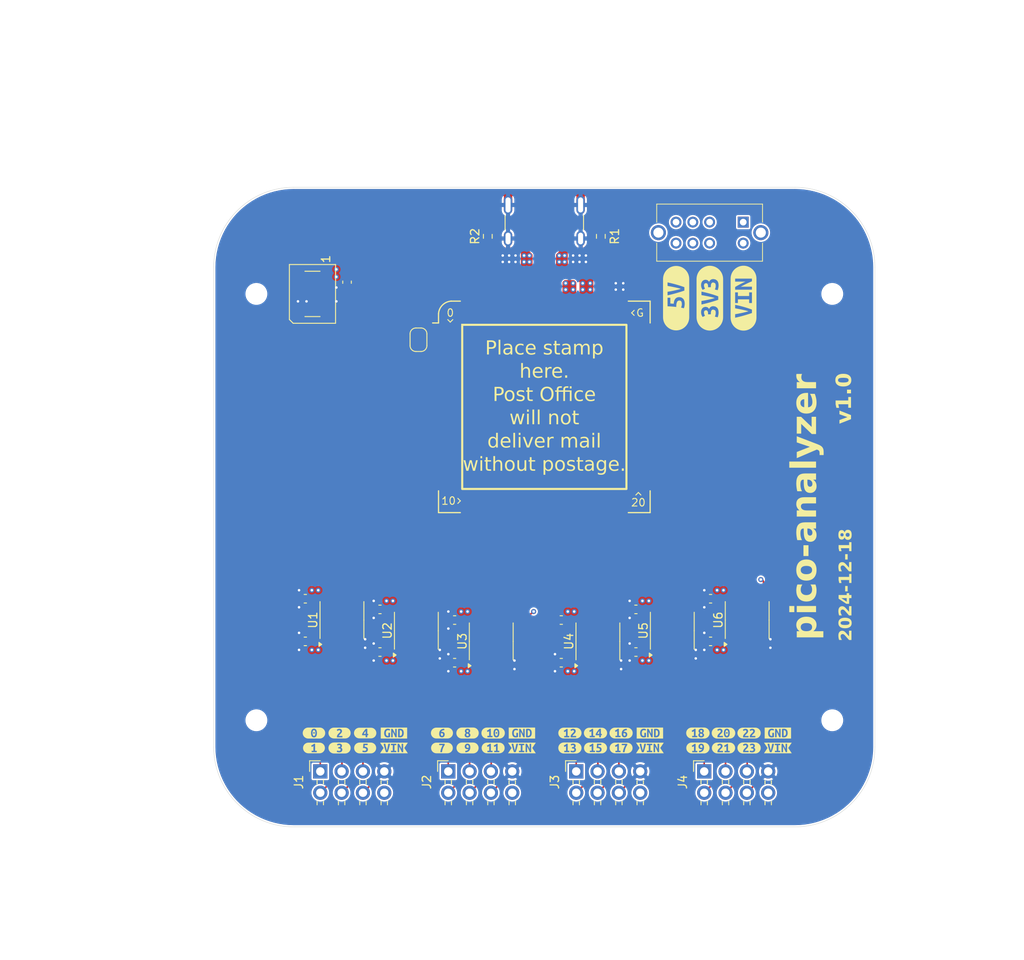
<source format=kicad_pcb>
(kicad_pcb (version 20240108) (generator "pcbnew") (generator_version "8.0")
  (title_block (title "Pico-Analyzer - A RP2040 Powered Logic Analyzer") (date "2024-12-18") (rev "1.0") (company "Rex McKinnon") (comment 1 "- V_{ref} input supports 1.1v - 5.5v") (comment 2 "- Selectable 3.3v and 5v logic levels") (comment 3 "- 24 Digital Channels") (comment 4 "Features:"))
  (layers (0 "F.Cu" signal) (1 "In1.Cu" signal) (2 "In2.Cu" signal) (31 "B.Cu" signal) (34 "B.Paste" user) (35 "F.Paste" user) (36 "B.SilkS" user "B.Silkscreen") (37 "F.SilkS" user "F.Silkscreen") (38 "B.Mask" user) (39 "F.Mask" user) (44 "Edge.Cuts" user))
  (net 0 "")
  (net 1 "+5V")
  (net 2 "Net-(D1-DIN)")
  (net 4 "GND")
  (net 5 "/Level Translation/C4")
  (net 6 "/Level Translation/C5")
  (net 7 "/Level Translation/C2")
  (net 8 "/Level Translation/C3")
  (net 9 "/Level Translation/C1")
  (net 10 "/Level Translation/C0")
  (net 11 "/Level Translation/C10")
  (net 12 "/Level Translation/C11")
  (net 13 "/Level Translation/C9")
  (net 14 "/Level Translation/C8")
  (net 15 "/Level Translation/C7")
  (net 16 "/Level Translation/C6")
  (net 17 "/Level Translation/C13")
  (net 18 "/Level Translation/C17")
  (net 19 "/Level Translation/C12")
  (net 20 "/Level Translation/C15")
  (net 21 "/Level Translation/C14")
  (net 22 "/Level Translation/C16")
  (net 23 "/Level Translation/C23")
  (net 24 "/Level Translation/C21")
  (net 25 "/Level Translation/C18")
  (net 26 "/Level Translation/C22")
  (net 27 "/Level Translation/C19")
  (net 28 "/Level Translation/C20")
  (net 29 "Net-(JP1-A)")
  (net 30 "Net-(JP1-B)")
  (net 31 "+3V3")
  (net 33 "/Level Translation/I2")
  (net 35 "/Level Translation/I3")
  (net 36 "/Level Translation/I1")
  (net 37 "/Level Translation/I0")
  (net 38 "/Level Translation/I6")
  (net 40 "/Level Translation/I4")
  (net 41 "/Level Translation/I5")
  (net 43 "/Level Translation/I7")
  (net 44 "/Level Translation/I9")
  (net 46 "/Level Translation/I8")
  (net 47 "/Level Translation/I10")
  (net 48 "/Level Translation/I11")
  (net 50 "/Level Translation/I15")
  (net 51 "/Level Translation/I13")
  (net 52 "/Level Translation/I12")
  (net 55 "/Level Translation/I14")
  (net 56 "/Level Translation/I19")
  (net 57 "/Level Translation/I18")
  (net 60 "/Level Translation/I17")
  (net 61 "/Level Translation/I16")
  (net 63 "/Level Translation/I22")
  (net 64 "/Level Translation/I21")
  (net 65 "/Level Translation/I20")
  (net 66 "/Level Translation/I23")
  (net 72 "Net-(J5-CC2)")
  (net 73 "Net-(J5-CC1)")
  (net 78 "Net-(U7-USB_D+)")
  (net 79 "Net-(U7-USB_D-)")
  (net 82 "V_{ref}")
  (net 83 "V_{in}")
  (footprint "Capacitor_SMD:C_0603_1608Metric" (layer "F.Cu") (at 135.369 99.822 180)
    (property "Reference" "C12" (hide yes))
    (property "Value" "C_Small")
  )
  (footprint "kibuzzard-676315DE" (layer "F.Cu") (at 143.383 115.824)
    (property "Reference" "kibuzzard-676315DE" (hide yes))
    (property "Value" "G***" (hide yes))
  )
  (footprint "kibuzzard-676317F6" (layer "F.Cu") (at 94.234 115.824)
    (property "Reference" "kibuzzard-676317F6" (hide yes))
    (property "Value" "G***" (hide yes))
  )
  (footprint "kibuzzard-67631765" (layer "F.Cu") (at 106.426 117.602)
    (property "Reference" "kibuzzard-67631765" (hide yes))
    (property "Value" "G***" (hide yes))
  )
  (footprint "kibuzzard-6763120A" (layer "F.Cu") (at 121.666 115.824)
    (property "Reference" "kibuzzard-6763120A" (hide yes))
    (property "Value" "G***" (hide yes))
  )
  (footprint "kibuzzard-6763155B" (layer "F.Cu") (at 133.858 115.824)
    (property "Reference" "kibuzzard-6763155B" (hide yes))
    (property "Value" "G***" (hide yes))
  )
  (footprint "pico-analyzer:USB_C_Receptacle_GCT_USB4215-xx-A_16P" (layer "F.Cu") (at 115.57 54.0512 180)
    (property "Reference" "J5" (hide yes))
    (property "Value" "USB_C_Receptacle_USB2.0_16P")
  )
  (footprint "kibuzzard-6763127F" (layer "F.Cu") (at 121.666 117.602)
    (property "Reference" "kibuzzard-6763127F" (hide yes))
    (property "Value" "G***" (hide yes))
  )
  (footprint "kibuzzard-67631565" (layer "F.Cu") (at 133.858 117.602)
    (property "Reference" "kibuzzard-67631565" (hide yes))
    (property "Value" "G***" (hide yes))
  )
  (footprint "Capacitor_SMD:C_0603_1608Metric" (layer "F.Cu") (at 126.479 101.092 180)
    (property "Reference" "C10" (hide yes))
    (property "Value" "C_Small")
  )
  (footprint "Capacitor_SMD:C_0603_1608Metric" (layer "F.Cu") (at 95.999 101.092 180)
    (property "Reference" "C4" (hide yes))
    (property "Value" "C_Small")
  )
  (footprint "kibuzzard-67631277" (layer "F.Cu") (at 118.618 117.602)
    (property "Reference" "kibuzzard-67631277" (hide yes))
    (property "Value" "G***" (hide yes))
  )
  (footprint "kibuzzard-6763201C" (layer "F.Cu") (at 135.2804 64.008 90)
    (property "Reference" "kibuzzard-6763201C" (hide yes))
    (property "Value" "G***" (hide yes))
  )
  (footprint "Resistor_SMD:R_0603_1608Metric" (layer "F.Cu") (at 122.301 56.642 -90)
    (property "Reference" "R1")
    (property "Value" "5K1")
  )
  (footprint "kibuzzard-67631771" (layer "F.Cu") (at 103.378 117.602)
    (property "Reference" "kibuzzard-67631771" (hide yes))
    (property "Value" "G***" (hide yes))
  )
  (footprint "pico-analyzer:PinHeader_2x04_P2.54mm_Horizontal" (layer "F.Cu") (at 88.89 120.396 -90)
    (property "Reference" "J1")
    (property "Value" "Channels 0-5")
  )
  (footprint "kibuzzard-6763156D" (layer "F.Cu") (at 136.906 115.824)
    (property "Reference" "kibuzzard-6763156D" (hide yes))
    (property "Value" "G***" (hide yes))
  )
  (footprint "LED_SMD:LED_WS2812B_PLCC4_5.0x5.0mm_P3.2mm" (layer "F.Cu") (at 87.96 63.5 -90)
    (property "Reference" "D1" (hide yes))
    (property "Value" "WS2812B")
  )
  (footprint "kibuzzard-67631586" (layer "F.Cu") (at 139.954 117.602)
    (property "Reference" "kibuzzard-67631586" (hide yes))
    (property "Value" "G***" (hide yes))
  )
  (footprint "Package_SO:TSSOP-14_4.4x5mm_P0.65mm" (layer "F.Cu") (at 121.95 104.902 90)
    (property "Reference" "U4")
    (property "Value" "TXU0104PW")
  )
  (footprint "MountingHole:MountingHole_2.2mm_M2_DIN965" (layer "F.Cu") (at 149.86 114.3)
    (property "Reference" "MH" (hide yes))
    (property "Value" "MountingHole_2.2mm_M2_DIN965")
  )
  (footprint "Capacitor_SMD:C_0603_1608Metric" (layer "F.Cu") (at 104.889 102.362 180)
    (property "Reference" "C6" (hide yes))
    (property "Value" "C_Small")
  )
  (footprint "Resistor_SMD:R_0603_1608Metric" (layer "F.Cu") (at 108.839 56.642 -90)
    (property "Reference" "R2")
    (property "Value" "5K1")
  )
  (footprint "Capacitor_SMD:C_0603_1608Metric" (layer "F.Cu") (at 87.109 104.902 180)
    (property "Reference" "C3" (hide yes))
    (property "Value" "C_Small")
  )
  (footprint "MountingHole:MountingHole_2.2mm_M2_DIN965" (layer "F.Cu") (at 81.28 63.5)
    (property "Reference" "MH" (hide yes))
    (property "Value" "MountingHole_2.2mm_M2_DIN965")
  )
  (footprint "pico-analyzer:PinHeader_2x04_P2.54mm_Horizontal" (layer "F.Cu") (at 134.61 120.396 -90)
    (property "Reference" "J4")
    (property "Value" "Channels 18-23")
  )
  (footprint "pico-analyzer:PinHeader_2x04_P2.54mm_Horizontal" (layer "F.Cu") (at 104.13 120.396 -90)
    (property "Reference" "J2")
    (property "Value" "Channels 6-11")
  )
  (footprint "pico-analyzer:RP2xxx_Stamp_SMD" (layer "F.Cu") (at 115.57 76.962)
    (property "Reference" "U7" (hide yes))
    (property "Value" "RP2040_Stamp")
  )
  (footprint "kibuzzard-67632017" (layer "F.Cu") (at 139.2936 64.008 90)
    (property "Reference" "kibuzzard-67632017" (hide yes))
    (property "Value" "G***" (hide yes))
  )
  (footprint "Capacitor_SMD:C_0603_1608Metric" (layer "F.Cu") (at 87.109 99.822 180)
    (property "Reference" "C2" (hide yes))
    (property "Value" "C_Small")
  )
  (footprint "kibuzzard-67632021" (layer "F.Cu") (at 131.2672 64.008 90)
    (property "Reference" "kibuzzard-67632021" (hide yes))
    (property "Value" "G***" (hide yes))
  )
  (footprint "Package_SO:TSSOP-14_4.4x5mm_P0.65mm" (layer "F.Cu") (at 91.47 102.362 90)
    (property "Reference" "U1")
    (property "Value" "TXU0104PW")
  )
  (footprint "MountingHole:MountingHole_2.2mm_M2_DIN965" (layer "F.Cu") (at 149.86 63.5)
    (property "Reference" "MH" (hide yes))
    (property "Value" "MountingHole_2.2mm_M2_DIN965")
  )
  (footprint "Capacitor_SMD:C_0603_1608Metric" (layer "F.Cu") (at 104.889 107.442 180)
    (property "Reference" "C7" (hide yes))
    (property "Value" "C_Small")
  )
  (footprint "kibuzzard-67631580" (layer "F.Cu") (at 139.954 115.824)
    (property "Reference" "kibuzzard-67631580" (hide yes))
    (property "Value" "G***" (hide yes))
  )
  (footprint "kibuzzard-67631289" (layer "F.Cu") (at 124.714 117.602)
    (property "Reference" "kibuzzard-67631289" (hide yes))
    (property "Value" "G***" (hide yes))
  )
  (footprint "kibuzzard-67631748" (layer "F.Cu") (at 103.378 115.824)
    (property "Reference" "kibuzzard-67631748" (hide yes))
    (property "Value" "G***" (hide yes))
  )
  (footprint "kibuzzard-676315DE" (layer "F.Cu") (at 112.903 115.824)
    (property "Reference" "kibuzzard-676315DE" (hide yes))
    (property "Value" "G***" (hide yes))
  )
  (footprint "pico-analyzer:PinHeader_2x04_P2.54mm_Horizontal" (layer "F.Cu") (at 119.37 120.396 -90)
    (property "Reference" "J3")
    (property "Value" "Channels 12-17")
  )
  (footprint "kibuzzard-676317E9" (layer "F.Cu") (at 91.186 115.824)
    (property "Reference" "kibuzzard-676317E9" (hide yes))
    (property "Value" "G***" (hide yes))
  )
  (footprint "Capacitor_SMD:C_0603_1608Metric" (layer "F.Cu") (at 135.369 104.902 180)
    (property "Reference" "C13" (hide yes))
    (property "Value" "C_Small")
  )
  (footprint "Capacitor_SMD:C_0603_1608Metric" (layer "F.Cu") (at 117.589 107.442 180)
    (property "Reference" "C9" (hide yes))
    (property "Value" "C_Small")
  )
  (footprint "Capacitor_SMD:C_0603_1608Metric" (layer "F.Cu") (at 92.075 62.103 -90)
    (property "Reference" "C1" (hide yes))
    (property "Value" "100nF")
  )
  (footprint "kibuzzard-67631217" (layer "F.Cu") (at 124.714 115.824)
    (property "Reference" "kibuzzard-67631217" (hide yes))
    (property "Value" "G***" (hide yes))
  )
  (footprint "Package_SO:TSSOP-14_4.4x5mm_P0.65mm" (layer "F.Cu") (at 139.73 102.362 90)
    (property "Reference" "U6")
    (property "Value" "TXU0104PW")
  )
  (footprint "MountingHole:MountingHole_2.2mm_M2_DIN965" (layer "F.Cu") (at 81.28 114.3)
    (property "Reference" "MH" (hide yes))
    (property "Value" "MountingHole_2.2mm_M2_DIN965")
  )
  (footprint "Capacitor_SMD:C_0603_1608Metric" (layer "F.Cu") (at 117.589 102.362 180)
    (property "Reference" "C8" (hide yes))
    (property "Value" "C_Small")
  )
  (footprint "kibuzzard-67631801" (layer "F.Cu") (at 94.234 117.602)
    (property "Reference" "kibuzzard-67631801" (hide yes))
    (property "Value" "G***" (hide yes))
  )
  (footprint "kibuzzard-67631203" (layer "F.Cu") (at 118.618 115.824)
    (property "Reference" "kibuzzard-67631203" (hide yes))
    (property "Value" "G***" (hide yes))
  )
  (footprint "kibuzzard-6763175E" (layer "F.Cu") (at 106.426 115.824)
    (property "Reference" "kibuzzard-6763175E" (hide yes))
    (property "Value" "G***" (hide yes))
  )
  (footprint "pico-analyzer:EG2315A" (layer "F.Cu") (at 139.255 54.95 180)
    (property "Reference" "SW1" (hide yes))
    (property "Value" "SW_DP3T" (hide yes))
  )
  (footprint "kibuzzard-676317ED" (layer "F.Cu") (at 91.186 117.602)
    (property "Reference" "kibuzzard-676317ED" (hide yes))
    (property "Value" "G***" (hide yes))
  )
  (footprint "kibuzzard-676317E0" (layer "F.Cu") (at 88.138 115.824)
    (property "Reference" "kibuzzard-676317E0" (hide yes))
    (property "Value" "G***" (hide yes))
  )
  (footprint "Capacitor_SMD:C_0603_1608Metric" (layer "F.Cu") (at 126.479 106.172 180)
    (property "Reference" "C11" (hide yes))
    (property "Value" "C_Small")
  )
  (footprint "kibuzzard-6763170A" (layer "F.Cu") (at 109.474 117.602)
    (property "Reference" "kibuzzard-6763170A" (hide yes))
    (property "Value" "G***" (hide yes))
  )
  (footprint "kibuzzard-67631617" (layer "F.Cu") (at 143.383 117.602)
    (property "Reference" "kibuzzard-67631617" (hide yes))
    (property "Value" "G***" (hide yes))
  )
  (footprint "Package_SO:TSSOP-14_4.4x5mm_P0.65mm" (layer "F.Cu") (at 130.81 103.632 90)
    (property "Reference" "U5")
    (property "Value" "TXU0104PW")
  )
  (footprint "kibuzzard-67631703" (layer "F.Cu") (at 109.474 115.824)
    (property "Reference" "kibuzzard-67631703" (hide yes))
    (property "Value" "G***" (hide yes))
  )
  (footprint "kibuzzard-67631617" (layer "F.Cu") (at 128.143 117.602)
    (property "Reference" "kibuzzard-67631617" (hide yes))
    (property "Value" "G***" (hide yes))
  )
  (footprint "Package_SO:TSSOP-14_4.4x5mm_P0.65mm" (layer "F.Cu") (at 109.25 104.902 90)
    (property "Reference" "U3")
    (property "Value" "TXU0104PW")
  )
  (footprint "Package_SO:TSSOP-14_4.4x5mm_P0.65mm" (layer "F.Cu") (at 100.33 103.632 90)
    (property "Reference" "U2")
    (property "Value" "TXU0104PW")
  )
  (footprint "kibuzzard-676315DE" (layer "F.Cu") (at 97.663 115.824)
    (property "Reference" "kibuzzard-676315DE" (hide yes))
    (property "Value" "G***" (hide yes))
  )
  (footprint "kibuzzard-67631578" (layer "F.Cu") (at 136.906 117.602)
    (property "Reference" "kibuzzard-67631578" (hide yes))
    (property "Value" "G***" (hide yes))
  )
  (footprint "Jumper:SolderJumper-2_P1.3mm_Bridged_RoundedPad1.0x1.5mm" (layer "F.Cu") (at 100.584 68.961 -90)
    (property "Reference" "JP1" (hide yes))
    (property "Value" "SolderJumper_2_Bridged")
  )
  (footprint "kibuzzard-676315DE" (layer "F.Cu") (at 128.143 115.824)
    (property "Reference" "kibuzzard-676315DE" (hide yes))
    (property "Value" "G***" (hide yes))
  )
  (footprint "kibuzzard-67631617" (layer "F.Cu") (at 97.663 117.602)
    (property "Reference" "kibuzzard-67631617" (hide yes))
    (property "Value" "G***" (hide yes))
  )
  (footprint "kibuzzard-676317E5" (layer "F.Cu") (at 88.138 117.602)
    (property "Reference" "kibuzzard-676317E5" (hide yes))
    (property "Value" "G***" (hide yes))
  )
  (footprint "Capacitor_SMD:C_0603_1608Metric" (layer "F.Cu") (at 95.999 106.172 180)
    (property "Reference" "C5" (hide yes))
    (property "Value" "C_Small")
  )
  (footprint "kibuzzard-67631617" (layer "F.Cu") (at 112.903 117.602)
    (property "Reference" "kibuzzard-67631617" (hide yes))
    (property "Value" "G***" (hide yes))
  )
  (gr_line (start 145.415 126.365) (end 85.725 126.365) (stroke (width 0.8)) (layer "F.Cu") (net 4))
  (gr_arc (start 149.86 61.595) (mid 150.973874 61.954583) (end 151.667242 62.897586) (stroke (width 0.8)) (layer "F.Cu") (net 4))
  (gr_arc (start 81.28 61.595) (mid 83.185 63.5) (end 81.28 65.405) (stroke (width 0.8)) (layer "F.Cu") (net 4))
  (gr_arc (start 85.725 126.365) (mid 79.438821 123.761179) (end 76.835 117.475) (stroke (width 0.8)) (layer "F.Cu") (net 4))
  (gr_line (start 76.835 113.699171) (end 76.835 64.103999) (stroke (width 0.8)) (layer "F.Cu") (net 4))
  (gr_arc (start 149.86 112.395) (mid 150.973874 112.754583) (end 151.667242 113.697586) (stroke (width 0.8)) (layer "F.Cu") (net 4))
  (gr_arc (start 154.305 117.475) (mid 151.701179 123.761179) (end 145.415 126.365) (stroke (width 0.8)) (layer "F.Cu") (net 4))
  (gr_arc (start 81.28 65.405) (mid 80.166126 65.045417) (end 79.472758 64.102414) (stroke (width 0.8)) (layer "F.Cu") (net 4))
  (gr_line (start 154.305 113.696001) (end 154.305 64.100829) (stroke (width 0.8)) (layer "F.Cu") (net 4))
  (gr_arc (start 81.28 116.205) (mid 80.166126 115.845417) (end 79.472758 114.902414) (stroke (width 0.8)) (layer "F.Cu") (net 4))
  (gr_arc (start 151.667241 64.102414) (mid 150.973873 65.045416) (end 149.86 65.405) (stroke (width 0.8)) (layer "F.Cu") (net 4))
  (gr_line (start 79.472758 114.902414) (end 76.835 114.903999) (stroke (width 0.8)) (layer "F.Cu") (net 4))
  (gr_line (start 76.835 114.903999) (end 76.835 117.475) (stroke (width 0.8)) (layer "F.Cu") (net 4))
  (gr_line (start 79.472759 62.897586) (end 76.835 62.899171) (stroke (width 0.8)) (layer "F.Cu") (net 4))
  (gr_line (start 151.667242 62.897586) (end 154.305 62.896001) (stroke (width 0.8)) (layer "F.Cu") (net 4))
  (gr_line (start 151.667241 114.902414) (end 154.305 114.900829) (stroke (width 0.8)) (layer "F.Cu") (net 4))
  (gr_arc (start 79.472759 62.897586) (mid 80.166127 61.954584) (end 81.28 61.595) (stroke (width 0.8)) (layer "F.Cu") (net 4))
  (gr_arc (start 76.835 60.325) (mid 79.438821 54.038821) (end 85.725 51.435) (stroke (width 0.8)) (layer "F.Cu") (net 4))
  (gr_arc (start 151.667241 114.902414) (mid 150.973873 115.845416) (end 149.86 116.205) (stroke (width 0.8)) (layer "F.Cu") (net 4))
  (gr_line (start 79.472758 64.102414) (end 76.835 64.103999) (stroke (width 0.8)) (layer "F.Cu") (net 4))
  (gr_line (start 151.667242 113.697586) (end 154.305 113.696001) (stroke (width 0.8)) (layer "F.Cu") (net 4))
  (gr_line (start 85.725 51.435) (end 145.415 51.435) (stroke (width 0.8)) (layer "F.Cu") (net 4))
  (gr_arc (start 145.415 51.435) (mid 151.701179 54.038821) (end 154.305 60.325) (stroke (width 0.8)) (layer "F.Cu") (net 4))
  (gr_line (start 154.305 62.896001) (end 154.305 60.325) (stroke (width 0.8)) (layer "F.Cu") (net 4))
  (gr_line (start 76.835 62.899171) (end 76.835 60.325) (stroke (width 0.8)) (layer "F.Cu") (net 4))
  (gr_line (start 79.472759 113.697586) (end 76.835 113.699171) (stroke (width 0.8)) (layer "F.Cu") (net 4))
  (gr_arc (start 79.472759 113.697586) (mid 80.166127 112.754584) (end 81.28 112.395) (stroke (width 0.8)) (layer "F.Cu") (net 4))
  (gr_line (start 151.667241 64.102414) (end 154.305 64.100829) (stroke (width 0.8)) (layer "F.Cu") (net 4))
  (gr_line (start 154.305 117.475) (end 154.305 114.900829) (stroke (width 0.8)) (layer "F.Cu") (net 4))
  (gr_arc (start 81.28 112.395) (mid 83.185 114.3) (end 81.28 116.205) (stroke (width 0.8)) (layer "F.Cu") (net 4))
  (gr_arc (start 149.86 65.405) (mid 147.955 63.5) (end 149.86 61.595) (stroke (width 0.8)) (layer "F.Cu") (net 4))
  (gr_arc (start 149.86 116.205) (mid 147.955 114.3) (end 149.86 112.395) (stroke (width 0.8)) (layer "F.Cu") (net 4))
  (gr_rect (start 105.791 67.183) (end 125.349 86.741) (stroke (width 0.25)) (fill none) (layer "F.SilkS"))
  (gr_arc (start 85.725 127) (mid 78.989808 124.210192) (end 76.2 117.475) (stroke (width 0.05)) (layer "Edge.Cuts"))
  (gr_arc (start 76.2 60.325) (mid 78.989808 53.589808) (end 85.725 50.8) (stroke (width 0.05)) (layer "Edge.Cuts"))
  (gr_line (start 145.415 127) (end 85.725 127) (stroke (width 0.05)) (layer "Edge.Cuts"))
  (gr_arc (start 154.94 117.475) (mid 152.150192 124.210192) (end 145.415 127) (stroke (width 0.05)) (layer "Edge.Cuts"))
  (gr_line (start 85.725 50.8) (end 145.415 50.8) (stroke (width 0.05)) (layer "Edge.Cuts"))
  (gr_line (start 76.2 117.475) (end 76.2 60.325) (stroke (width 0.05)) (layer "Edge.Cuts"))
  (gr_line (start 154.94 60.325) (end 154.94 117.475) (stroke (width 0.05)) (layer "Edge.Cuts"))
  (gr_arc (start 145.415 50.8) (mid 152.150192 53.589808) (end 154.94 60.325) (stroke (width 0.05)) (layer "Edge.Cuts"))
  (gr_text "pico-analyzer" (at 146.685 88.9 90) (layer "F.SilkS") (effects (font (size 3 3) (thickness 0.5) (bold yes))))
  (gr_text "Place stamp\nhere.\nPost Office\nwill not\ndeliver mail\nwithout postage." (at 115.57 76.962 0) (layer "F.SilkS") (effects (font (size 1.65 1.65) (thickness 0.1))))
  (gr_text "v1.0" (at 152.4 72.898 90) (layer "F.SilkS") (effects (font (size 1.8 1.8) (thickness 0.3) (bold yes)) (justify right bottom)))
  (gr_text "2024-12-18" (at 152.4 104.902 90) (layer "F.SilkS") (effects (font (size 1.5 1.5) (thickness 0.3) (bold yes)) (justify left bottom)))
  (via (at 117.348 58.928) (size 0.6) (drill 0.3) (layers "F.Cu" "B.Cu") (net 1))
  (via (at 120.142 62.23) (size 0.6) (drill 0.3) (layers "F.Cu" "B.Cu") (net 1))
  (via (at 113.157 59.69) (size 0.6) (drill 0.3) (layers "F.Cu" "B.Cu") (net 1))
  (via (at 113.792 58.928) (size 0.6) (drill 0.3) (layers "F.Cu" "B.Cu") (net 1))
  (via (at 113.157 58.928) (size 0.6) (drill 0.3) (layers "F.Cu" "B.Cu") (net 1))
  (via (at 117.983 59.69) (size 0.6) (drill 0.3) (layers "F.Cu" "B.Cu") (net 1))
  (via (at 113.792 59.69) (size 0.6) (drill 0.3) (layers "F.Cu" "B.Cu") (net 1))
  (via (at 120.142 62.992) (size 0.6) (drill 0.3) (layers "F.Cu" "B.Cu") (net 1))
  (via (at 90.805 60.579) (size 0.6) (drill 0.3) (layers "F.Cu" "B.Cu") (net 1))
  (via (at 117.348 59.69) (size 0.6) (drill 0.3) (layers "F.Cu" "B.Cu") (net 1))
  (via (at 117.983 58.928) (size 0.6) (drill 0.3) (layers "F.Cu" "B.Cu") (net 1))
  (via (at 90.805 61.468) (size 0.6) (drill 0.3) (layers "F.Cu" "B.Cu") (net 1))
  (via (at 121.031 62.23) (size 0.6) (drill 0.3) (layers "F.Cu" "B.Cu") (net 1))
  (via (at 121.031 62.992) (size 0.6) (drill 0.3) (layers "F.Cu" "B.Cu") (net 1))
  (segment (start 89.754428 66.094428) (end 89.61 65.95) (width 0.35) (layer "F.Cu") (net 2))
  (arc (start 103.92 71.962) (mid 96.253648 70.437068) (end 89.754428 66.094428) (width 0.35) (layer "F.Cu") (net 2))
  (segment (start 119.889 51.563) (end 119.888 51.562) (width 0.2) (layer "F.Cu") (net 4))
  (segment (start 119.89 51.565414) (end 119.89 52.9012) (width 1) (layer "F.Cu") (net 4))
  (segment (start 111.25 51.565414) (end 111.25 52.9012) (width 1) (layer "F.Cu") (net 4))
  (via (at 112.014 108.204) (size 0.6) (drill 0.3) (layers "F.Cu" "B.Cu") (net 4))
  (via (at 104.14 101.346) (size 0.6) (drill 0.3) (layers "F.Cu" "B.Cu") (net 4))
  (via (at 90.805 64.389) (size 0.6) (drill 0.3) (layers "F.Cu" "B.Cu") (net 4))
  (via (at 112.141 58.928) (size 0.6) (drill 0.3) (layers "F.Cu" "B.Cu") (net 4))
  (via (at 111.379 58.928) (size 0.6) (drill 0.3) (layers "F.Cu" "B.Cu") (net 4))
  (via (at 120.523 59.69) (size 0.6) (drill 0.3) (layers "F.Cu" "B.Cu") (net 4))
  (via (at 104.14 106.426) (size 0.6) (drill 0.3) (layers "F.Cu" "B.Cu") (net 4))
  (via (at 110.617 59.69) (size 0.6) (drill 0.3) (layers "F.Cu" "B.Cu") (net 4))
  (via (at 134.62 100.838) (size 0.6) (drill 0.3) (layers "F.Cu" "B.Cu") (net 4))
  (via (at 94.234 105.664) (size 0.6) (drill 0.3) (layers "F.Cu" "B.Cu") (net 4))
  (via (at 134.62 98.806) (size 0.6) (drill 0.3) (layers "F.Cu" "B.Cu") (net 4))
  (via (at 112.141 59.69) (size 0.6) (drill 0.3) (layers "F.Cu" "B.Cu") (net 4))
  (via (at 142.494 105.664) (size 0.6) (drill 0.3) (layers "F.Cu" "B.Cu") (net 4))
  (via (at 87.249 64.389) (size 0.6) (drill 0.3) (layers "F.Cu" "B.Cu") (net 4))
  (via (at 95.25 102.108) (size 0.6) (drill 0.3) (layers "F.Cu" "B.Cu") (net 4))
  (via (at 110.617 58.928) (size 0.6) (drill 0.3) (layers "F.Cu" "B.Cu") (net 4))
  (via (at 133.604 105.918) (size 0.6) (drill 0.3) (layers "F.Cu" "B.Cu") (net 4))
  (via (at 133.604 106.934) (size 0.6) (drill 0.3) (layers "F.Cu" "B.Cu") (net 4))
  (via (at 86.233 64.389) (size 0.6) (drill 0.3) (layers "F.Cu" "B.Cu") (net 4))
  (via (at 120.523 58.928) (size 0.6) (drill 0.3) (layers "F.Cu" "B.Cu") (net 4))
  (via (at 124.079 62.23) (size 0.6) (drill 0.3) (layers "F.Cu" "B.Cu") (net 4))
  (via (at 119.761 59.69) (size 0.6) (drill 0.3) (layers "F.Cu" "B.Cu") (net 4))
  (via (at 95.25 107.188) (size 0.6) (drill 0.3) (layers "F.Cu" "B.Cu") (net 4))
  (via (at 86.36 98.806) (size 0.6) (drill 0.3) (layers "F.Cu" "B.Cu") (net 4))
  (via (at 103.124 105.918) (size 0.6) (drill 0.3) (layers "F.Cu" "B.Cu") (net 4))
  (via (at 95.25 100.076) (size 0.6) (drill 0.3) (layers "F.Cu" "B.Cu") (net 4))
  (via (at 104.14 103.378) (size 0.6) (drill 0.3) (layers "F.Cu" "B.Cu") (net 4))
  (via (at 111.379 59.69) (size 0.6) (drill 0.3) (layers "F.Cu" "B.Cu") (net 4))
  (via (at 86.36 100.838) (size 0.6) (drill 0.3) (layers "F.Cu" "B.Cu") (net 4))
  (via (at 124.079 62.992) (size 0.6) (drill 0.3) (layers "F.Cu" "B.Cu") (net 4))
  (via (at 103.124 106.934) (size 0.6) (drill 0.3) (layers "F.Cu" "B.Cu") (net 4))
  (via (at 90.805 62.738) (size 0.6) (drill 0.3) (layers "F.Cu" "B.Cu") (net 4))
  (via (at 124.714 108.204) (size 0.6) (drill 0.3) (layers "F.Cu" "B.Cu") (net 4))
  (via (at 134.62 105.918) (size 0.6) (drill 0.3) (layers "F.Cu" "B.Cu") (net 4))
  (via (at 116.84 106.426) (size 0.6) (drill 0.3) (layers "F.Cu" "B.Cu") (net 4))
  (via (at 116.84 108.458) (size 0.6) (drill 0.3) (layers "F.Cu" "B.Cu") (net 4))
  (via (at 124.714 107.188) (size 0.6) (drill 0.3) (layers "F.Cu" "B.Cu") (net 4))
  (via (at 94.234 104.648) (size 0.6) (drill 0.3) (layers "F.Cu" "B.Cu") (net 4))
  (via (at 125.73 105.156) (size 0.6) (drill 0.3) (layers "F.Cu" "B.Cu") (net 4))
  (via (at 118.999 59.69) (size 0.6) (drill 0.3) (layers "F.Cu" "B.Cu") (net 4))
  (via (at 86.36 105.918) (size 0.6) (drill 0.3) (layers "F.Cu" "B.Cu") (net 4))
  (via (at 125.73 100.076) (size 0.6) (drill 0.3) (layers "F.Cu" "B.Cu") (net 4))
  (via (at 95.25 105.156) (size 0.6) (drill 0.3) (layers "F.Cu" "B.Cu") (net 4))
  (via (at 118.999 58.928) (size 0.6) (drill 0.3) (layers "F.Cu" "B.Cu") (net 4))
  (via (at 86.36 103.886) (size 0.6) (drill 0.3) (layers "F.Cu" "B.Cu") (net 4))
  (via (at 134.62 103.886) (size 0.6) (drill 0.3) (layers "F.Cu" "B.Cu") (net 4))
  (via (at 104.14 108.458) (size 0.6) (drill 0.3) (layers "F.Cu" "B.Cu") (net 4))
  (via (at 124.968 62.23) (size 0.6) (drill 0.3) (layers "F.Cu" "B.Cu") (net 4))
  (via (at 142.494 104.648) (size 0.6) (drill 0.3) (layers "F.Cu" "B.Cu") (net 4))
  (via (at 125.73 107.188) (size 0.6) (drill 0.3) (layers "F.Cu" "B.Cu") (net 4))
  (via (at 112.014 107.188) (size 0.6) (drill 0.3) (layers "F.Cu" "B.Cu") (net 4))
  (via (at 119.761 58.928) (size 0.6) (drill 0.3) (layers "F.Cu" "B.Cu") (net 4))
  (via (at 124.968 62.992) (size 0.6) (drill 0.3) (layers "F.Cu" "B.Cu") (net 4))
  (via (at 125.73 102.108) (size 0.6) (drill 0.3) (layers "F.Cu" "B.Cu") (net 4))
  (arc (start 119.889 51.563) (mid 119.88974 51.564107) (end 119.89 51.565414) (width 0.2) (layer "F.Cu") (net 4))
  (segment (start 94.27 114.29264) (end 94.308819 114.29264) (width 0.2) (layer "F.Cu") (net 5))
  (segment (start 94.289409 114.89264) (end 94.308819 114.89264) (width 0.2) (layer "F.Cu") (net 5))
  (segment (start 94.12 114.89264) (end 93.82 114.89264) (width 0.2) (layer "F.Cu") (net 5))
  (segment (start 93.97 116.74332) (end 93.97 116.39264) (width 0.2) (layer "F.Cu") (net 5))
  (segment (start 94.289419 115.49264) (end 94.308839 115.49264) (width 0.2) (layer "F.Cu") (net 5))
  (segment (start 93.97 113.24962) (end 93.97 113.99264) (width 0.2) (layer "F.Cu") (net 5))
  (segment (start 94.25059 114.89264) (end 94.12 114.89264) (width 0.2) (layer "F.Cu") (net 5))
  (segment (start 94.25058 115.49264) (end 94.12 115.49264) (width 0.2) (layer "F.Cu") (net 5))
  (segment (start 93.82 115.49264) (end 93.631181 115.49264) (width 0.2) (layer "F.Cu") (net 5))
  (segment (start 94.308839 116.09264) (end 94.27 116.09264) (width 0.2) (layer "F.Cu") (net 5))
  (segment (start 94.12 115.49264) (end 93.82 115.49264) (width 0.2) (layer "F.Cu") (net 5))
  (segment (start 94.289419 115.49264) (end 94.25058 115.49264) (width 0.2) (layer "F.Cu") (net 5))
  (segment (start 93.97 116.74332) (end 93.97 117.44468) (width 0.2) (layer "F.Cu") (net 5))
  (segment (start 93.82 114.89264) (end 93.631181 114.89264) (width 0.2) (layer "F.Cu") (net 5))
  (segment (start 94.289409 114.89264) (end 94.25059 114.89264) (width 0.2) (layer "F.Cu") (net 5))
  (segment (start 99.03 106.97055) (end 99.03 106.4945) (width 0.2) (layer "F.Cu") (net 5))
  (segment (start 93.97 117.44468) (end 93.97 120.396) (width 0.2) (layer "F.Cu") (net 5))
  (segment (start 94.495394 111.981205) (end 98.693381 107.783218) (width 0.2) (layer "F.Cu") (net 5))
  (arc (start 93.331181 115.19264) (mid 93.419049 114.980508) (end 93.631181 114.89264) (width 0.2) (layer "F.Cu") (net 5))
  (arc (start 94.27 114.29264) (mid 94.057868 114.204772) (end 93.97 113.99264) (width 0.2) (layer "F.Cu") (net 5))
  (arc (start 94.608819 114.59264) (mid 94.520951 114.804772) (end 94.308819 114.89264) (width 0.2) (layer "F.Cu") (net 5))
  (arc (start 94.608839 115.79264) (mid 94.520971 115.580508) (end 94.308839 115.49264) (width 0.2) (layer "F.Cu") (net 5))
  (arc (start 94.495394 111.981205) (mid 94.106545 112.563158) (end 93.97 113.24962) (width 0.2) (layer "F.Cu") (net 5))
  (arc (start 94.308839 116.09264) (mid 94.520971 116.004772) (end 94.608839 115.79264) (width 0.2) (layer "F.Cu") (net 5))
  (arc (start 94.608819 114.59264) (mid 94.520951 114.380508) (end 94.308819 114.29264) (width 0.2) (layer "F.Cu") (net 5))
  (arc (start 99.03 106.97055) (mid 98.942515 107.410362) (end 98.693381 107.783218) (width 0.2) (layer "F.Cu") (net 5))
  (arc (start 94.27 116.09264) (mid 94.057868 116.180508) (end 93.97 116.39264) (width 0.2) (layer "F.Cu") (net 5))
  (arc (start 93.331181 115.19264) (mid 93.419049 115.404772) (end 93.631181 115.49264) (width 0.2) (layer "F.Cu") (net 5))
  (segment (start 99.68 107.03925) (end 99.68 106.4945) (width 0.2) (layer "F.Cu") (net 6))
  (segment (start 96.843792 110.420206) (end 99.294803 107.969196) (width 0.2) (layer "F.Cu") (net 6))
  (segment (start 95.25 120.750903) (end 95.25 114.267963) (width 0.2) (layer "F.Cu") (net 6))
  (segment (start 94.61 122.296) (end 93.97 122.936) (width 0.2) (layer "F.Cu") (net 6))
  (arc (start 96.843792 110.420206) (mid 95.664213 112.185572) (end 95.25 114.267963) (width 0.2) (layer "F.Cu") (net 6))
  (arc (start 95.25 120.750903) (mid 95.083669 121.587103) (end 94.61 122.296) (width 0.2) (layer "F.Cu") (net 6))
  (arc (start 99.68 107.03925) (mid 99.57989 107.542533) (end 99.294803 107.969196) (width 0.2) (layer "F.Cu") (net 6))
  (segment (start 91.77 114.346) (end 91.912944 114.346) (width 0.2) (layer "F.Cu") (net 7))
  (segment (start 91.62 115.546) (end 91.32 115.546) (width 0.2) (layer "F.Cu") (net 7))
  (segment (start 90.927051 114.946) (end 91.32 114.946) (width 0.2) (layer "F.Cu") (net 7))
  (segment (start 90.927051 115.546) (end 91.32 115.546) (width 0.2) (layer "F.Cu") (net 7))
  (segment (start 91.62 114.946) (end 91.32 114.946) (width 0.2) (layer "F.Cu") (net 7))
  (segment (start 91.47 114.046) (end 91.47 105.2245) (width 0.2) (layer "F.Cu") (net 7))
  (segment (start 91.47 116.897) (end 91.47 117.799) (width 0.2) (layer "F.Cu") (net 7))
  (segment (start 91.841475 115.546) (end 91.698524 115.546) (width 0.2) (layer "F.Cu") (net 7))
  (segment (start 91.47 120.327715) (end 91.47 117.799) (width 0.2) (layer "F.Cu") (net 7))
  (segment (start 91.841472 114.946) (end 91.698528 114.946) (width 0.2) (layer "F.Cu") (net 7))
  (segment (start 91.841472 114.946) (end 91.912944 114.946) (width 0.2) (layer "F.Cu") (net 7))
  (segment (start 91.77 116.146) (end 91.912951 116.146) (width 0.2) (layer "F.Cu") (net 7))
  (segment (start 91.47 116.446) (end 91.47 116.897) (width 0.2) (layer "F.Cu") (net 7))
  (segment (start 91.698524 115.546) (end 91.62 115.546) (width 0.2) (layer "F.Cu") (net 7))
  (segment (start 91.45 120.376) (end 91.43 120.396) (width 0.2) (layer "F.Cu") (net 7))
  (segment (start 91.698528 114.946) (end 91.62 114.946) (width 0.2) (layer "F.Cu") (net 7))
  (segment (start 91.841475 115.546) (end 91.912951 115.546) (width 0.2) (layer "F.Cu") (net 7))
  (arc (start 91.77 114.346) (mid 91.557868 114.258132) (end 91.47 114.046) (width 0.2) (layer "F.Cu") (net 7))
  (arc (start 91.47 116.446) (mid 91.557868 116.233868) (end 91.77 116.146) (width 0.2) (layer "F.Cu") (net 7))
  (arc (start 90.627051 115.246) (mid 90.714919 115.033868) (end 90.927051 114.946) (width 0.2) (layer "F.Cu") (net 7))
  (arc (start 92.212951 115.846) (mid 92.125083 115.633868) (end 91.912951 115.546) (width 0.2) (layer "F.Cu") (net 7))
  (arc (start 92.212951 115.846) (mid 92.125083 116.058132) (end 91.912951 116.146) (width 0.2) (layer "F.Cu") (net 7))
  (arc (start 91.912944 114.346) (mid 92.125076 114.433868) (end 92.212944 114.646) (width 0.2) (layer "F.Cu") (net 7))
  (arc (start 91.47 120.327715) (mid 91.464802 120.353846) (end 91.45 120.376) (width 0.2) (layer "F.Cu") (net 7))
  (arc (start 91.912944 114.946) (mid 92.125076 114.858132) (end 92.212944 114.646) (width 0.2) (layer "F.Cu") (net 7))
  (arc (start 90.627051 115.246) (mid 90.714919 115.458132) (end 90.927051 115.546) (width 0.2) (layer "F.Cu") (net 7))
  (segment (start 92.98498 112.79698) (end 92.98498 113.122) (width 0.2) (layer "F.Cu") (net 8))
  (segment (start 92.12 106.942806) (end 92.12 105.2245) (width 0.2) (layer "F.Cu") (net 8))
  (segment (start 92.07 122.296) (end 91.43 122.936) (width 0.2) (layer "F.Cu") (net 8))
  (segment (start 92.71 114.011) (end 92.71 114.589) (width 0.2) (layer "F.Cu") (net 8))
  (segment (start 92.71 114.589) (end 92.71 120.750903) (width 0.2) (layer "F.Cu") (net 8))
  (segment (start 92.71 114.011) (end 92.71 113.88451) (width 0.2) (layer "F.Cu") (net 8))
  (segment (start 92.71 113.55949) (end 92.71 113.88451) (width 0.2) (layer "F.Cu") (net 8))
  (segment (start 92.71 113.55949) (end 92.71 113.39698) (width 0.2) (layer "F.Cu") (net 8))
  (segment (start 92.71 112.522) (end 92.71 108.367193) (width 0.2) (layer "F.Cu") (net 8))
  (arc (start 92.84749 113.25949) (mid 92.75027 113.29976) (end 92.71 113.39698) (width 0.2) (layer "F.Cu") (net 8))
  (arc (start 92.415 107.655) (mid 92.633331 107.981756) (end 92.71 108.367193) (width 0.2) (layer "F.Cu") (net 8))
  (arc (start 92.71 120.750903) (mid 92.543669 121.587103) (end 92.07 122.296) (width 0.2) (layer "F.Cu") (net 8))
  (arc (start 92.84749 113.25949) (mid 92.94471 113.21922) (end 92.98498 113.122) (width 0.2) (layer "F.Cu") (net 8))
  (arc (start 92.84749 112.65949) (mid 92.94471 112.69976) (end 92.98498 112.79698) (width 0.2) (layer "F.Cu") (net 8))
  (arc (start 92.71 112.522) (mid 92.75027 112.61922) (end 92.84749 112.65949) (width 0.2) (layer "F.Cu") (net 8))
  (arc (start 92.12 106.942806) (mid 92.196668 107.328242) (end 92.415 107.655) (width 0.2) (layer "F.Cu") (net 8))
  (segment (start 90.17 120.750903) (end 90.17 114.508925) (width 0.2) (layer "F.Cu") (net 9))
  (segment (start 89.53 122.296) (end 88.89 122.936) (width 0.2) (layer "F.Cu") (net 9))
  (segment (start 90.17 113.548624) (end 90.17 113.895376) (width 0.2) (layer "F.Cu") (net 9))
  (segment (start 90.423248 113.122) (end 90.423248 112.775248) (width 0.2) (layer "F.Cu") (net 9))
  (segment (start 90.17 113.984308) (end 90.17 114.508925) (width 0.2) (layer "F.Cu") (net 9))
  (segment (start 90.17 113.375248) (end 90.17 113.548624) (width 0.2) (layer "F.Cu") (net 9))
  (segment (start 90.17 113.984308) (end 90.17 113.895376) (width 0.2) (layer "F.Cu") (net 9))
  (segment (start 90.17 112.522) (end 90.17 108.409619) (width 0.2) (layer "F.Cu") (net 9))
  (segment (start 90.82 106.84038) (end 90.82 105.2245) (width 0.2) (layer "F.Cu") (net 9))
  (arc (start 90.495 107.625) (mid 90.254464 107.984986) (end 90.17 108.409619) (width 0.2) (layer "F.Cu") (net 9))
  (arc (start 90.423248 113.122) (mid 90.386161 113.211537) (end 90.296624 113.248624) (width 0.2) (layer "F.Cu") (net 9))
  (arc (start 90.423248 112.775248) (mid 90.386161 112.685711) (end 90.296624 112.648624) (width 0.2) (layer "F.Cu") (net 9))
  (arc (start 90.17 120.750903) (mid 90.003669 121.587103) (end 89.53 122.296) (width 0.2) (layer "F.Cu") (net 9))
  (arc (start 90.82 106.84038) (mid 90.735535 107.265013) (end 90.495 107.625) (width 0.2) (layer "F.Cu") (net 9))
  (arc (start 90.296624 113.248624) (mid 90.207087 113.285711) (end 90.17 113.375248) (width 0.2) (layer "F.Cu") (net 9))
  (arc (start 90.17 112.522) (mid 90.207087 112.611537) (end 90.296624 112.648624) (width 0.2) (layer "F.Cu") (net 9))
  (segment (start 88.89 108.221071) (end 88.89 114.056561) (width 0.2) (layer "F.Cu") (net 10))
  (segment (start 89.04 114.956561) (end 88.74 114.956561) (width 0.2) (layer "F.Cu") (net 10))
  (segment (start 89.209013 115.556561) (end 89.170987 115.556561) (width 0.2) (layer "F.Cu") (net 10))
  (segment (start 88.89 117.793719) (end 88.89 120.396) (width 0.2) (layer "F.Cu") (net 10))
  (segment (start 89.209013 115.556561) (end 89.228026 115.556561) (width 0.2) (layer "F.Cu") (net 10))
  (segment (start 90.17 105.231571) (end 90.17 105.95225) (width 0.2) (layer "F.Cu") (net 10))
  (segment (start 89.655402 107.194596) (end 88.989802 107.860197) (width 0.2) (layer "F.Cu") (net 10))
  (segment (start 88.9 108.077) (end 88.9 108.196928) (width 0.2) (layer "F.Cu") (net 10))
  (segment (start 89.170987 114.956561) (end 89.04 114.956561) (width 0.2) (layer "F.Cu") (net 10))
  (segment (start 89.04 115.556561) (end 88.74 115.556561) (width 0.2) (layer "F.Cu") (net 10))
  (segment (start 89.209013 114.956561) (end 89.228026 114.956561) (width 0.2) (layer "F.Cu") (net 10))
  (segment (start 89.170987 115.556561) (end 89.04 115.556561) (width 0.2) (layer "F.Cu") (net 10))
  (segment (start 88.89 116.90228) (end 88.89 116.456561) (width 0.2) (layer "F.Cu") (net 10))
  (segment (start 89.209013 114.956561) (end 89.170987 114.956561) (width 0.2) (layer "F.Cu") (net 10))
  (segment (start 88.89 116.90228) (end 88.89 117.793719) (width 0.2) (layer "F.Cu") (net 10))
  (segment (start 88.401964 115.556561) (end 88.74 115.556561) (width 0.2) (layer "F.Cu") (net 10))
  (segment (start 88.401964 114.956561) (end 88.74 114.956561) (width 0.2) (layer "F.Cu") (net 10))
  (segment (start 89.19 116.156561) (end 89.228026 116.156561) (width 0.2) (layer "F.Cu") (net 10))
  (segment (start 89.19 114.356561) (end 89.228026 114.356561) (width 0.2) (layer "F.Cu") (net 10))
  (arc (start 89.19 114.356561) (mid 88.977868 114.268693) (end 88.89 114.056561) (width 0.2) (layer "F.Cu") (net 10))
  (arc (start 88.101964 115.256561) (mid 88.189832 115.468693) (end 88.401964 115.556561) (width 0.2) (layer "F.Cu") (net 10))
  (arc (start 88.9 108.196928) (mid 88.8987 108.203461) (end 88.895 108.209) (width 0.2) (layer "F.Cu") (net 10))
  (arc (start 88.895 108.209) (mid 88.891299 108.214538) (end 88.89 108.221071) (width 0.2) (layer "F.Cu") (net 10))
  (arc (start 88.101964 115.256561) (mid 88.189832 115.044429) (end 88.401964 114.956561) (width 0.2) (layer "F.Cu") (net 10))
  (arc (start 89.228026 114.356561) (mid 89.440158 114.444429) (end 89.528026 114.656561) (width 0.2) (layer "F.Cu") (net 10))
  (arc (start 89.228026 115.556561) (mid 89.440158 115.644429) (end 89.528026 115.856561) (width 0.2) (layer "F.Cu") (net 10))
  (arc (start 88.989802 107.860197) (mid 88.923338 107.959667) (end 88.9 108.077) (width 0.2) (layer "F.Cu") (net 10))
  (arc (start 90.17 105.95225) (mid 90.03626 106.624603) (end 89.655402 107.194596) (width 0.2) (layer "F.Cu") (net 10))
  (arc (start 89.228026 114.956561) (mid 89.440158 114.868693) (end 89.528026 114.656561) (width 0.2) (layer "F.Cu") (net 10))
  (arc (start 88.89 116.456561) (mid 88.977868 116.244429) (end 89.19 116.156561) (width 0.2) (layer "F.Cu") (net 10))
  (arc (start 89.228026 116.156561) (mid 89.440158 116.068693) (end 89.528026 115.856561) (width 0.2) (layer "F.Cu") (net 10))
  (segment (start 109.615626 114.851783) (end 109.484374 114.851783) (width 0.2) (layer "F.Cu") (net 11))
  (segment (start 109.615621 116.651783) (end 109.484378 116.651783) (width 0.2) (layer "F.Cu") (net 11))
  (segment (start 109.4 114.851783) (end 109.1 114.851783) (width 0.2) (layer "F.Cu") (net 11))
  (segment (start 109.25 117.727666) (end 109.25 118.079433) (width 0.2) (layer "F.Cu") (net 11))
  (segment (start 109.23 120.376) (end 109.21 120.396) (width 0.2) (layer "F.Cu") (net 11))
  (segment (start 109.55 117.251783) (end 109.681243 117.251783) (width 0.2) (layer "F.Cu") (net 11))
  (segment (start 109.25 113.951783) (end 109.25 107.7645) (width 0.2) (layer "F.Cu") (net 11))
  (segment (start 109.465626 116.051783) (end 109.034374 116.051783) (width 0.2) (layer "F.Cu") (net 11))
  (segment (start 109.034374 115.451783) (end 108.71875 115.451783) (width 0.2) (layer "F.Cu") (net 11))
  (segment (start 109.681252 114.851783) (end 109.615626 114.851783) (width 0.2) (layer "F.Cu") (net 11))
  (segment (start 109.465626 115.451783) (end 109.034374 115.451783) (width 0.2) (layer "F.Cu") (net 11))
  (segment (start 109.25 117.551783) (end 109.25 117.727666) (width 0.2) (layer "F.Cu") (net 11))
  (segment (start 109.25 118.079433) (end 109.25 120.327715) (width 0.2) (layer "F.Cu") (net 11))
  (segment (start 109.4 114.851783) (end 109.484374 114.851783) (width 0.2) (layer "F.Cu") (net 11))
  (segment (start 109.681243 116.651783) (end 109.615621 116.651783) (width 0.2) (layer "F.Cu") (net 11))
  (segment (start 109.465626 116.051783) (end 109.681252 116.051783) (width 0.2) (layer "F.Cu") (net 11))
  (segment (start 108.718749 116.651783) (end 109.1 116.651783) (width 0.2) (layer "F.Cu") (net 11))
  (segment (start 109.1 114.851783) (end 108.71875 114.851783) (width 0.2) (layer "F.Cu") (net 11))
  (segment (start 109.4 116.651783) (end 109.484378 116.651783) (width 0.2) (layer "F.Cu") (net 11))
  (segment (start 109.465626 115.451783) (end 109.681252 115.451783) (width 0.2) (layer "F.Cu") (net 11))
  (segment (start 108.718749 116.051783) (end 109.034374 116.051783) (width 0.2) (layer "F.Cu") (net 11))
  (segment (start 109.681252 114.251783) (end 109.55 114.251783) (width 0.2) (layer "F.Cu") (net 11))
  (segment (start 109.4 116.651783) (end 109.1 116.651783) (width 0.2) (layer "F.Cu") (net 11))
  (arc (start 109.25 113.951783) (mid 109.337868 114.163915) (end 109.55 114.251783) (width 0.2) (layer "F.Cu") (net 11))
  (arc (start 109.981252 114.551783) (mid 109.893384 114.763915) (end 109.681252 114.851783) (width 0.2) (layer "F.Cu") (net 11))
  (arc (start 109.981243 116.951783) (mid 109.893375 116.739651) (end 109.681243 116.651783) (width 0.2) (layer "F.Cu") (net 11))
  (arc (start 109.981252 115.751783) (mid 109.893384 115.963915) (end 109.681252 116.051783) (width 0.2) (layer "F.Cu") (net 11))
  (arc (start 109.981252 115.751783) (mid 109.893384 115.539651) (end 109.681252 115.451783) (width 0.2) (layer "F.Cu") (net 11))
  (arc (start 109.981252 114.551783) (mid 109.893384 114.339651) (end 109.681252 114.251783) (width 0.2) (layer "F.Cu") (net 11))
  (arc (start 109.55 117.251783) (mid 109.337868 117.339651) (end 109.25 117.551783) (width 0.2) (layer "F.Cu") (net 11))
  (arc (start 108.41875 115.151783) (mid 108.506618 115.363915) (end 108.71875 115.451783) (width 0.2) (layer "F.Cu") (net 11))
  (arc (start 108.718749 116.651783) (mid 108.506617 116.563915) (end 108.418749 116.351783) (width 0.2) (layer "F.Cu") (net 11))
  (arc (start 108.718749 116.051783) (mid 108.506617 116.139651) (end 108.418749 116.351783) (width 0.2) (layer "F.Cu") (net 11))
  (arc (start 108.41875 115.151783) (mid 108.506618 114.939651) (end 108.71875 114.851783) (width 0.2) (layer "F.Cu") (net 11))
  (arc (start 109.25 120.327715) (mid 109.244802 120.353846) (end 109.23 120.376) (width 0.2) (layer "F.Cu") (net 11))
  (arc (start 109.981243 116.951783) (mid 109.893375 117.163915) (end 109.681243 117.251783) (width 0.2) (layer "F.Cu") (net 11))
  (segment (start 109.9 108.974806) (end 109.9 107.7645) (width 0.2) (layer "F.Cu") (net 12))
  (segment (start 110.847006 112.152) (end 110.732993 112.152) (width 0.2) (layer "F.Cu") (net 12))
  (segment (start 110.49 114.243) (end 110.49 120.750903) (width 0.2) (layer "F.Cu") (net 12))
  (segment (start 110.847006 112.752) (end 110.732993 112.752) (width 0.2) (layer "F.Cu") (net 12))
  (segment (start 110.612624 112.752) (end 110.367376 112.752) (width 0.2) (layer "F.Cu") (net 12))
  (segment (start 110.244752 112.152) (end 110.367376 112.152) (width 0.2) (layer "F.Cu") (net 12))
  (segment (start 110.732993 112.152) (end 110.612624 112.152) (width 0.2) (layer "F.Cu") (net 12))
  (segment (start 110.847006 112.752) (end 110.904013 112.752) (width 0.2) (layer "F.Cu") (net 12))
  (segment (start 110.612624 112.152) (end 110.367376 112.152) (width 0.2) (layer "F.Cu") (net 12))
  (segment (start 110.244752 112.752) (end 110.367376 112.752) (width 0.2) (layer "F.Cu") (net 12))
  (segment (start 110.847006 112.152) (end 110.904013 112.152) (width 0.2) (layer "F.Cu") (net 12))
  (segment (start 110.49 113.652) (end 110.49 113.849) (width 0.2) (layer "F.Cu") (net 12))
  (segment (start 110.49 110.399193) (end 110.49 111.252) (width 0.2) (layer "F.Cu") (net 12))
  (segment (start 110.79 111.552) (end 110.904013 111.552) (width 0.2) (layer "F.Cu") (net 12))
  (segment (start 110.732993 112.752) (end 110.612624 112.752) (width 0.2) (layer "F.Cu") (net 12))
  (segment (start 110.79 113.352) (end 110.904013 113.352) (width 0.2) (layer "F.Cu") (net 12))
  (segment (start 110.49 113.849) (end 110.49 114.243) (width 0.2) (layer "F.Cu") (net 12))
  (segment (start 109.999504 112.506752) (end 109.999504 112.397248) (width 0.2) (layer "F.Cu") (net 12))
  (segment (start 109.85 122.296) (end 109.21 122.936) (width 0.2) (layer "F.Cu") (net 12))
  (arc (start 110.195 109.687) (mid 110.413331 110.013756) (end 110.49 110.399193) (width 0.2) (layer "F.Cu") (net 12))
  (arc (start 110.904013 111.552) (mid 111.116145 111.639868) (end 111.204013 111.852) (width 0.2) (layer "F.Cu") (net 12))
  (arc (start 110.244752 112.152) (mid 110.071335 112.223831) (end 109.999504 112.397248) (width 0.2) (layer "F.Cu") (net 12))
  (arc (start 110.904013 112.752) (mid 111.116145 112.839868) (end 111.204013 113.052) (width 0.2) (layer "F.Cu") (net 12))
  (arc (start 110.904013 113.352) (mid 111.116145 113.264132) (end 111.204013 113.052) (width 0.2) (layer "F.Cu") (net 12))
  (arc (start 109.999504 112.506752) (mid 110.071335 112.680169) (end 110.244752 112.752) (width 0.2) (layer "F.Cu") (net 12))
  (arc (start 110.49 113.652) (mid 110.577868 113.439868) (end 110.79 113.352) (width 0.2) (layer "F.Cu") (net 12))
  (arc (start 109.9 108.974806) (mid 109.976668 109.360242) (end 110.195 109.687) (width 0.2) (layer "F.Cu") (net 12))
  (arc (start 110.904013 112.152) (mid 111.116145 112.064132) (end 111.204013 111.852) (width 0.2) (layer "F.Cu") (net 12))
  (arc (start 110.79 111.552) (mid 110.577868 111.464132) (end 110.49 111.252) (width 0.2) (layer "F.Cu") (net 12))
  (arc (start 110.49 120.750903) (mid 110.323669 121.587103) (end 109.85 122.296) (width 0.2) (layer "F.Cu") (net 12))
  (segment (start 108.279925 112.752) (end 108.220075 112.752) (width 0.2) (layer "F.Cu") (net 13))
  (segment (start 107.31 122.296) (end 106.67 122.936) (width 0.2) (layer "F.Cu") (net 13))
  (segment (start 107.95 114.624) (end 107.95 120.750903) (width 0.2) (layer "F.Cu") (net 13))
  (segment (start 107.95 111.252) (end 107.95 110.441619) (width 0.2) (layer "F.Cu") (net 13))
  (segment (start 108.1 112.152) (end 108.220073 112.152) (width 0.2) (layer "F.Cu") (net 13))
  (segment (start 107.8 112.752) (end 107.640141 112.752) (width 0.2) (layer "F.Cu") (net 13))
  (segment (start 108.6 108.87238) (end 108.6 107.7645) (width 0.2) (layer "F.Cu") (net 13))
  (segment (start 108.1 112.152) (end 107.8 112.152) (width 0.2) (layer "F.Cu") (net 13))
  (segment (start 108.30985 112.752) (end 108.279925 112.752) (width 0.2) (layer "F.Cu") (net 13))
  (segment (start 107.95 113.976) (end 107.95 114.624) (width 0.2) (layer "F.Cu") (net 13))
  (segment (start 108.279927 112.152) (end 108.220073 112.152) (width 0.2) (layer "F.Cu") (net 13))
  (segment (start 108.309854 112.152) (end 108.279927 112.152) (width 0.2) (layer "F.Cu") (net 13))
  (segment (start 108.25 113.352) (end 108.30985 113.352) (width 0.2) (layer "F.Cu") (net 13))
  (segment (start 108.1 112.752) (end 108.220075 112.752) (width 0.2) (layer "F.Cu") (net 13))
  (segment (start 107.8 112.152) (end 107.640141 112.152) (width 0.2) (layer "F.Cu") (net 13))
  (segment (start 107.95 113.976) (end 107.95 113.652) (width 0.2) (layer "F.Cu") (net 13))
  (segment (start 108.1 112.752) (end 107.8 112.752) (width 0.2) (layer "F.Cu") (net 13))
  (segment (start 108.309854 111.552) (end 108.25 111.552) (width 0.2) (layer "F.Cu") (net 13))
  (arc (start 108.30985 113.352) (mid 108.521982 113.264132) (end 108.60985 113.052) (width 0.2) (layer "F.Cu") (net 13))
  (arc (start 108.30985 112.752) (mid 108.521982 112.839868) (end 108.60985 113.052) (width 0.2) (layer "F.Cu") (net 13))
  (arc (start 108.609854 111.852) (mid 108.521986 112.064132) (end 108.309854 112.152) (width 0.2) (layer "F.Cu") (net 13))
  (arc (start 107.95 111.252) (mid 108.037868 111.464132) (end 108.25 111.552) (width 0.2) (layer "F.Cu") (net 13))
  (arc (start 108.25 113.352) (mid 108.037868 113.439868) (end 107.95 113.652) (width 0.2) (layer "F.Cu") (net 13))
  (arc (start 108.609854 111.852) (mid 108.521986 111.639868) (end 108.309854 111.552) (width 0.2) (layer "F.Cu") (net 13))
  (arc (start 108.6 108.87238) (mid 108.515535 109.297013) (end 108.275 109.657) (width 0.2) (layer "F.Cu") (net 13))
  (arc (start 107.340141 112.452) (mid 107.428009 112.664132) (end 107.640141 112.752) (width 0.2) (layer "F.Cu") (net 13))
  (arc (start 108.275 109.657) (mid 108.034464 110.016986) (end 107.95 110.441619) (width 0.2) (layer "F.Cu") (net 13))
  (arc (start 107.340141 112.452) (mid 107.428009 112.239868) (end 107.640141 112.152) (width 0.2) (layer "F.Cu") (net 13))
  (arc (start 107.95 120.750903) (mid 107.783669 121.587103) (end 107.31 122.296) (width 0.2) (layer "F.Cu") (net 13))
  (segment (start 107.95 108.36525) (end 107.95 107.7645) (width 0.2) (layer "F.Cu") (net 14))
  (segment (start 107.088383 116.758645) (end 107.029191 116.758645) (width 0.2) (layer "F.Cu") (net 14))
  (segment (start 106.82 114.958645) (end 106.52 114.958645) (width 0.2) (layer "F.Cu") (net 14))
  (segment (start 106.97 114.358645) (end 107.088383 114.358645) (width 0.2) (layer "F.Cu") (net 14))
  (segment (start 107.525205 109.390794) (end 106.769802 110.146197) (width 0.2) (layer "F.Cu") (net 14))
  (segment (start 106.251617 114.958645) (end 106.52 114.958645) (width 0.2) (layer "F.Cu") (net 14))
  (segment (start 106.67 117.884322) (end 106.67 118.335677) (width 0.2) (layer "F.Cu") (net 14))
  (segment (start 106.82 116.758645) (end 106.52 116.758645) (width 0.2) (layer "F.Cu") (net 14))
  (segment (start 106.67 110.507071) (end 106.67 114.058645) (width 0.2) (layer "F.Cu") (net 14))
  (segment (start 106.879191 115.558645) (end 106.460808 115.558645) (width 0.2) (layer "F.Cu") (net 14))
  (segment (start 106.251617 116.758645) (end 106.52 116.758645) (width 0.2) (layer "F.Cu") (net 14))
  (segment (start 106.910808 114.958645) (end 106.82 114.958645) (width 0.2) (layer "F.Cu") (net 14))
  (segment (start 106.251617 116.158645) (end 106.460808 116.158645) (width 0.2) (layer "F.Cu") (net 14))
  (segment (start 107.088383 115.558645) (end 106.879191 115.558645) (width 0.2) (layer "F.Cu") (net 14))
  (segment (start 107.029191 114.958645) (end 107.088383 114.958645) (width 0.2) (layer "F.Cu") (net 14))
  (segment (start 107.029191 114.958645) (end 106.910808 114.958645) (width 0.2) (layer "F.Cu") (net 14))
  (segment (start 107.029191 116.758645) (end 106.910808 116.758645) (width 0.2) (layer "F.Cu") (net 14))
  (segment (start 106.879191 116.158645) (end 106.460808 116.158645) (width 0.2) (layer "F.Cu") (net 14))
  (segment (start 106.67 118.335677) (end 106.67 120.396) (width 0.2) (layer "F.Cu") (net 14))
  (segment (start 106.67 117.658645) (end 106.67 117.884322) (width 0.2) (layer "F.Cu") (net 14))
  (segment (start 106.68 110.482928) (end 106.68 110.363) (width 0.2) (layer "F.Cu") (net 14))
  (segment (start 106.251617 115.558645) (end 106.460808 115.558645) (width 0.2) (layer "F.Cu") (net 14))
  (segment (start 106.910808 116.758645) (end 106.82 116.758645) (width 0.2) (layer "F.Cu") (net 14))
  (segment (start 107.088383 117.358645) (end 106.97 117.358645) (width 0.2) (layer "F.Cu") (net 14))
  (segment (start 107.088383 116.158645) (end 106.879191 116.158645) (width 0.2) (layer "F.Cu") (net 14))
  (arc (start 107.088383 116.158645) (mid 107.300515 116.070777) (end 107.388383 115.858645) (width 0.2) (layer "F.Cu") (net 14))
  (arc (start 107.388383 114.658645) (mid 107.300515 114.870777) (end 107.088383 114.958645) (width 0.2) (layer "F.Cu") (net 14))
  (arc (start 107.388383 114.658645) (mid 107.300515 114.446513) (end 107.088383 114.358645) (width 0.2) (layer "F.Cu") (net 14))
  (arc (start 107.95 108.36525) (mid 107.839599 108.92027) (end 107.525205 109.390794) (width 0.2) (layer "F.Cu") (net 14))
  (arc (start 105.951617 116.458645) (mid 106.039485 116.246513) (end 106.251617 116.158645) (width 0.2) (layer "F.Cu") (net 14))
  (arc (start 105.951617 115.258645) (mid 106.039485 115.470777) (end 106.251617 115.558645) (width 0.2) (layer "F.Cu") (net 14))
  (arc (start 107.088383 115.558645) (mid 107.300515 115.646513) (end 107.388383 115.858645) (width 0.2) (layer "F.Cu") (net 14))
  (arc (start 106.68 110.482928) (mid 106.6787 110.489461) (end 106.675 110.495) (width 0.2) (layer "F.Cu") (net 14))
  (arc (start 106.67 117.658645) (mid 106.757868 117.446513) (end 106.97 117.358645) (width 0.2) (layer "F.Cu") (net 14))
  (arc (start 107.088383 117.358645) (mid 107.300515 117.270777) (end 107.388383 117.058645) (width 0.2) (layer "F.Cu") (net 14))
  (arc (start 105.951617 115.258645) (mid 106.039485 115.046513) (end 106.251617 114.958645) (width 0.2) (layer "F.Cu") (net 14))
  (arc (start 107.088383 116.758645) (mid 107.300515 116.846513) (end 107.388383 117.058645) (width 0.2) (layer "F.Cu") (net 14))
  (arc (start 106.769802 110.146197) (mid 106.703338 110.245667) (end 106.68 110.363) (width 0.2) (layer "F.Cu") (net 14))
  (arc (start 105.951617 116.458645) (mid 106.039485 116.670777) (end 106.251617 116.758645) (width 0.2) (layer "F.Cu") (net 14))
  (arc (start 106.675 110.495) (mid 106.671299 110.500538) (end 106.67 110.507071) (width 0.2) (layer "F.Cu") (net 14))
  (arc (start 106.97 114.358645) (mid 106.757868 114.270777) (end 106.67 114.058645) (width 0.2) (layer "F.Cu") (net 14))
  (segment (start 103.816207 111.436207) (end 101.724406 109.344406) (width 0.2) (layer "F.Cu") (net 15))
  (segment (start 105.41 120.750903) (end 105.41 115.283963) (width 0.2) (layer "F.Cu") (net 15))
  (segment (start 100.98 107.54725) (end 100.98 106.4945) (width 0.2) (layer "F.Cu") (net 15))
  (segment (start 104.77 122.296) (end 104.13 122.936) (width 0.2) (layer "F.Cu") (net 15))
  (arc (start 103.816207 111.436207) (mid 104.995786 113.201572) (end 105.41 115.283963) (width 0.2) (layer "F.Cu") (net 15))
  (arc (start 100.98 107.54725) (mid 101.173464 108.519864) (end 101.724406 109.344406) (width 0.2) (layer "F.Cu") (net 15))
  (arc (start 105.41 120.750903) (mid 105.243669 121.587103) (end 104.77 122.296) (width 0.2) (layer "F.Cu") (net 15))
  (segment (start 100.33 107.73025) (end 100.33 106.4945) (width 0.2) (layer "F.Cu") (net 16))
  (segment (start 104.467877 115.530491) (end 104.392122 115.530491) (width 0.2) (layer "F.Cu") (net 16))
  (segment (start 103.682934 112.318934) (end 101.203807 109.839807) (width 0.2) (layer "F.Cu") (net 16))
  (segment (start 104.505755 115.530491) (end 104.467877 115.530491) (width 0.2) (layer "F.Cu") (net 16))
  (segment (start 103.98 114.930491) (end 103.60425 114.930491) (width 0.2) (layer "F.Cu") (net 16))
  (segment (start 104.13 116.627835) (end 104.13 116.430491) (width 0.2) (layer "F.Cu") (net 16))
  (segment (start 104.43 114.330491) (end 104.505752 114.330491) (width 0.2) (layer "F.Cu") (net 16))
  (segment (start 104.467876 114.930491) (end 104.505752 114.930491) (width 0.2) (layer "F.Cu") (net 16))
  (segment (start 104.467876 114.930491) (end 104.392124 114.930491) (width 0.2) (layer "F.Cu") (net 16))
  (segment (start 104.13 114.030491) (end 104.13 113.398245) (width 0.2) (layer "F.Cu") (net 16))
  (segment (start 104.28 114.930491) (end 104.392124 114.930491) (width 0.2) (layer "F.Cu") (net 16))
  (segment (start 104.13 116.627835) (end 104.13 117.022524) (width 0.2) (layer "F.Cu") (net 16))
  (segment (start 103.98 115.530491) (end 103.60425 115.530491) (width 0.2) (layer "F.Cu") (net 16))
  (segment (start 104.13 117.022524) (end 104.13 120.396) (width 0.2) (layer "F.Cu") (net 16))
  (segment (start 104.28 115.530491) (end 103.98 115.530491) (width 0.2) (layer "F.Cu") (net 16))
  (segment (start 104.505755 116.130491) (end 104.43 116.130491) (width 0.2) (layer "F.Cu") (net 16))
  (segment (start 104.28 114.930491) (end 103.98 114.930491) (width 0.2) (layer "F.Cu") (net 16))
  (segment (start 104.28 115.530491) (end 104.392122 115.530491) (width 0.2) (layer "F.Cu") (net 16))
  (arc (start 104.805752 114.630491) (mid 104.717884 114.842623) (end 104.505752 114.930491) (width 0.2) (layer "F.Cu") (net 16))
  (arc (start 103.60425 114.930491) (mid 103.392118 115.018359) (end 103.30425 115.230491) (width 0.2) (layer "F.Cu") (net 16))
  (arc (start 104.13 116.430491) (mid 104.217868 116.218359) (end 104.43 116.130491) (width 0.2) (layer "F.Cu") (net 16))
  (arc (start 104.805752 114.630491) (mid 104.717884 114.418359) (end 104.505752 114.330491) (width 0.2) (layer "F.Cu") (net 16))
  (arc (start 100.33 107.73025) (mid 100.557095 108.871934) (end 101.203807 109.839807) (width 0.2) (layer "F.Cu") (net 16))
  (arc (start 103.60425 115.530491) (mid 103.392118 115.442623) (end 103.30425 115.230491) (width 0.2) (layer "F.Cu") (net 16))
  (arc (start 103.682934 112.318934) (mid 104.013811 112.814126) (end 104.13 113.398245) (width 0.2) (layer "F.Cu") (net 16))
  (arc (start 104.505755 116.130491) (mid 104.717887 116.042623) (end 104.805755 115.830491) (width 0.2) (layer "F.Cu") (net 16))
  (arc (start 104.13 114.030491) (mid 104.217868 114.242623) (end 104.43 114.330491) (width 0.2) (layer "F.Cu") (net 16))
  (arc (start 104.505755 115.530491) (mid 104.717887 115.618359) (end 104.805755 115.830491) (width 0.2) (layer "F.Cu") (net 16))
  (segment (start 120.917322 113.006) (end 120.8 113.006) (width 0.2) (layer "F.Cu") (net 17))
  (segment (start 120.982688 112.406) (end 121.015376 112.406) (width 0.2) (layer "F.Cu") (net 17))
  (segment (start 120.65 114.1538) (end 120.65 113.906) (width 0.2) (layer "F.Cu") (net 17))
  (segment (start 120.982688 112.406) (end 120.917312 112.406) (width 0.2) (layer "F.Cu") (net 17))
  (segment (start 120.8 113.006) (end 120.5 113.006) (width 0.2) (layer "F.Cu") (net 17))
  (segment (start 121.3 109.41348) (end 121.3 107.7976) (width 0.2) (layer "F.Cu") (net 17))
  (segment (start 120.65 114.6494) (end 120.65 120.750903) (width 0.2) (layer "F.Cu") (net 17))
  (segment (start 120.01 122.296) (end 119.37 122.936) (width 0.2) (layer "F.Cu") (net 17))
  (segment (start 120.917312 112.406) (end 120.8 112.406) (width 0.2) (layer "F.Cu") (net 17))
  (segment (start 120.982677 113.006) (end 120.917322 113.006) (width 0.2) (layer "F.Cu") (net 17))
  (segment (start 120.8 112.406) (end 120.5 112.406) (width 0.2) (layer "F.Cu") (net 17))
  (segment (start 121.015376 111.806) (end 120.95 111.806) (width 0.2) (layer "F.Cu") (net 17))
  (segment (start 120.334627 113.006) (end 120.5 113.006) (width 0.2) (layer "F.Cu") (net 17))
  (segment (start 120.334627 112.406) (end 120.5 112.406) (width 0.2) (layer "F.Cu") (net 17))
  (segment (start 120.95 113.606) (end 121.015355 113.606) (width 0.2) (layer "F.Cu") (net 17))
  (segment (start 120.982677 113.006) (end 121.015355 113.006) (width 0.2) (layer "F.Cu") (net 17))
  (segment (start 120.65 114.1538) (end 120.65 114.6494) (width 0.2) (layer "F.Cu") (net 17))
  (segment (start 120.65 111.506) (end 120.65 110.982719) (width 0.2) (layer "F.Cu") (net 17))
  (arc (start 121.3 109.41348) (mid 121.215535 109.838113) (end 120.975 110.1981) (width 0.2) (layer "F.Cu") (net 17))
  (arc (start 120.95 113.606) (mid 120.737868 113.693868) (end 120.65 113.906) (width 0.2) (layer "F.Cu") (net 17))
  (arc (start 120.65 111.506) (mid 120.737868 111.718132) (end 120.95 111.806) (width 0.2) (layer "F.Cu") (net 17))
  (arc (start 121.315376 112.106) (mid 121.227508 111.893868) (end 121.015376 111.806) (width 0.2) (layer "F.Cu") (net 17))
  (arc (start 120.034627 112.706) (mid 120.122495 112.918132) (end 120.334627 113.006) (width 0.2) (layer "F.Cu") (net 17))
  (arc (start 121.015355 113.606) (mid 121.227487 113.518132) (end 121.315355 113.306) (width 0.2) (layer "F.Cu") (net 17))
  (arc (start 121.315376 112.106) (mid 121.227508 112.318132) (end 121.015376 112.406) (width 0.2) (layer "F.Cu") (net 17))
  (arc (start 120.034627 112.706) (mid 120.122495 112.493868) (end 120.334627 112.406) (width 0.2) (layer "F.Cu") (net 17))
  (arc (start 121.015355 113.006) (mid 121.227487 113.093868) (end 121.315355 113.306) (width 0.2) (layer "F.Cu") (net 17))
  (arc (start 120.65 120.750903) (mid 120.483669 121.587103) (end 120.01 122.296) (width 0.2) (layer "F.Cu") (net 17))
  (arc (start 120.975 110.1981) (mid 120.734464 110.558086) (end 120.65 110.982719) (width 0.2) (layer "F.Cu") (net 17))
  (segment (start 130.16 107.03925) (end 130.16 106.4945) (width 0.2) (layer "F.Cu") (net 18))
  (segment (start 125.73 120.750903) (end 125.73 114.267963) (width 0.2) (layer "F.Cu") (net 18))
  (segment (start 129.774803 107.969196) (end 127.323792 110.420207) (width 0.2) (layer "F.Cu") (net 18))
  (segment (start 125.09 122.296) (end 124.45 122.936) (width 0.2) (layer "F.Cu") (net 18))
  (arc (start 130.16 107.03925) (mid 130.05989 107.542533) (end 129.774803 107.969196) (width 0.2) (layer "F.Cu") (net 18))
  (arc (start 127.323792 110.420207) (mid 126.144213 112.185572) (end 125.73 114.267963) (width 0.2) (layer "F.Cu") (net 18))
  (arc (start 125.73 120.750903) (mid 125.563669 121.587103) (end 125.09 122.296) (width 0.2) (layer "F.Cu") (net 18))
  (segment (start 119.52 114.956561) (end 119.22 114.956561) (width 0.2) (layer "F.Cu") (net 19))
  (segment (start 119.617424 115.556561) (end 119.122576 115.556561) (width 0.2) (layer "F.Cu") (net 19))
  (segment (start 119.864848 115.556561) (end 119.617424 115.556561) (width 0.2) (layer "F.Cu") (net 19))
  (segment (start 119.37 117.32928) (end 119.37 117.874719) (width 0.2) (layer "F.Cu") (net 19))
  (segment (start 120.65 108.52535) (end 120.65 107.7976) (width 0.2) (layer "F.Cu") (net 19))
  (segment (start 118.725153 114.956561) (end 119.22 114.956561) (width 0.2) (layer "F.Cu") (net 19))
  (segment (start 119.767421 114.956561) (end 119.572578 114.956561) (width 0.2) (layer "F.Cu") (net 19))
  (segment (start 119.864848 116.156561) (end 119.52 116.156561) (width 0.2) (layer "F.Cu") (net 19))
  (segment (start 119.864843 114.356561) (end 119.67 114.356561) (width 0.2) (layer "F.Cu") (net 19))
  (segment (start 119.52 116.156561) (end 119.22 116.156561) (width 0.2) (layer "F.Cu") (net 19))
  (segment (start 118.725153 115.556561) (end 119.122576 115.556561) (width 0.2) (layer "F.Cu") (net 19))
  (segment (start 120.135403 109.767696) (end 120.01 109.8931) (width 0.2) (layer "F.Cu") (net 19))
  (segment (start 119.572578 114.956561) (end 119.52 114.956561) (width 0.2) (layer "F.Cu") (net 19))
  (segment (start 119.37 117.874719) (end 119.37 120.396) (width 0.2) (layer "F.Cu") (net 19))
  (segment (start 119.767421 114.956561) (end 119.864843 114.956561) (width 0.2) (layer "F.Cu") (net 19))
  (segment (start 119.22 116.156561) (end 118.92 116.156561) (width 0.2) (layer "F.Cu") (net 19))
  (segment (start 118.72515 116.756561) (end 119.07 116.756561) (width 0.2) (layer "F.Cu") (net 19))
  (segment (start 119.37 117.32928) (end 119.37 117.056561) (width 0.2) (layer "F.Cu") (net 19))
  (segment (start 118.72515 116.156561) (end 118.92 116.156561) (width 0.2) (layer "F.Cu") (net 19))
  (segment (start 119.37 114.056561) (end 119.37 111.438196) (width 0.2) (layer "F.Cu") (net 19))
  (arc (start 120.65 108.52535) (mid 120.51626 109.197703) (end 120.135403 109.767696) (width 0.2) (layer "F.Cu") (net 19))
  (arc (start 120.164843 114.656561) (mid 120.076975 114.868693) (end 119.864843 114.956561) (width 0.2) (layer "F.Cu") (net 19))
  (arc (start 118.72515 116.156561) (mid 118.513018 116.244429) (end 118.42515 116.456561) (width 0.2) (layer "F.Cu") (net 19))
  (arc (start 119.864848 115.556561) (mid 120.07698 115.644429) (end 120.164848 115.856561) (width 0.2) (layer "F.Cu") (net 19))
  (arc (start 118.425153 115.256561) (mid 118.513021 115.468693) (end 118.725153 115.556561) (width 0.2) (layer "F.Cu") (net 19))
  (arc (start 120.01 109.8931) (mid 119.53633 110.601996) (end 119.37 111.438196) (width 0.2) (layer "F.Cu") (net 19))
  (arc (start 119.864848 116.156561) (mid 120.07698 116.068693) (end 120.164848 115.856561) (width 0.2) (layer "F.Cu") (net 19))
  (arc (start 119.37 114.056561) (mid 119.457868 114.268693) (end 119.67 114.356561) (width 0.2) (layer "F.Cu") (net 19))
  (arc (start 120.164843 114.656561) (mid 120.076975 114.444429) (end 119.864843 114.356561) (width 0.2) (layer "F.Cu") (net 19))
  (arc (start 119.07 116.756561) (mid 119.282132 116.844429) (end 119.37 117.056561) (width 0.2) (layer "F.Cu") (net 19))
  (arc (start 118.425153 115.256561) (mid 118.513021 115.044429) (end 118.725153 114.956561) (width 0.2) (layer "F.Cu") (net 19))
  (arc (start 118.72515 116.756561) (mid 118.513018 116.668693) (end 118.42515 116.456561) (width 0.2) (layer "F.Cu") (net 19))
  (segment (start 123.044396 112.406) (end 122.898792 112.406) (width 0.2) (layer "F.Cu") (net 20))
  (segment (start 122.55 122.296) (end 121.91 122.936) (width 0.2) (layer "F.Cu") (net 20))
  (segment (start 123.526181 113.006) (end 123.50809 113.006) (width 0.2) (layer "F.Cu") (net 20))
  (segment (start 123.50809 113.006) (end 123.471909 113.006) (width 0.2) (layer "F.Cu") (net 20))
  (segment (start 123.626177 111.806) (end 123.49 111.806) (width 0.2) (layer "F.Cu") (net 20))
  (segment (start 123.19 111.506) (end 123.19 110.940293) (width 0.2) (layer "F.Cu") (net 20))
  (segment (start 123.335604 113.006) (end 123.044396 113.006) (width 0.2) (layer "F.Cu") (net 20))
  (segment (start 123.558088 112.406) (end 123.421911 112.406) (width 0.2) (layer "F.Cu") (net 20))
  (segment (start 123.19 113.906) (end 123.19 114.103) (width 0.2) (layer "F.Cu") (net 20))
  (segment (start 123.335604 113.006) (end 123.471909 113.006) (width 0.2) (layer "F.Cu") (net 20))
  (segment (start 123.19 120.750903) (end 123.19 114.497) (width 0.2) (layer "F.Cu") (net 20))
  (segment (start 122.6 109.515906) (end 122.6 107.7976) (width 0.2) (layer "F.Cu") (net 20))
  (segment (start 123.626177 112.406) (end 123.558088 112.406) (width 0.2) (layer "F.Cu") (net 20))
  (segment (start 123.044396 113.006) (end 122.898792 113.006) (width 0.2) (layer "F.Cu") (net 20))
  (segment (start 123.335604 112.406) (end 123.421911 112.406) (width 0.2) (layer "F.Cu") (net 20))
  (segment (start 122.607585 112.714793) (end 122.607585 112.697207) (width 0.2) (layer "F.Cu") (net 20))
  (segment (start 123.335604 112.406) (end 123.044396 112.406) (width 0.2) (layer "F.Cu") (net 20))
  (segment (start 123.526181 113.606) (end 123.49 113.606) (width 0.2) (layer "F.Cu") (net 20))
  (segment (start 123.19 114.103) (end 123.19 114.497) (width 0.2) (layer "F.Cu") (net 20))
  (arc (start 123.19 120.750903) (mid 123.023669 121.587103) (end 122.55 122.296) (width 0.2) (layer "F.Cu") (net 20))
  (arc (start 123.19 111.506) (mid 123.277868 111.718132) (end 123.49 111.806) (width 0.2) (layer "F.Cu") (net 20))
  (arc (start 122.607585 112.714793) (mid 122.692878 112.920707) (end 122.898792 113.006) (width 0.2) (layer "F.Cu") (net 20))
  (arc (start 123.626177 111.806) (mid 123.838309 111.893868) (end 123.926177 112.106) (width 0.2) (layer "F.Cu") (net 20))
  (arc (start 123.19 113.906) (mid 123.277868 113.693868) (end 123.49 113.606) (width 0.2) (layer "F.Cu") (net 20))
  (arc (start 123.526181 113.006) (mid 123.738313 113.093868) (end 123.826181 113.306) (width 0.2) (layer "F.Cu") (net 20))
  (arc (start 123.526181 113.606) (mid 123.738313 113.518132) (end 123.826181 113.306) (width 0.2) (layer "F.Cu") (net 20))
  (arc (start 122.898792 112.406) (mid 122.692878 112.491293) (end 122.607585 112.697207) (width 0.2) (layer "F.Cu") (net 20))
  (arc (start 123.626177 112.406) (mid 123.838309 112.318132) (end 123.926177 112.106) (width 0.2) (layer "F.Cu") (net 20))
  (arc (start 122.895 110.2281) (mid 123.113331 110.554856) (end 123.19 110.940293) (width 0.2) (layer "F.Cu") (net 20))
  (arc (start 122.6 109.515906) (mid 122.676668 109.901342) (end 122.895 110.2281) (width 0.2) (layer "F.Cu") (net 20))
  (segment (start 122.25 114.346) (end 122.381261 114.346) (width 0.2) (layer "F.Cu") (net 21))
  (segment (start 122.16563 115.546) (end 122.381261 115.546) (width 0.2) (layer "F.Cu") (net 21))
  (segment (start 122.1 114.946) (end 121.8 114.946) (width 0.2) (layer "F.Cu") (net 21))
  (segment (start 121.95 118.342) (end 121.95 120.327715) (width 0.2) (layer "F.Cu") (net 21))
  (segment (start 122.16563 116.146) (end 121.734369 116.146) (width 0.2) (layer "F.Cu") (net 21))
  (segment (start 121.734369 116.146) (end 121.418745 116.146) (width 0.2) (layer "F.Cu") (net 21))
  (segment (start 122.315639 116.746) (end 122.381279 116.746) (width 0.2) (layer "F.Cu") (net 21))
  (segment (start 122.31563 114.946) (end 122.381261 114.946) (width 0.2) (layer "F.Cu") (net 21))
  (segment (start 122.1 116.746) (end 121.8 116.746) (width 0.2) (layer "F.Cu") (net 21))
  (segment (start 122.31563 114.946) (end 122.184369 114.946) (width 0.2) (layer "F.Cu") (net 21))
  (segment (start 122.315639 116.746) (end 122.18436 116.746) (width 0.2) (layer "F.Cu") (net 21))
  (segment (start 121.734369 115.546) (end 121.418745 115.546) (width 0.2) (layer "F.Cu") (net 21))
  (segment (start 121.95 117.878) (end 121.95 117.646) (width 0.2) (layer "F.Cu") (net 21))
  (segment (start 121.95 117.878) (end 121.95 118.342) (width 0.2) (layer "F.Cu") (net 21))
  (segment (start 122.18436 116.746) (end 122.1 116.746) (width 0.2) (layer "F.Cu") (net 21))
  (segment (start 121.8 116.746) (end 121.418745 116.746) (width 0.2) (layer "F.Cu") (net 21))
  (segment (start 122.381261 116.146) (end 122.16563 116.146) (width 0.2) (layer "F.Cu") (net 21))
  (segment (start 121.95 114.046) (end 121.95 107.7645) (width 0.2) (layer "F.Cu") (net 21))
  (segment (start 122.25 117.346) (end 122.381279 117.346) (width 0.2) (layer "F.Cu") (net 21))
  (segment (start 122.16563 115.546) (end 121.734369 115.546) (width 0.2) (layer "F.Cu") (net 21))
  (segment (start 122.1 114.946) (end 122.184369 114.946) (width 0.2) (layer "F.Cu") (net 21))
  (segment (start 121.93 120.376) (end 121.91 120.396) (width 0.2) (layer "F.Cu") (net 21))
  (segment (start 121.8 114.946) (end 121.418745 114.946) (width 0.2) (layer "F.Cu") (net 21))
  (arc (start 122.681261 114.646) (mid 122.593393 114.858132) (end 122.381261 114.946) (width 0.2) (layer "F.Cu") (net 21))
  (arc (start 122.381261 116.146) (mid 122.593393 116.058132) (end 122.681261 115.846) (width 0.2) (layer "F.Cu") (net 21))
  (arc (start 121.118745 115.246) (mid 121.206613 115.458132) (end 121.418745 115.546) (width 0.2) (layer "F.Cu") (net 21))
  (arc (start 122.681261 114.646) (mid 122.593393 114.433868) (end 122.381261 114.346) (width 0.2) (layer "F.Cu") (net 21))
  (arc (start 121.95 114.046) (mid 122.037868 114.258132) (end 122.25 114.346) (width 0.2) (layer "F.Cu") (net 21))
  (arc (start 122.381279 117.346) (mid 122.593411 117.258132) (end 122.681279 117.046) (width 0.2) (layer "F.Cu") (net 21))
  (arc (start 122.25 117.346) (mid 122.037868 117.433868) (end 121.95 117.646) (width 0.2) (layer "F.Cu") (net 21))
  (arc (start 121.95 120.327715) (mid 121.944802 120.353846) (end 121.93 120.376) (width 0.2) (layer "F.Cu") (net 21))
  (arc (start 121.118745 116.446) (mid 121.206613 116.233868) (end 121.418745 116.146) (width 0.2) (layer "F.Cu") (net 21))
  (arc (start 121.118745 115.246) (mid 121.206613 115.033868) (end 121.418745 114.946) (width 0.2) (layer "F.Cu") (net 21))
  (arc (start 122.681261 115.846) (mid 122.593393 115.633868) (end 122.381261 115.546) (width 0.2) (layer "F.Cu") (net 21))
  (arc (start 122.381279 116.746) (mid 122.593411 116.833868) (end 122.681279 117.046) (width 0.2) (layer "F.Cu") (net 21))
  (arc (start 121.118745 116.446) (mid 121.206613 116.658132) (end 121.418745 116.746) (width 0.2) (layer "F.Cu") (net 21))
  (segment (start 124.769409 114.89264) (end 124.73059 114.89264) (width 0.2) (layer "F.Cu") (net 22))
  (segment (start 124.769419 115.49264) (end 124.73058 115.49264) (width 0.2) (layer "F.Cu") (net 22))
  (segment (start 124.6 114.89264) (end 124.73059 114.89264) (width 0.2) (layer "F.Cu") (net 22))
  (segment (start 124.45 116.99732) (end 124.45 118.20668) (width 0.2) (layer "F.Cu") (net 22))
  (segment (start 124.75 116.09264) (end 124.788839 116.09264) (width 0.2) (layer "F.Cu") (net 22))
  (segment (start 124.788839 115.49264) (end 124.769419 115.49264) (width 0.2) (layer "F.Cu") (net 22))
  (segment (start 129.51 106.97055) (end 129.51 106.4945) (width 0.2) (layer "F.Cu") (net 22))
  (segment (start 124.45 113.24962) (end 124.45 113.99264) (width 0.2) (layer "F.Cu") (net 22))
  (segment (start 124.6 115.49264) (end 124.73058 115.49264) (width 0.2) (layer "F.Cu") (net 22))
  (segment (start 124.45 116.39264) (end 124.45 116.99732) (width 0.2) (layer "F.Cu") (net 22))
  (segment (start 124.45 118.20668) (end 124.45 120.396) (width 0.2) (layer "F.Cu") (net 22))
  (segment (start 124.6 115.49264) (end 124.3 115.49264) (width 0.2) (layer "F.Cu") (net 22))
  (segment (start 124.3 114.89264) (end 124.111181 114.89264) (width 0.2) (layer "F.Cu") (net 22))
  (segment (start 124.788819 114.89264) (end 124.769409 114.89264) (width 0.2) (layer "F.Cu") (net 22))
  (segment (start 124.3 115.49264) (end 124.111181 115.49264) (width 0.2) (layer "F.Cu") (net 22))
  (segment (start 124.788819 114.29264) (end 124.75 114.29264) (width 0.2) (layer "F.Cu") (net 22))
  (segment (start 124.6 114.89264) (end 124.3 114.89264) (width 0.2) (layer "F.Cu") (net 22))
  (segment (start 124.975394 111.981205) (end 129.173381 107.783218) (width 0.2) (layer "F.Cu") (net 22))
  (arc (start 124.788819 114.29264) (mid 125.000951 114.380508) (end 125.088819 114.59264) (width 0.2) (layer "F.Cu") (net 22))
  (arc (start 125.088839 115.79264) (mid 125.000971 116.004772) (end 124.788839 116.09264) (width 0.2) (layer "F.Cu") (net 22))
  (arc (start 123.811181 115.19264) (mid 123.899049 115.404772) (end 124.111181 115.49264) (width 0.2) (layer "F.Cu") (net 22))
  (arc (start 124.75 116.09264) (mid 124.537868 116.180508) (end 124.45 116.39264) (width 0.2) (layer "F.Cu") (net 22))
  (arc (start 124.975394 111.981205) (mid 124.586545 112.563158) (end 124.45 113.24962) (width 0.2) (layer "F.Cu") (net 22))
  (arc (start 124.788819 114.89264) (mid 125.000951 114.804772) (end 125.088819 114.59264) (width 0.2) (layer "F.Cu") (net 22))
  (arc (start 124.45 113.99264) (mid 124.537868 114.204772) (end 124.75 114.29264) (width 0.2) (layer "F.Cu") (net 22))
  (arc (start 125.088839 115.79264) (mid 125.000971 115.580508) (end 124.788839 115.49264) (width 0.2) (layer "F.Cu") (net 22))
  (arc (start 129.51 106.97055) (mid 129.422515 107.410362) (end 129.173381 107.783218) (width 0.2) (layer "F.Cu") (net 22))
  (arc (start 123.811181 115.19264) (mid 123.899049 114.980508) (end 124.111181 114.89264) (width 0.2) (layer "F.Cu") (net 22))
  (segment (start 141.43725 111.552) (end 141.27 111.552) (width 0.2) (layer "F.Cu") (net 23))
  (segment (start 141.107931 112.152) (end 140.832068 112.152) (width 0.2) (layer "F.Cu") (net 23))
  (segment (start 140.97 113.422) (end 140.97 113.064068) (width 0.2) (layer "F.Cu") (net 23))
  (segment (start 140.97 113.422) (end 140.97 114.162) (width 0.2) (layer "F.Cu") (net 23))
  (segment (start 140.38 105.156) (end 140.38 106.7835) (width 0.2) (layer "F.Cu") (net 23))
  (segment (start 140.418274 112.476137) (end 140.418274 112.427863) (width 0.2) (layer "F.Cu") (net 23))
  (segment (start 140.97 113.027863) (end 140.97 113.039931) (width 0.2) (layer "F.Cu") (net 23))
  (segment (start 141.43725 112.152) (end 141.353625 112.152) (width 0.2) (layer "F.Cu") (net 23))
  (segment (start 140.675 107.102) (end 140.38 106.807) (width 0.2) (layer "F.Cu") (net 23))
  (segment (start 141.353625 112.152) (end 141.186375 112.152) (width 0.2) (layer "F.Cu") (net 23))
  (segment (start 140.694137 112.152) (end 140.832068 112.152) (width 0.2) (layer "F.Cu") (net 23))
  (segment (start 141.107931 112.152) (end 141.186375 112.152) (width 0.2) (layer "F.Cu") (net 23))
  (segment (start 140.97 114.162) (end 140.97 120.750903) (width 0.2) (layer "F.Cu") (net 23))
  (segment (start 140.97 111.252) (end 140.97 107.814193) (width 0.2) (layer "F.Cu") (net 23))
  (segment (start 140.33 122.296) (end 139.69 122.936) (width 0.2) (layer "F.Cu") (net 23))
  (segment (start 140.97 113.039931) (end 140.97 113.064068) (width 0.2) (layer "F.Cu") (net 23))
  (arc (start 140.97 111.252) (mid 141.057868 111.464132) (end 141.27 111.552) (width 0.2) (layer "F.Cu") (net 23))
  (arc (start 140.97 120.750903) (mid 140.803669 121.587103) (end 140.33 122.296) (width 0.2) (layer "F.Cu") (net 23))
  (arc (start 141.43725 112.152) (mid 141.649382 112.064132) (end 141.73725 111.852) (width 0.2) (layer "F.Cu") (net 23))
  (arc (start 140.675 107.102) (mid 140.893331 107.428756) (end 140.97 107.814193) (width 0.2) (layer "F.Cu") (net 23))
  (arc (start 140.694137 112.152) (mid 140.499072 112.232798) (end 140.418274 112.427863) (width 0.2) (layer "F.Cu") (net 23))
  (arc (start 141.43725 111.552) (mid 141.649382 111.639868) (end 141.73725 111.852) (width 0.2) (layer "F.Cu") (net 23))
  (arc (start 140.694137 112.752) (mid 140.889202 112.832798) (end 140.97 113.027863) (width 0.2) (layer "F.Cu") (net 23))
  (arc (start 140.418274 112.476137) (mid 140.499072 112.671202) (end 140.694137 112.752) (width 0.2) (layer "F.Cu") (net 23))
  (segment (start 138.763489 112.152) (end 138.696511 112.152) (width 0.2) (layer "F.Cu") (net 24))
  (segment (start 138.43 113.676) (end 138.43 114.924) (width 0.2) (layer "F.Cu") (net 24))
  (segment (start 138.755 107.0558) (end 139.08 106.7308) (width 0.2) (layer "F.Cu") (net 24))
  (segment (start 137.79 122.296) (end 137.15 122.936) (width 0.2) (layer "F.Cu") (net 24))
  (segment (start 138.696511 112.152) (end 138.11302 112.152) (width 0.2) (layer "F.Cu") (net 24))
  (segment (start 138.43 114.924) (end 138.43 120.750903) (width 0.2) (layer "F.Cu") (net 24))
  (segment (start 138.43 107.840419) (end 138.43 111.252) (width 0.2) (layer "F.Cu") (net 24))
  (segment (start 138.763489 112.152) (end 138.796978 112.152) (width 0.2) (layer "F.Cu") (net 24))
  (segment (start 138.73 111.552) (end 138.796978 111.552) (width 0.2) (layer "F.Cu") (net 24))
  (segment (start 139.08 105.156) (end 139.08 106.7235) (width 0.2) (layer "F.Cu") (net 24))
  (segment (start 138.13 112.752) (end 138.11302 112.752) (width 0.2) (layer "F.Cu") (net 24))
  (segment (start 138.43 113.676) (end 138.43 113.052) (width 0.2) (layer "F.Cu") (net 24))
  (arc (start 137.81302 112.452) (mid 137.900888 112.664132) (end 138.11302 112.752) (width 0.2) (layer "F.Cu") (net 24))
  (arc (start 138.13 112.752) (mid 138.342132 112.839868) (end 138.43 113.052) (width 0.2) (layer "F.Cu") (net 24))
  (arc (start 138.755 107.0558) (mid 138.514464 107.415786) (end 138.43 107.840419) (width 0.2) (layer "F.Cu") (net 24))
  (arc (start 139.096978 111.852) (mid 139.00911 112.064132) (end 138.796978 112.152) (width 0.2) (layer "F.Cu") (net 24))
  (arc (start 138.43 120.750903) (mid 138.263669 121.587103) (end 137.79 122.296) (width 0.2) (layer "F.Cu") (net 24))
  (arc (start 139.096978 111.852) (mid 139.00911 111.639868) (end 138.796978 111.552) (width 0.2) (layer "F.Cu") (net 24))
  (arc (start 138.73 111.552) (mid 138.517868 111.464132) (end 138.43 111.252) (width 0.2) (layer "F.Cu") (net 24))
  (arc (start 137.81302 112.452) (mid 137.900888 112.239868) (end 138.11302 112.152) (width 0.2) (layer "F.Cu") (net 24))
  (segment (start 134.61 116.677397) (end 134.61 116.430491) (width 0.2) (layer "F.Cu") (net 25))
  (segment (start 134.947877 115.530491) (end 134.872122 115.530491) (width 0.2) (layer "F.Cu") (net 25))
  (segment (start 134.947876 114.930491) (end 134.872124 114.930491) (width 0.2) (layer "F.Cu") (net 25))
  (segment (start 134.76 114.930491) (end 134.46 114.930491) (width 0.2) (layer "F.Cu") (net 25))
  (segment (start 134.61 117.17121) (end 134.61 120.396) (width 0.2) (layer "F.Cu") (net 25))
  (segment (start 134.872122 115.530491) (end 134.76 115.530491) (width 0.2) (layer "F.Cu") (net 25))
  (segment (start 130.81 107.73025) (end 130.81 106.4945) (width 0.2) (layer "F.Cu") (net 25))
  (segment (start 134.91 116.130491) (end 134.985755 116.130491) (width 0.2) (layer "F.Cu") (net 25))
  (segment (start 134.61 113.398245) (end 134.61 114.030491) (width 0.2) (layer "F.Cu") (net 25))
  (segment (start 134.76 115.530491) (end 134.46 115.530491) (width 0.2) (layer "F.Cu") (net 25))
  (segment (start 134.08425 114.930491) (end 134.46 114.930491) (width 0.2) (layer "F.Cu") (net 25))
  (segment (start 134.61 116.677397) (end 134.61 117.17121) (width 0.2) (layer "F.Cu") (net 25))
  (segment (start 134.91 114.330491) (end 134.985752 114.330491) (width 0.2) (layer "F.Cu") (net 25))
  (segment (start 134.872124 114.930491) (end 134.76 114.930491) (width 0.2) (layer "F.Cu") (net 25))
  (segment (start 134.947877 115.530491) (end 134.985755 115.530491) (width 0.2) (layer "F.Cu") (net 25))
  (segment (start 134.162934 112.318934) (end 131.683807 109.839807) (width 0.2) (layer "F.Cu") (net 25))
  (segment (start 134.947876 114.930491) (end 134.985752 114.930491) (width 0.2) (layer "F.Cu") (net 25))
  (segment (start 134.08425 115.530491) (end 134.46 115.530491) (width 0.2) (layer "F.Cu") (net 25))
  (arc (start 135.285755 115.830491) (mid 135.197887 115.618359) (end 134.985755 115.530491) (width 0.2) (layer "F.Cu") (net 25))
  (arc (start 134.91 116.130491) (mid 134.697868 116.218359) (end 134.61 116.430491) (width 0.2) (layer "F.Cu") (net 25))
  (arc (start 134.08425 115.530491) (mid 133.872118 115.442623) (end 133.78425 115.230491) (width 0.2) (layer "F.Cu") (net 25))
  (arc (start 134.91 114.330491) (mid 134.697868 114.242623) (end 134.61 114.030491) (width 0.2) (layer "F.Cu") (net 25))
  (arc (start 134.985752 114.930491) (mid 135.197884 114.842623) (end 135.285752 114.630491) (width 0.2) (layer "F.Cu") (net 25))
  (arc (start 135.285755 115.830491) (mid 135.197887 116.042623) (end 134.985755 116.130491) (width 0.2) (layer "F.Cu") (net 25))
  (arc (start 134.162934 112.318934) (mid 134.493811 112.814126) (end 134.61 113.398245) (width 0.2) (layer "F.Cu") (net 25))
  (arc (start 134.08425 114.930491) (mid 133.872118 115.018359) (end 133.78425 115.230491) (width 0.2) (layer "F.Cu") (net 25))
  (arc (start 134.985752 114.330491) (mid 135.197884 114.418359) (end 135.285752 114.630491) (width 0.2) (layer "F.Cu") (net 25))
  (arc (start 130.81 107.73025) (mid 131.037095 108.871934) (end 131.683807 109.839807) (width 0.2) (layer "F.Cu") (net 25))
  (segment (start 139.88 114.851783) (end 139.958537 114.851783) (width 0.2) (layer "F.Cu") (net 26))
  (segment (start 140.101462 115.451783) (end 139.958537 115.451783) (width 0.2) (layer "F.Cu") (net 26))
  (segment (start 140.172925 116.051783) (end 140.03 116.051783) (width 0.2) (layer "F.Cu") (net 26))
  (segment (start 139.73 113.951783) (end 139.73 105.2245) (width 0.2) (layer "F.Cu") (net 26))
  (segment (start 139.73 120.327715) (end 139.73 117.465108) (width 0.2) (layer "F.Cu") (net 26))
  (segment (start 139.88 115.451783) (end 139.958537 115.451783) (width 0.2) (layer "F.Cu") (net 26))
  (segment (start 139.88 115.451783) (end 139.58 115.451783) (width 0.2) (layer "F.Cu") (net 26))
  (segment (start 139.88 114.851783) (end 139.58 114.851783) (width 0.2) (layer "F.Cu") (net 26))
  (segment (start 140.172925 114.851783) (end 140.101462 114.851783) (width 0.2) (layer "F.Cu") (net 26))
  (segment (start 139.58 115.451783) (end 139.187061 115.451783) (width 0.2) (layer "F.Cu") (net 26))
  (segment (start 139.71 120.376) (end 139.69 120.396) (width 0.2) (layer "F.Cu") (net 26))
  (segment (start 139.58 114.851783) (end 139.187061 114.851783) (width 0.2) (layer "F.Cu") (net 26))
  (segment (start 140.172925 114.251783) (end 140.03 114.251783) (width 0.2) (layer "F.Cu") (net 26))
  (segment (start 139.73 116.351783) (end 139.73 116.722891) (width 0.2) (layer "F.Cu") (net 26))
  (segment (start 140.101462 114.851783) (end 139.958537 114.851783) (width 0.2) (layer "F.Cu") (net 26))
  (segment (start 140.172925 115.451783) (end 140.101462 115.451783) (width 0.2) (layer "F.Cu") (net 26))
  (segment (start 139.73 116.722891) (end 139.73 117.465108) (width 0.2) (layer "F.Cu") (net 26))
  (arc (start 138.887061 115.151783) (mid 138.974929 115.363915) (end 139.187061 115.451783) (width 0.2) (layer "F.Cu") (net 26))
  (arc (start 139.73 116.351783) (mid 139.817868 116.139651) (end 140.03 116.051783) (width 0.2) (layer "F.Cu") (net 26))
  (arc (start 140.172925 114.851783) (mid 140.385057 114.763915) (end 140.472925 114.551783) (width 0.2) (layer "F.Cu") (net 26))
  (arc (start 139.73 113.951783) (mid 139.817868 114.163915) (end 140.03 114.251783) (width 0.2) (layer "F.Cu") (net 26))
  (arc (start 139.73 120.327715) (mid 139.724802 120.353846) (end 139.71 120.376) (width 0.2) (layer "F.Cu") (net 26))
  (arc (start 140.172925 116.051783) (mid 140.385057 115.963915) (end 140.472925 115.751783) (width 0.2) (layer "F.Cu") (net 26))
  (arc (start 138.887061 115.151783) (mid 138.974929 114.939651) (end 139.187061 114.851783) (width 0.2) (layer "F.Cu") (net 26))
  (arc (start 140.172925 115.451783) (mid 140.385057 115.539651) (end 140.472925 115.751783) (width 0.2) (layer "F.Cu") (net 26))
  (arc (start 140.172925 114.251783) (mid 140.385057 114.339651) (end 140.472925 114.551783) (width 0.2) (layer "F.Cu") (net 26))
  (segment (start 132.204406 109.344406) (end 134.296207 111.436207) (width 0.2) (layer "F.Cu") (net 27))
  (segment (start 131.46 107.54725) (end 131.46 106.4945) (width 0.2) (layer "F.Cu") (net 27))
  (segment (start 135.25 122.296) (end 134.61 122.936) (width 0.2) (layer "F.Cu") (net 27))
  (segment (start 135.89 120.750903) (end 135.89 115.283963) (width 0.2) (layer "F.Cu") (net 27))
  (arc (start 135.89 120.750903) (mid 135.723669 121.587103) (end 135.25 122.296) (width 0.2) (layer "F.Cu") (net 27))
  (arc (start 134.296207 111.436207) (mid 135.475786 113.201572) (end 135.89 115.283963) (width 0.2) (layer "F.Cu") (net 27))
  (arc (start 131.46 107.54725) (mid 131.653464 108.519864) (end 132.204406 109.344406) (width 0.2) (layer "F.Cu") (net 27))
  (segment (start 137.349233 115.558645) (end 136.950766 115.558645) (width 0.2) (layer "F.Cu") (net 28))
  (segment (start 137.499233 114.958645) (end 137.400766 114.958645) (width 0.2) (layer "F.Cu") (net 28))
  (segment (start 136.751533 115.558645) (end 136.950766 115.558645) (width 0.2) (layer "F.Cu") (net 28))
  (segment (start 137.349233 115.558645) (end 137.548467 115.558645) (width 0.2) (layer "F.Cu") (net 28))
  (segment (start 137.795 107.061) (end 138.43 106.426) (width 0.2) (layer "F.Cu") (net 28))
  (segment (start 136.85 116.758645) (end 136.751533 116.758645) (width 0.2) (layer "F.Cu") (net 28))
  (segment (start 137.16 108.594025) (end 137.16 110.482928) (width 0.2) (layer "F.Cu") (net 28))
  (segment (start 137.3 114.958645) (end 137.400766 114.958645) (width 0.2) (layer "F.Cu") (net 28))
  (segment (start 137.15 110.507071) (end 137.15 114.058645) (width 0.2) (layer "F.Cu") (net 28))
  (segment (start 136.899233 116.158645) (end 137 116.158645) (width 0.2) (layer "F.Cu") (net 28))
  (segment (start 137.15 117.330322) (end 137.15 117.873677) (width 0.2) (layer "F.Cu") (net 28))
  (segment (start 137.548467 114.358645) (end 137.45 114.358645) (width 0.2) (layer "F.Cu") (net 28))
  (segment (start 137.3 116.158645) (end 137.548467 116.158645) (width 0.2) (layer "F.Cu") (net 28))
  (segment (start 137.548467 114.958645) (end 137.499233 114.958645) (width 0.2) (layer "F.Cu") (net 28))
  (segment (start 137.3 114.958645) (end 137 114.958645) (width 0.2) (layer "F.Cu") (net 28))
  (segment (start 137.15 117.873677) (end 137.15 120.396) (width 0.2) (layer "F.Cu") (net 28))
  (segment (start 138.43 105.156) (end 138.43 106.3575) (width 0.2) (layer "F.Cu") (net 28))
  (segment (start 136.751533 114.958645) (end 137 114.958645) (width 0.2) (layer "F.Cu") (net 28))
  (segment (start 137.15 117.058645) (end 137.15 117.330322) (width 0.2) (layer "F.Cu") (net 28))
  (segment (start 136.899233 116.158645) (end 136.800766 116.158645) (width 0.2) (layer "F.Cu") (net 28))
  (segment (start 136.800766 116.158645) (end 136.751533 116.158645) (width 0.2) (layer "F.Cu") (net 28))
  (segment (start 137.3 116.158645) (end 137 116.158645) (width 0.2) (layer "F.Cu") (net 28))
  (arc (start 136.85 116.758645) (mid 137.062132 116.846513) (end 137.15 117.058645) (width 0.2) (layer "F.Cu") (net 28))
  (arc (start 137.795 107.061) (mid 137.325031 107.764357) (end 137.16 108.594025) (width 0.2) (layer "F.Cu") (net 28))
  (arc (start 137.848467 114.658645) (mid 137.760599 114.446513) (end 137.548467 114.358645) (width 0.2) (layer "F.Cu") (net 28))
  (arc (start 136.751533 114.958645) (mid 136.539401 115.046513) (end 136.451533 115.258645) (width 0.2) (layer "F.Cu") (net 28))
  (arc (start 137.848467 114.658645) (mid 137.760599 114.870777) (end 137.548467 114.958645) (width 0.2) (layer "F.Cu") (net 28))
  (arc (start 137.16 110.482928) (mid 137.1587 110.489461) (end 137.155 110.495) (width 0.2) (layer "F.Cu") (net 28))
  (arc (start 137.155 110.495) (mid 137.151299 110.500538) (end 137.15 110.507071) (width 0.2) (layer "F.Cu") (net 28))
  (arc (start 136.451533 116.458645) (mid 136.539401 116.246513) (end 136.751533 116.158645) (width 0.2) (layer "F.Cu") (net 28))
  (arc (start 136.751533 115.558645) (mid 136.539401 115.470777) (end 136.451533 115.258645) (width 0.2) (layer "F.Cu") (net 28))
  (arc (start 136.451533 116.458645) (mid 136.539401 116.670777) (end 136.751533 116.758645) (width 0.2) (layer "F.Cu") (net 28))
  (arc (start 137.15 114.058645) (mid 137.237868 114.270777) (end 137.45 114.358645) (width 0.2) (layer "F.Cu") (net 28))
  (arc (start 137.848467 115.858645) (mid 137.760599 116.070777) (end 137.548467 116.158645) (width 0.2) (layer "F.Cu") (net 28))
  (arc (start 137.848467 115.858645) (mid 137.760599 115.646513) (end 137.548467 115.558645) (width 0.2) (layer "F.Cu") (net 28))
  (segment (start 100.33 68.326) (end 103.571 68.326) (width 0.35) (layer "F.Cu") (net 29))
  (segment (start 100.33 69.596) (end 103.569 69.596) (width 0.35) (layer "F.Cu") (net 30))
  (segment (start 95.922726 99.224726) (end 96.774 100.076) (width 0.2) (layer "F.Cu") (net 31))
  (segment (start 141.68 97.865) (end 141.68 99.4995) (width 0.2) (layer "F.Cu") (net 31))
  (segment (start 112.625743 102.0395) (end 111.2 102.0395) (width 0.2) (layer "F.Cu") (net 31))
  (segment (start 134.749233 97.79) (end 135.128 97.79) (width 0.2) (layer "F.Cu") (net 31))
  (segment (start 105.664 101.346) (end 104.747047 100.429047) (width 0.2) (layer "F.Cu") (net 31))
  (segment (start 132.76 99.779233) (end 132.76 100.7695) (width 0.2) (layer "F.Cu") (net 31))
  (segment (start 103.708973 100.1776) (end 104.14 100.1776) (width 0.2) (layer "F.Cu") (net 31))
  (segment (start 94.72633 98.9584) (end 95.279758 98.9584) (width 0.2) (layer "F.Cu") (net 31))
  (segment (start 123.9 100.962655) (end 123.9 102.0395) (width 0.2) (layer "F.Cu") (net 31))
  (segment (start 126.238 99.06) (end 125.802655 99.06) (width 0.2) (layer "F.Cu") (net 31))
  (via (at 88.646 98.806) (size 0.6) (drill 0.3) (layers "F.Cu" "B.Cu") (net 31))
  (via (at 127.254 100.076) (size 0.6) (drill 0.3) (layers "F.Cu" "B.Cu") (net 31))
  (via (at 118.11 62.23) (size 0.6) (drill 0.3) (layers "F.Cu" "B.Cu") (net 31))
  (via (at 105.664 101.346) (size 0.6) (drill 0.3) (layers "F.Cu" "B.Cu") (net 31))
  (via (at 118.11 62.992) (size 0.6) (drill 0.3) (layers "F.Cu" "B.Cu") (net 31))
  (via (at 128.016 100.076) (size 0.6) (drill 0.3) (layers "F.Cu" "B.Cu") (net 31))
  (via (at 118.999 62.992) (size 0.6) (drill 0.3) (layers "F.Cu" "B.Cu") (net 31))
  (via (at 118.999 62.23) (size 0.6) (drill 0.3) (layers "F.Cu" "B.Cu") (net 31))
  (via (at 136.144 98.806) (size 0.6) (drill 0.3) (layers "F.Cu" "B.Cu") (net 31))
  (via (at 106.426 101.346) (size 0.6) (drill 0.3) (layers "F.Cu" "B.Cu") (net 31))
  (via (at 119.126 101.346) (size 0.6) (drill 0.3) (layers "F.Cu" "B.Cu") (net 31))
  (via (at 87.884 98.806) (size 0.6) (drill 0.3) (layers "F.Cu" "B.Cu") (net 31))
  (via (at 97.536 100.076) (size 0.6) (drill 0.3) (layers "F.Cu" "B.Cu") (net 31))
  (via (at 114.3 101.346) (size 0.6) (drill 0.3) (layers "F.Cu" "B.Cu") (net 31))
  (via (at 136.906 98.806) (size 0.6) (drill 0.3) (layers "F.Cu" "B.Cu") (net 31))
  (via (at 141.351 97.536) (size 0.6) (drill 0.3) (layers "F.Cu" "B.Cu") (net 31))
  (via (at 96.774 100.076) (size 0.6) (drill 0.3) (layers "F.Cu" "B.Cu") (net 31))
  (via (at 118.364 101.346) (size 0.6) (drill 0.3) (layers "F.Cu" "B.Cu") (net 31))
  (arc (start 123.9 100.962655) (mid 124.457275 99.617275) (end 125.802655 99.06) (width 0.2) (layer "F.Cu") (net 31))
  (arc (start 95.922726 99.224726) (mid 95.62773 99.027616) (end 95.279758 98.9584) (width 0.2) (layer "F.Cu") (net 31))
  (arc (start 127.254 100.076) (mid 126.95642 99.35758) (end 126.238 99.06) (width 0.2) (layer "F.Cu") (net 31))
  (arc (start 134.749233 97.79) (mid 133.342633 98.372633) (end 132.76 99.779233) (width 0.2) (layer "F.Cu") (net 31))
  (arc (start 114.3 101.346) (mid 113.531844 101.859265) (end 112.625743 102.0395) (width 0.2) (layer "F.Cu") (net 31))
  (arc (start 103.708973 100.1776) (mid 102.935618 100.33143) (end 102.28 100.7695) (width 0.2) (layer "F.Cu") (net 31))
  (arc (start 141.351 97.536) (mid 141.583638 97.632362) (end 141.68 97.865) (width 0.2) (layer "F.Cu") (net 31))
  (arc (start 136.144 98.806) (mid 135.84642 98.08758) (end 135.128 97.79) (width 0.2) (layer "F.Cu") (net 31))
  (arc (start 94.72633 98.9584) (mid 94.019349 99.099028) (end 93.42 99.4995) (width 0.2) (layer "F.Cu") (net 31))
  (arc (start 104.747047 100.429047) (mid 104.468531 100.242949) (end 104.14 100.1776) (width 0.2) (layer "F.Cu") (net 31))
  (segment (start 93.164812 86.304017) (end 93.076424 86.215629) (width 0.2) (layer "F.Cu") (net 33))
  (segment (start 93.571398 86.710602) (end 93.571397 86.710602) (width 0.2) (layer "F.Cu") (net 33))
  (segment (start 93.341589 86.480794) (end 93.412301 86.551506) (width 0.2) (layer "F.Cu") (net 33))
  (segment (start 93.624431 86.763635) (end 93.730497 86.869701) (width 0.2) (layer "F.Cu") (net 33))
  (segment (start 92.935 87.347) (end 92.1875 88.0945) (width 0.2) (layer "F.Cu") (net 33))
  (segment (start 91.455 99.4845) (end 91.47 99.4995) (width 0.2) (layer "F.Cu") (net 33))
  (segment (start 94.207794 86.074205) (end 94.365845 85.916153) (width 0.2) (layer "F.Cu") (net 33))
  (segment (start 93.571398 86.710602) (end 93.624431 86.763635) (width 0.2) (layer "F.Cu") (net 33))
  (segment (start 93.977984 87.117188) (end 94.066372 87.205576) (width 0.2) (layer "F.Cu") (net 33))
  (segment (start 93.571397 86.710602) (end 93.518365 86.65757) (width 0.2) (layer "F.Cu") (net 33))
  (segment (start 91.44 89.899124) (end 91.44 99.448286) (width 0.2) (layer "F.Cu") (net 33))
  (segment (start 94.681948 85.60005) (end 94.365845 85.916153) (width 0.2) (layer "F.Cu") (net 33))
  (segment (start 94.207793 86.498468) (end 94.490636 86.781311) (width 0.2) (layer "F.Cu") (net 33))
  (segment (start 94.207793 86.074204) (end 94.207794 86.074205) (width 0.2) (layer "F.Cu") (net 33))
  (segment (start 103.12 77.962) (end 103.92 77.962) (width 0.2) (layer "F.Cu") (net 33))
  (segment (start 93.801208 86.940412) (end 93.977984 87.117188) (width 0.2) (layer "F.Cu") (net 33))
  (segment (start 101.754314 78.527685) (end 95.472204 84.809794) (width 0.2) (layer "F.Cu") (net 33))
  (segment (start 93.412301 86.551506) (end 93.518365 86.65757) (width 0.2) (layer "F.Cu") (net 33))
  (segment (start 95.472204 84.809794) (end 94.839999 85.441999) (width 0.2) (layer "F.Cu") (net 33))
  (segment (start 93.730497 86.869701) (end 93.801208 86.940412) (width 0.2) (layer "F.Cu") (net 33))
  (segment (start 94.681948 85.60005) (end 94.839999 85.441999) (width 0.2) (layer "F.Cu") (net 33))
  (segment (start 93.164812 86.304017) (end 93.341589 86.480794) (width 0.2) (layer "F.Cu") (net 33))
  (segment (start 93.571398 86.710602) (end 93.571398 86.710603) (width 0.2) (layer "F.Cu") (net 33))
  (segment (start 92.935 86.922736) (end 92.652158 86.639894) (width 0.2) (layer "F.Cu") (net 33))
  (arc (start 94.207793 86.498468) (mid 94.119925 86.286336) (end 94.207793 86.074204) (width 0.2) (layer "F.Cu") (net 33))
  (arc (start 92.652158 86.639894) (mid 92.56429 86.427762) (end 92.652158 86.21563) (width 0.2) (layer "F.Cu") (net 33))
  (arc (start 93.076424 86.215629) (mid 92.864292 86.127761) (end 92.652158 86.21563) (width 0.2) (layer "F.Cu") (net 33))
  (arc (start 92.935 87.347) (mid 93.022868 87.134868) (end 92.935 86.922736) (width 0.2) (layer "F.Cu") (net 33))
  (arc (start 93.571397 86.710602) (mid 93.571398 86.710602) (end 93.571398 86.710602) (width 0.2) (layer "F.Cu") (net 33))
  (arc (start 91.455 99.4845) (mid 91.443898 99.467885) (end 91.44 99.448286) (width 0.2) (layer "F.Cu") (net 33))
  (arc (start 101.754314 78.527685) (mid 102.380896 78.109016) (end 103.12 77.962) (width 0.2) (layer "F.Cu") (net 33))
  (arc (start 94.066372 87.205576) (mid 94.278504 87.293444) (end 94.490636 87.205576) (width 0.2) (layer "F.Cu") (net 33))
  (arc (start 94.490636 86.781311) (mid 94.578504 86.993443) (end 94.490636 87.205576) (width 0.2) (layer "F.Cu") (net 33))
  (arc (start 91.44 89.899124) (mid 91.634268 88.922468) (end 92.1875 88.0945) (width 0.2) (layer "F.Cu") (net 33))
  (segment (start 95.668674 86.703324) (end 95.249999 87.121999) (width 0.2) (layer "F.Cu") (net 35))
  (segment (start 92.105 99.4845) (end 92.12 99.4995) (width 0.2) (layer "F.Cu") (net 35))
  (segment (start 92.851424 88.530629) (end 92.939812 88.619017) (width 0.2) (layer "F.Cu") (net 35))
  (segment (start 94.601515 88.583657) (end 94.689903 88.672045) (width 0.2) (layer "F.Cu") (net 35))
  (segment (start 93.346398 89.025602) (end 93.346397 89.025602) (width 0.2) (layer "F.Cu") (net 35))
  (segment (start 94.194929 88.177071) (end 94.194929 88.177072) (width 0.2) (layer "F.Cu") (net 35))
  (segment (start 95.249999 87.121999) (end 95.14533 87.226668) (width 0.2) (layer "F.Cu") (net 35))
  (segment (start 92.4 89.972) (end 92.71 89.662) (width 0.2) (layer "F.Cu") (net 35))
  (segment (start 94.831324 87.540673) (end 94.831325 87.540674) (width 0.2) (layer "F.Cu") (net 35))
  (segment (start 94.247962 88.230104) (end 94.194929 88.177071) (width 0.2) (layer "F.Cu") (net 35))
  (segment (start 94.194929 88.177071) (end 94.194928 88.177071) (width 0.2) (layer "F.Cu") (net 35))
  (segment (start 93.770661 88.601336) (end 93.770661 88.601335) (width 0.2) (layer "F.Cu") (net 35))
  (segment (start 93.346398 89.025602) (end 93.346398 89.025603) (width 0.2) (layer "F.Cu") (net 35))
  (segment (start 93.187301 88.866506) (end 93.116589 88.795794) (width 0.2) (layer "F.Cu") (net 35))
  (segment (start 93.841372 89.520576) (end 93.346398 89.025602) (width 0.2) (layer "F.Cu") (net 35))
  (segment (start 93.770661 88.601336) (end 93.770662 88.601336) (width 0.2) (layer "F.Cu") (net 35))
  (segment (start 95.14533 87.226668) (end 94.935993 87.436005) (width 0.2) (layer "F.Cu") (net 35))
  (segment (start 93.293365 88.97257) (end 93.346397 89.025602) (width 0.2) (layer "F.Cu") (net 35))
  (segment (start 103.165 79.962) (end 103.92 79.962) (width 0.2) (layer "F.Cu") (net 35))
  (segment (start 94.424739 88.406881) (end 94.354028 88.33617) (width 0.2) (layer "F.Cu") (net 35))
  (segment (start 95.668674 86.703324) (end 101.876134 80.495865) (width 0.2) (layer "F.Cu") (net 35))
  (segment (start 92.939812 88.619017) (end 93.116589 88.795794) (width 0.2) (layer "F.Cu") (net 35))
  (segment (start 93.770661 88.601335) (end 93.275689 88.106363) (width 0.2) (layer "F.Cu") (net 35))
  (segment (start 94.194928 88.177071) (end 93.699955 87.682098) (width 0.2) (layer "F.Cu") (net 35))
  (segment (start 94.831325 87.540674) (end 94.935993 87.436005) (width 0.2) (layer "F.Cu") (net 35))
  (segment (start 94.424739 88.406881) (end 94.601515 88.583657) (width 0.2) (layer "F.Cu") (net 35))
  (segment (start 93.187301 88.866506) (end 93.293365 88.97257) (width 0.2) (layer "F.Cu") (net 35))
  (segment (start 92.09 90.720406) (end 92.09 99.448286) (width 0.2) (layer "F.Cu") (net 35))
  (segment (start 94.247962 88.230104) (end 94.354028 88.33617) (width 0.2) (layer "F.Cu") (net 35))
  (segment (start 92.427158 88.954894) (end 92.71 89.237736) (width 0.2) (layer "F.Cu") (net 35))
  (segment (start 93.770661 88.601336) (end 94.265636 89.096311) (width 0.2) (layer "F.Cu") (net 35))
  (segment (start 94.831324 87.964937) (end 95.114167 88.24778) (width 0.2) (layer "F.Cu") (net 35))
  (arc (start 92.105 99.4845) (mid 92.093898 99.467885) (end 92.09 99.448286) (width 0.2) (layer "F.Cu") (net 35))
  (arc (start 92.427158 88.954894) (mid 92.33929 88.742762) (end 92.427158 88.53063) (width 0.2) (layer "F.Cu") (net 35))
  (arc (start 93.770663 88.601337) (mid 93.770661 88.601336) (end 93.770661 88.601336) (width 0.2) (layer "F.Cu") (net 35))
  (arc (start 94.831324 87.964937) (mid 94.743456 87.752805) (end 94.831324 87.540673) (width 0.2) (layer "F.Cu") (net 35))
  (arc (start 93.770663 88.601337) (mid 93.770662 88.601336) (end 93.770661 88.601336) (width 0.2) (layer "F.Cu") (net 35))
  (arc (start 93.346397 89.025602) (mid 93.346397 89.025602) (end 93.346398 89.025602) (width 0.2) (layer "F.Cu") (net 35))
  (arc (start 92.71 89.662) (mid 92.797868 89.449868) (end 92.71 89.237736) (width 0.2) (layer "F.Cu") (net 35))
  (arc (start 94.689903 88.672045) (mid 94.902035 88.759913) (end 95.114167 88.672045) (width 0.2) (layer "F.Cu") (net 35))
  (arc (start 92.851424 88.530629) (mid 92.639292 88.442761) (end 92.427158 88.53063) (width 0.2) (layer "F.Cu") (net 35))
  (arc (start 103.165 79.962) (mid 102.46747 80.100746) (end 101.876134 80.495865) (width 0.2) (layer "F.Cu") (net 35))
  (arc (start 95.114167 88.24778) (mid 95.202035 88.459912) (end 95.114167 88.672045) (width 0.2) (layer "F.Cu") (net 35))
  (arc (start 93.841372 89.520576) (mid 94.053504 89.608444) (end 94.265636 89.520576) (width 0.2) (layer "F.Cu") (net 35))
  (arc (start 93.699955 87.682098) (mid 93.487823 87.59423) (end 93.275689 87.682099) (width 0.2) (layer "F.Cu") (net 35))
  (arc (start 92.4 89.972) (mid 92.170566 90.315371) (end 92.09 90.720406) (width 0.2) (layer "F.Cu") (net 35))
  (arc (start 93.275689 88.106363) (mid 93.187821 87.894231) (end 93.275689 87.682099) (width 0.2) (layer "F.Cu") (net 35))
  (arc (start 94.194928 88.177071) (mid 94.194928 88.177071) (end 94.194929 88.177071) (width 0.2) (layer "F.Cu") (net 35))
  (arc (start 93.770661 88.601335) (mid 93.770661 88.601336) (end 93.770663 88.601337) (width 0.2) (layer "F.Cu") (net 35))
  (arc (start 94.265636 89.096311) (mid 94.353504 89.308443) (end 94.265636 89.520576) (width 0.2) (layer "F.Cu") (net 35))
  (arc (start 93.770662 88.601336) (mid 93.770662 88.601336) (end 93.770663 88.601337) (width 0.2) (layer "F.Cu") (net 35))
  (segment (start 94.207635 84.556839) (end 94.265847 84.615051) (width 0.2) (layer "F.Cu") (net 36))
  (segment (start 93.33 84.527736) (end 93.213595 84.411331) (width 0.2) (layer "F.Cu") (net 36))
  (segment (start 93.666962 84.016167) (end 93.725165 84.07437) (width 0.2) (layer "F.Cu") (net 36))
  (segment (start 94.697531 83.584467) (end 94.650162 83.631836) (width 0.2) (layer "F.Cu") (net 36))
  (segment (start 94.63832 83.643679) (end 94.614636 83.667363) (width 0.2) (layer "F.Cu") (net 36))
  (segment (start 93.966398 84.315602) (end 94.062106 84.41131) (width 0.2) (layer "F.Cu") (net 36))
  (segment (start 101.754314 76.527685) (end 94.697531 83.584467) (width 0.2) (layer "F.Cu") (net 36))
  (segment (start 93.754267 84.103472) (end 93.725165 84.07437) (width 0.2) (layer "F.Cu") (net 36))
  (segment (start 103.12 75.962) (end 103.92 75.962) (width 0.2) (layer "F.Cu") (net 36))
  (segment (start 93.966397 84.315602) (end 93.870673 84.219878) (width 0.2) (layer "F.Cu") (net 36))
  (segment (start 93.966398 84.315602) (end 93.966398 84.315603) (width 0.2) (layer "F.Cu") (net 36))
  (segment (start 92.06 86.222) (end 93.33 84.952) (width 0.2) (layer "F.Cu") (net 36))
  (segment (start 90.79 99.448286) (end 90.79 89.288051) (width 0.2) (layer "F.Cu") (net 36))
  (segment (start 94.602794 83.679205) (end 94.614636 83.667363) (width 0.2) (layer "F.Cu") (net 36))
  (segment (start 93.754267 84.103472) (end 93.870673 84.219878) (width 0.2) (layer "F.Cu") (net 36))
  (segment (start 90.805 99.4845) (end 90.82 99.4995) (width 0.2) (layer "F.Cu") (net 36))
  (segment (start 94.062106 84.41131) (end 94.178529 84.527733) (width 0.2) (layer "F.Cu") (net 36))
  (segment (start 93.966398 84.315602) (end 93.966397 84.315602) (width 0.2) (layer "F.Cu") (net 36))
  (segment (start 94.602793 83.679204) (end 94.602794 83.679205) (width 0.2) (layer "F.Cu") (net 36))
  (segment (start 94.602793 84.103468) (end 94.719217 84.219892) (width 0.2) (layer "F.Cu") (net 36))
  (segment (start 94.178529 84.527733) (end 94.207635 84.556839) (width 0.2) (layer "F.Cu") (net 36))
  (segment (start 94.650162 83.631836) (end 94.63832 83.643679) (width 0.2) (layer "F.Cu") (net 36))
  (segment (start 93.666962 84.016167) (end 93.637861 83.987066) (width 0.2) (layer "F.Cu") (net 36))
  (segment (start 94.265847 84.615051) (end 94.294953 84.644157) (width 0.2) (layer "F.Cu") (net 36))
  (arc (start 93.213595 84.411331) (mid 93.125727 84.199199) (end 93.213595 83.987067) (width 0.2) (layer "F.Cu") (net 36))
  (arc (start 90.79 99.448286) (mid 90.793898 99.467885) (end 90.805 99.4845) (width 0.2) (layer "F.Cu") (net 36))
  (arc (start 93.33 84.527736) (mid 93.417868 84.739868) (end 93.33 84.952) (width 0.2) (layer "F.Cu") (net 36))
  (arc (start 94.719217 84.644157) (mid 94.807085 84.432024) (end 94.719217 84.219892) (width 0.2) (layer "F.Cu") (net 36))
  (arc (start 93.966397 84.315602) (mid 93.966397 84.315602) (end 93.966398 84.315602) (width 0.2) (layer "F.Cu") (net 36))
  (arc (start 94.602793 84.103468) (mid 94.514925 83.891336) (end 94.602793 83.679204) (width 0.2) (layer "F.Cu") (net 36))
  (arc (start 93.213595 83.987067) (mid 93.425729 83.899198) (end 93.637861 83.987066) (width 0.2) (layer "F.Cu") (net 36))
  (arc (start 94.719217 84.644157) (mid 94.507085 84.732025) (end 94.294953 84.644157) (width 0.2) (layer "F.Cu") (net 36))
  (arc (start 92.06 86.222) (mid 91.120062 87.628716) (end 90.79 89.288051) (width 0.2) (layer "F.Cu") (net 36))
  (arc (start 93.966398 84.315603) (mid 93.966398 84.315602) (end 93.966398 84.315602) (width 0.2) (layer "F.Cu") (net 36))
  (arc (start 101.754314 76.527685) (mid 102.380896 76.109016) (end 103.12 75.962) (width 0.2) (layer "F.Cu") (net 36))
  (segment (start 103.12 73.962) (end 103.92 73.962) (width 0.2) (layer "F.Cu") (net 37))
  (segment (start 90.14 99.448286) (end 90.14 88.395963) (width 0.2) (layer "F.Cu") (net 37))
  (segment (start 101.754314 74.527685) (end 91.733792 84.548207) (width 0.2) (layer "F.Cu") (net 37))
  (segment (start 90.155 99.4845) (end 90.17 99.4995) (width 0.2) (layer "F.Cu") (net 37))
  (arc (start 90.14 88.395963) (mid 90.554213 86.313572) (end 91.733792 84.548207) (width 0.2) (layer "F.Cu") (net 37))
  (arc (start 103.12 73.962) (mid 102.380896 74.109016) (end 101.754314 74.527685) (width 0.2) (layer "F.Cu") (net 37))
  (arc (start 90.14 99.448286) (mid 90.143898 99.467885) (end 90.155 99.4845) (width 0.2) (layer "F.Cu") (net 37))
  (segment (start 100.162928 93.032) (end 100.49707 93.032) (width 0.2) (layer "F.Cu") (net 38))
  (segment (start 99.828786 94.832) (end 99.661715 94.832) (width 0.2) (layer "F.Cu") (net 38))
  (segment (start 103.0225 85.962) (end 103.92 85.962) (width 0.2) (layer "F.Cu") (net 38))
  (segment (start 100.831213 92.432) (end 100.998285 92.432) (width 0.2) (layer "F.Cu") (net 38))
  (segment (start 100.831213 95.432) (end 100.49707 95.432) (width 0.2) (layer "F.Cu") (net 38))
  (segment (start 100.162928 92.432) (end 100.49707 92.432) (width 0.2) (layer "F.Cu") (net 38))
  (segment (start 99.828786 92.432) (end 99.661715 92.432) (width 0.2) (layer "F.Cu") (net 38))
  (segment (start 100.831213 93.632) (end 100.998285 93.632) (width 0.2) (layer "F.Cu") (net 38))
  (segment (start 100.831213 93.032) (end 100.998285 93.032) (width 0.2) (layer "F.Cu") (net 38))
  (segment (start 100.998285 91.232) (end 100.63 91.232) (width 0.2) (layer "F.Cu") (net 38))
  (segment (start 100.162928 94.232) (end 100.49707 94.232) (width 0.2) (layer "F.Cu") (net 38))
  (segment (start 99.828786 93.032) (end 99.661715 93.032) (width 0.2) (layer "F.Cu") (net 38))
  (segment (start 100.33 97.282) (end 100.33 97.632) (width 0.2) (layer "F.Cu") (net 38))
  (segment (start 100.162928 93.632) (end 99.828786 93.632) (width 0.2) (layer "F.Cu") (net 38))
  (segment (start 100.63 96.032) (end 100.670845 96.032) (width 0.2) (layer "F.Cu") (net 38))
  (segment (start 100.998285 94.832) (end 100.831213 94.832) (width 0.2) (layer "F.Cu") (net 38))
  (segment (start 100.162928 94.832) (end 100.49707 94.832) (width 0.2) (layer "F.Cu") (net 38))
  (segment (start 100.162928 94.832) (end 99.828786 94.832) (width 0.2) (layer "F.Cu") (net 38))
  (segment (start 100.162928 93.032) (end 99.828786 93.032) (width 0.2) (layer "F.Cu") (net 38))
  (segment (start 100.63 96.632) (end 100.99831 96.632) (width 0.2) (layer "F.Cu") (net 38))
  (segment (start 100.831213 94.232) (end 100.49707 94.232) (width 0.2) (layer "F.Cu") (net 38))
  (segment (start 100.831213 92.432) (end 100.49707 92.432) (width 0.2) (layer "F.Cu") (net 38))
  (segment (start 100.162928 94.232) (end 99.828786 94.232) (width 0.2) (layer "F.Cu") (net 38))
  (segment (start 100.33 97.0195) (end 100.33 96.932) (width 0.2) (layer "F.Cu") (net 38))
  (segment (start 100.63 96.032) (end 100.33 96.032) (width 0.2) (layer "F.Cu") (net 38))
  (segment (start 100.889155 96.032) (end 100.99831 96.032) (width 0.2) (layer "F.Cu") (net 38))
  (segment (start 100.33 97.0195) (end 100.33 97.1945) (width 0.2) (layer "F.Cu") (net 38))
  (segment (start 99.828786 93.632) (end 99.661715 93.632) (width 0.2) (layer "F.Cu") (net 38))
  (segment (start 101.227499 86.859499) (end 101.490371 86.596628) (width 0.2) (layer "F.Cu") (net 38))
  (segment (start 100.831213 94.232) (end 100.998285 94.232) (width 0.2) (layer "F.Cu") (net 38))
  (segment (start 99.828786 95.432) (end 99.661715 95.432) (width 0.2) (layer "F.Cu") (net 38))
  (segment (start 100.162928 93.632) (end 100.49707 93.632) (width 0.2) (layer "F.Cu") (net 38))
  (segment (start 100.831213 93.032) (end 100.49707 93.032) (width 0.2) (layer "F.Cu") (net 38))
  (segment (start 100.831213 93.632) (end 100.49707 93.632) (width 0.2) (layer "F.Cu") (net 38))
  (segment (start 100.33 90.932) (end 100.33 89.026256) (width 0.2) (layer "F.Cu") (net 38))
  (segment (start 100.162928 92.432) (end 99.828786 92.432) (width 0.2) (layer "F.Cu") (net 38))
  (segment (start 100.33 97.632) (end 100.33 100.7695) (width 0.2) (layer "F.Cu") (net 38))
  (segment (start 100.33 91.832) (end 100.03 91.832) (width 0.2) (layer "F.Cu") (net 38))
  (segment (start 100.63 91.832) (end 100.670857 91.832) (width 0.2) (layer "F.Cu") (net 38))
  (segment (start 99.661715 96.032) (end 100.03 96.032) (width 0.2) (layer "F.Cu") (net 38))
  (segment (start 100.831213 94.832) (end 100.49707 94.832) (width 0.2) (layer "F.Cu") (net 38))
  (segment (start 100.33 96.032) (end 100.03 96.032) (width 0.2) (layer "F.Cu") (net 38))
  (segment (start 99.828786 94.232) (end 99.661715 94.232) (width 0.2) (layer "F.Cu") (net 38))
  (segment (start 100.998285 91.832) (end 100.889142 91.832) (width 0.2) (layer "F.Cu") (net 38))
  (segment (start 100.162928 95.432) (end 99.828786 95.432) (width 0.2) (layer "F.Cu") (net 38))
  (segment (start 100.162928 95.432) (end 100.49707 95.432) (width 0.2) (layer "F.Cu") (net 38))
  (segment (start 100.63 91.832) (end 100.33 91.832) (width 0.2) (layer "F.Cu") (net 38))
  (segment (start 100.889142 91.832) (end 100.670857 91.832) (width 0.2) (layer "F.Cu") (net 38))
  (segment (start 100.889155 96.032) (end 100.670845 96.032) (width 0.2) (layer "F.Cu") (net 38))
  (segment (start 99.661715 91.832) (end 100.03 91.832) (width 0.2) (layer "F.Cu") (net 38))
  (segment (start 100.33 97.1945) (end 100.33 97.282) (width 0.2) (layer "F.Cu") (net 38))
  (segment (start 100.998285 95.432) (end 100.831213 95.432) (width 0.2) (layer "F.Cu") (net 38))
  (arc (start 99.361715 94.532) (mid 99.449583 94.319868) (end 99.661715 94.232) (width 0.2) (layer "F.Cu") (net 38))
  (arc (start 99.361715 95.732) (mid 99.449583 95.519868) (end 99.661715 95.432) (width 0.2) (layer "F.Cu") (net 38))
  (arc (start 101.298285 92.732) (mid 101.210417 92.944132) (end 100.998285 93.032) (width 0.2) (layer "F.Cu") (net 38))
  (arc (start 101.298285 93.932) (mid 101.210417 94.144132) (end 100.998285 94.232) (width 0.2) (layer "F.Cu") (net 38))
  (arc (start 101.298285 92.732) (mid 101.210417 92.519868) (end 100.998285 92.432) (width 0.2) (layer "F.Cu") (net 38))
  (arc (start 100.33 96.932) (mid 100.417868 96.719868) (end 100.63 96.632) (width 0.2) (layer "F.Cu") (net 38))
  (arc (start 101.298285 91.532) (mid 101.210417 91.319868) (end 100.998285 91.232) (width 0.2) (layer "F.Cu") (net 38))
  (arc (start 99.661715 93.032) (mid 99.449583 93.119868) (end 99.361715 93.332) (width 0.2) (layer "F.Cu") (net 38))
  (arc (start 99.361715 95.732) (mid 99.449583 95.944132) (end 99.661715 96.032) (width 0.2) (layer "F.Cu") (net 38))
  (arc (start 100.998285 95.432) (mid 101.210417 95.344132) (end 101.298285 95.132) (width 0.2) (layer "F.Cu") (net 38))
  (arc (start 103.0225 85.962) (mid 102.193317 86.126934) (end 101.490371 86.596628) (width 0.2) (layer "F.Cu") (net 38))
  (arc (start 101.298285 91.532) (mid 101.210417 91.744132) (end 100.998285 91.832) (width 0.2) (layer "F.Cu") (net 38))
  (arc (start 99.661715 93.632) (mid 99.449583 93.544132) (end 99.361715 93.332) (width 0.2) (layer "F.Cu") (net 38))
  (arc (start 100.33 90.932) (mid 100.417868 91.144132) (end 100.63 91.232) (width 0.2) (layer "F.Cu") (net 38))
  (arc (start 99.661715 91.832) (mid 99.449583 91.919868) (end 99.361715 92.132) (width 0.2) (layer "F.Cu") (net 38))
  (arc (start 100.33 89.026256) (mid 100.563252 87.853615) (end 101.227499 86.859499) (width 0.2) (layer "F.Cu") (net 38))
  (arc (start 100.99831 96.632) (mid 101.210442 96.544132) (end 101.29831 96.332) (width 0.2) (layer "F.Cu") (net 38))
  (arc (start 100.998285 94.832) (mid 101.210417 94.919868) (end 101.298285 95.132) (width 0.2) (layer "F.Cu") (net 38))
  (arc (start 99.661715 92.432) (mid 99.449583 92.344132) (end 99.361715 92.132) (width 0.2) (layer "F.Cu") (net 38))
  (arc (start 100.99831 96.032) (mid 101.210442 96.119868) (end 101.29831 96.332) (width 0.2) (layer "F.Cu") (net 38))
  (arc (start 101.298285 93.932) (mid 101.210417 93.719868) (end 100.998285 93.632) (width 0.2) (layer "F.Cu") (net 38))
  (arc (start 99.361715 94.532) (mid 99.449583 94.744132) (end 99.661715 94.832) (width 0.2) (layer "F.Cu") (net 38))
  (segment (start 95.218149 95.387574) (end 95.585 95.387574) (width 0.2) (layer "F.Cu") (net 40))
  (segment (start 95.769579 94.787574) (end 95.746526 94.787574) (width 0.2) (layer "F.Cu") (net 40))
  (segment (start 96.201861 92.387574) (end 96.197645 92.387574) (width 0.2) (layer "F.Cu") (net 40))
  (segment (start 95.631106 94.187574) (end 95.218147 94.187574) (width 0.2) (layer "F.Cu") (net 40))
  (segment (start 95.218149 94.787574) (end 95.326574 94.787574) (width 0.2) (layer "F.Cu") (net 40))
  (segment (start 95.885 92.387574) (end 95.585 92.387574) (width 0.2) (layer "F.Cu") (net 40))
  (segment (start 95.948473 94.187574) (end 95.885 94.187574) (width 0.2) (layer "F.Cu") (net 40))
  (segment (start 95.543425 94.787574) (end 95.326574 94.787574) (width 0.2) (layer "F.Cu") (net 40))
  (segment (start 96.07542 94.787574) (end 95.948473 94.787574) (width 0.2) (layer "F.Cu") (net 40))
  (segment (start 96.197645 92.387574) (end 96.189214 92.387574) (width 0.2) (layer "F.Cu") (net 40))
  (segment (start 95.585 92.387574) (end 95.218144 92.387574) (width 0.2) (layer "F.Cu") (net 40))
  (segment (start 95.746526 94.787574) (end 95.723473 94.787574) (width 0.2) (layer "F.Cu") (net 40))
  (segment (start 95.885 89.939787) (end 95.885 91.487574) (width 0.2) (layer "F.Cu") (net 40))
  (segment (start 95.964215 92.387574) (end 95.885 92.387574) (width 0.2) (layer "F.Cu") (net 40))
  (segment (start 96.235142 93.587574) (end 96.001713 93.587574) (width 0.2) (layer "F.Cu") (net 40))
  (segment (start 101.754314 82.527685) (end 99.031767 85.250232) (width 0.2) (layer "F.Cu") (net 40))
  (segment (start 99.03 99.96325) (end 99.03 100.7695) (width 0.2) (layer "F.Cu") (net 40))
  (segment (start 96.235142 93.587574) (end 96.351857 93.587574) (width 0.2) (layer "F.Cu") (net 40))
  (segment (start 95.868283 93.587574) (end 95.434859 93.587574) (width 0.2) (layer "F.Cu") (net 40))
  (segment (start 95.723473 94.787574) (end 95.543425 94.787574) (width 0.2) (layer "F.Cu") (net 40))
  (segment (start 96.189214 92.387574) (end 96.184999 92.387574) (width 0.2) (layer "F.Cu") (net 40))
  (segment (start 96.001713 93.587574) (end 95.868283 93.587574) (width 0.2) (layer "F.Cu") (net 40))
  (segment (start 96.97945 87.297549) (end 99.023232 85.253767) (width 0.2) (layer "F.Cu") (net 40))
  (segment (start 95.948473 94.787574) (end 95.769579 94.787574) (width 0.2) (layer "F.Cu") (net 40))
  (segment (start 96.138894 94.787574) (end 96.07542 94.787574) (width 0.2) (layer "F.Cu") (net 40))
  (segment (start 95.218147 93.587574) (end 95.434859 93.587574) (width 0.2) (layer "F.Cu") (net 40))
  (segment (start 95.218144 92.987574) (end 95.434857 92.987574) (width 0.2) (layer "F.Cu") (net 40))
  (segment (start 95.885 94.187574) (end 95.631106 94.187574) (width 0.2) (layer "F.Cu") (net 40))
  (segment (start 96.392787 94.533681) (end 96.392787 94.441467) (width 0.2) (layer "F.Cu") (net 40))
  (segment (start 96.138894 94.187574) (end 96.07542 94.187574) (width 0.2) (layer "F.Cu") (net 40))
  (segment (start 95.885 95.687574) (end 95.885 95.849787) (width 0.2) (layer "F.Cu") (net 40))
  (segment (start 96.105784 92.387574) (end 95.964215 92.387574) (width 0.2) (layer "F.Cu") (net 40))
  (segment (start 98.459895 98.586895) (end 95.999701 96.126701) (width 0.2) (layer "F.Cu") (net 40))
  (segment (start 96.184999 92.387574) (end 96.168138 92.387574) (width 0.2) (layer "F.Cu") (net 40))
  (segment (start 96.201861 91.787574) (end 96.185 91.787574) (width 0.2) (layer "F.Cu") (net 40))
  (segment (start 96.235142 92.987574) (end 96.001713 92.987574) (width 0.2) (layer "F.Cu") (net 40))
  (segment (start 95.868284 92.987574) (end 95.434857 92.987574) (width 0.2) (layer "F.Cu") (net 40))
  (segment (start 96.235142 92.987574) (end 96.351857 92.987574) (width 0.2) (layer "F.Cu") (net 40))
  (segment (start 103.12 81.962) (end 103.92 81.962) (width 0.2) (layer "F.Cu") (net 40))
  (segment (start 96.001713 92.987574) (end 95.868284 92.987574) (width 0.2) (layer "F.Cu") (net 40))
  (segment (start 96.07542 94.187574) (end 95.948473 94.187574) (width 0.2) (layer "F.Cu") (net 40))
  (segment (start 96.105784 92.387574) (end 96.168138 92.387574) (width 0.2) (layer "F.Cu") (net 40))
  (arc (start 95.218144 92.987574) (mid 95.006012 92.899706) (end 94.918144 92.687574) (width 0.2) (layer "F.Cu") (net 40))
  (arc (start 96.138894 94.187574) (mid 96.318423 94.261938) (end 96.392787 94.441467) (width 0.2) (layer "F.Cu") (net 40))
  (arc (start 94.918149 95.087574) (mid 95.006017 95.299706) (end 95.218149 95.387574) (width 0.2) (layer "F.Cu") (net 40))
  (arc (start 95.999701 96.126701) (mid 95.914809 95.999652) (end 95.885 95.849787) (width 0.2) (layer "F.Cu") (net 40))
  (arc (start 94.918144 92.687574) (mid 95.006012 92.475442) (end 95.218144 92.387574) (width 0.2) (layer "F.Cu") (net 40))
  (arc (start 96.185 91.787574) (mid 95.972868 91.699706) (end 95.885 91.487574) (width 0.2) (layer "F.Cu") (net 40))
  (arc (start 98.459895 98.586895) (mid 98.881834 99.218372) (end 99.03 99.96325) (width 0.2) (layer "F.Cu") (net 40))
  (arc (start 96.138894 94.787574) (mid 96.318423 94.71321) (end 96.392787 94.533681) (width 0.2) (layer "F.Cu") (net 40))
  (arc (start 94.918147 93.887574) (mid 95.006015 93.675442) (end 95.218147 93.587574) (width 0.2) (layer "F.Cu") (net 40))
  (arc (start 95.885 89.939787) (mid 96.169438 88.509818) (end 96.97945 87.297549) (width 0.2) (layer "F.Cu") (net 40))
  (arc (start 95.885 95.687574) (mid 95.797132 95.475442) (end 95.585 95.387574) (width 0.2) (layer "F.Cu") (net 40))
  (arc (start 94.918147 93.887574) (mid 95.006015 94.099706) (end 95.218147 94.187574) (width 0.2) (layer "F.Cu") (net 40))
  (arc (start 99.0275 85.252) (mid 99.02519 85.252459) (end 99.023232 85.253767) (width 0.2) (layer "F.Cu") (net 40))
  (arc (start 96.201861 91.787574) (mid 96.413993 91.875442) (end 96.501861 92.087574) (width 0.2) (layer "F.Cu") (net 40))
  (arc (start 96.201861 92.387574) (mid 96.413993 92.299706) (end 96.501861 92.087574) (width 0.2) (layer "F.Cu") (net 40))
  (arc (start 99.0275 85.252) (mid 99.029809 85.25154) (end 99.031767 85.250232) (width 0.2) (layer "F.Cu") (net 40))
  (arc (start 94.918149 95.087574) (mid 95.006017 94.875442) (end 95.218149 94.787574) (width 0.2) (layer "F.Cu") (net 40))
  (arc (start 101.754314 82.527685) (mid 102.380896 82.109016) (end 103.12 81.962) (width 0.2) (layer "F.Cu") (net 40))
  (arc (start 96.651857 93.287574) (mid 96.563989 93.075442) (end 96.351857 92.987574) (width 0.2) (layer "F.Cu") (net 40))
  (arc (start 96.651857 93.287574) (mid 96.563989 93.499706) (end 96.351857 93.587574) (width 0.2) (layer "F.Cu") (net 40))
  (segment (start 98.388741 94.832) (end 98.226555 94.832) (width 0.2) (layer "F.Cu") (net 41))
  (segment (start 97.940314 91.832) (end 97.939685 91.832) (width 0.2) (layer "F.Cu") (net 41))
  (segment (start 98.916298 97.773298) (end 97.901369 96.758369) (width 0.2) (layer "F.Cu") (net 41))
  (segment (start 97.79 89.662) (end 97.79 90.932) (width 0.2) (layer "F.Cu") (net 41))
  (segment (start 97.939685 91.832) (end 97.789367 91.832) (width 0.2) (layer "F.Cu") (net 41))
  (segment (start 97.652814 94.832) (end 97.378444 94.832) (width 0.2) (layer "F.Cu") (net 41))
  (segment (start 98.089194 93.632) (end 98.388741 93.632) (width 0.2) (layer "F.Cu") (net 41))
  (segment (start 98.089194 93.032) (end 97.789999 93.032) (width 0.2) (layer "F.Cu") (net 41))
  (segment (start 97.789367 91.832) (end 97.490633 91.832) (width 0.2) (layer "F.Cu") (net 41))
  (segment (start 97.241259 94.832) (end 97.378444 94.832) (width 0.2) (layer "F.Cu") (net 41))
  (segment (start 98.09 95.432) (end 97.79 95.432) (width 0.2) (layer "F.Cu") (net 41))
  (segment (start 97.7152 93.032) (end 97.565603 93.032) (width 0.2) (layer "F.Cu") (net 41))
  (segment (start 97.265944 95.432) (end 97.191259 95.432) (width 0.2) (layer "F.Cu") (net 41))
  (segment (start 101.874375 84.307624) (end 98.688025 87.493974) (width 0.2) (layer "F.Cu") (net 41))
  (segment (start 97.19161 93.331195) (end 97.19161 93.332805) (width 0.2) (layer "F.Cu") (net 41))
  (segment (start 98.09 91.232) (end 98.388741 91.232) (width 0.2) (layer "F.Cu") (net 41))
  (segment (start 98.314055 91.832) (end 98.164684 91.832) (width 0.2) (layer "F.Cu") (net 41))
  (segment (start 97.639685 95.432) (end 97.639055 95.432) (width 0.2) (layer "F.Cu") (net 41))
  (segment (start 98.314055 91.832) (end 98.388741 91.832) (width 0.2) (layer "F.Cu") (net 41))
  (segment (start 97.640315 95.432) (end 97.79 95.432) (width 0.2) (layer "F.Cu") (net 41))
  (segment (start 97.79 96.4895) (end 97.79 96.332) (width 0.2) (layer "F.Cu") (net 41))
  (segment (start 97.902184 94.832) (end 97.652814 94.832) (width 0.2) (layer "F.Cu") (net 41))
  (segment (start 97.789999 93.632) (end 97.7152 93.632) (width 0.2) (layer "F.Cu") (net 41))
  (segment (start 97.652814 94.232) (end 97.378444 94.232) (width 0.2) (layer "F.Cu") (net 41))
  (segment (start 97.341266 92.432) (end 97.453449 92.432) (width 0.2) (layer "F.Cu") (net 41))
  (segment (start 97.7152 93.632) (end 97.565603 93.632) (width 0.2) (layer "F.Cu") (net 41))
  (segment (start 97.415314 95.432) (end 97.265944 95.432) (width 0.2) (layer "F.Cu") (net 41))
  (segment (start 97.490805 93.632) (end 97.565603 93.632) (width 0.2) (layer "F.Cu") (net 41))
  (segment (start 103.280606 83.962) (end 103.92 83.962) (width 0.2) (layer "F.Cu") (net 41))
  (segment (start 97.789999 93.032) (end 97.7152 93.032) (width 0.2) (layer "F.Cu") (net 41))
  (segment (start 98.226555 94.232) (end 97.902184 94.232) (width 0.2) (layer "F.Cu") (net 41))
  (segment (start 103.244393 83.947) (end 102.745 83.947) (width 0.2) (layer "F.Cu") (net 41))
  (segment (start 98.089194 93.632) (end 97.789999 93.632) (width 0.2) (layer "F.Cu") (net 41))
  (segment (start 97.490805 93.032) (end 97.565603 93.032) (width 0.2) (layer "F.Cu") (net 41))
  (segment (start 98.164684 91.832) (end 97.940943 91.832) (width 0.2) (layer "F.Cu") (net 41))
  (segment (start 97.677816 92.432) (end 97.453449 92.432) (width 0.2) (layer "F.Cu") (net 41))
  (segment (start 98.201554 92.432) (end 98.388741 92.432) (width 0.2) (layer "F.Cu") (net 41))
  (segment (start 98.226555 94.232) (end 98.388741 94.232) (width 0.2) (layer "F.Cu") (net 41))
  (segment (start 98.089194 93.032) (end 98.388741 93.032) (width 0.2) (layer "F.Cu") (net 41))
  (segment (start 98.201554 92.432) (end 97.82718 92.432) (width 0.2) (layer "F.Cu") (net 41))
  (segment (start 99.695 99.65325) (end 99.695 100.743893) (width 0.2) (layer "F.Cu") (net 41))
  (segment (start 97.341266 91.832) (end 97.490633 91.832) (width 0.2) (layer "F.Cu") (net 41))
  (segment (start 98.388741 95.432) (end 98.09 95.432) (width 0.2) (layer "F.Cu") (net 41))
  (segment (start 98.226555 94.832) (end 97.902184 94.832) (width 0.2) (layer "F.Cu") (net 41))
  (segment (start 97.241259 94.232) (end 97.378444 94.232) (width 0.2) (layer "F.Cu") (net 41))
  (segment (start 97.82718 92.432) (end 97.677816 92.432) (width 0.2) (layer "F.Cu") (net 41))
  (segment (start 97.639055 95.432) (end 97.415314 95.432) (width 0.2) (layer "F.Cu") (net 41))
  (segment (start 97.940943 91.832) (end 97.940314 91.832) (width 0.2) (layer "F.Cu") (net 41))
  (segment (start 97.49 96.032) (end 97.191259 96.032) (width 0.2) (layer "F.Cu") (net 41))
  (segment (start 97.640315 95.432) (end 97.639685 95.432) (width 0.2) (layer "F.Cu") (net 41))
  (segment (start 99.6875 100.762) (end 99.68 100.7695) (width 0.2) (layer "F.Cu") (net 41))
  (segment (start 97.902184 94.232) (end 97.652814 94.232) (width 0.2) (layer "F.Cu") (net 41))
  (arc (start 98.388741 94.832) (mid 98.600873 94.919868) (end 98.688741 95.132) (width 0.2) (layer "F.Cu") (net 41))
  (arc (start 103.244393 83.947) (mid 103.254192 83.948949) (end 103.2625 83.9545) (width 0.2) (layer "F.Cu") (net 41))
  (arc (start 97.490805 93.632) (mid 97.279242 93.544368) (end 97.19161 93.332805) (width 0.2) (layer "F.Cu") (net 41))
  (arc (start 98.388741 95.432) (mid 98.600873 95.344132) (end 98.688741 95.132) (width 0.2) (layer "F.Cu") (net 41))
  (arc (start 98.688741 91.532) (mid 98.600873 91.319868) (end 98.388741 91.232) (width 0.2) (layer "F.Cu") (net 41))
  (arc (start 97.79 96.4895) (mid 97.818943 96.63501) (end 97.901369 96.758369) (width 0.2) (layer "F.Cu") (net 41))
  (arc (start 103.280606 83.962) (mid 103.270807 83.96005) (end 103.2625 83.9545) (width 0.2) (layer "F.Cu") (net 41))
  (arc (start 96.891259 95.732) (mid 96.979127 95.519868) (end 97.191259 95.432) (width 0.2) (layer "F.Cu") (net 41))
  (arc (start 97.49 96.032) (mid 97.702132 96.119868) (end 97.79 96.332) (width 0.2) (layer "F.Cu") (net 41))
  (arc (start 98.688741 93.932) (mid 98.600873 93.719868) (end 98.388741 93.632) (width 0.2) (layer "F.Cu") (net 41))
  (arc (start 96.941259 94.532) (mid 97.029127 94.319868) (end 97.241259 94.232) (width 0.2) (layer "F.Cu") (net 41))
  (arc (start 97.19161 93.331195) (mid 97.279242 93.119632) (end 97.490805 93.032) (width 0.2) (layer "F.Cu") (net 41))
  (arc (start 99.6875 100.762) (mid 99.69305 100.753692) (end 99.695 100.743893) (width 0.2) (layer "F.Cu") (net 41))
  (arc (start 98.688741 92.732) (mid 98.600873 92.944132) (end 98.388741 93.032) (width 0.2) (layer "F.Cu") (net 41))
  (arc (start 98.688741 93.932) (mid 98.600873 94.144132) (end 98.388741 94.232) (width 0.2) (layer "F.Cu") (net 41))
  (arc (start 97.041266 92.132) (mid 97.129134 91.919868) (end 97.341266 91.832) (width 0.2) (layer "F.Cu") (net 41))
  (arc (start 98.688741 91.532) (mid 98.600873 91.744132) (end 98.388741 91.832) (width 0.2) (layer "F.Cu") (net 41))
  (arc (start 98.688741 92.732) (mid 98.600873 92.519868) (end 98.388741 92.432) (width 0.2) (layer "F.Cu") (net 41))
  (arc (start 98.916298 97.773298) (mid 99.492621 98.635827) (end 99.695 99.65325) (width 0.2) (layer "F.Cu") (net 41))
  (arc (start 96.891259 95.732) (mid 96.979127 95.944132) (end 97.191259 96.032) (width 0.2) (layer "F.Cu") (net 41))
  (arc (start 98.09 91.232) (mid 97.877868 91.144132) (end 97.79 90.932) (width 0.2) (layer "F.Cu") (net 41))
  (arc (start 97.79 89.662) (mid 98.023389 88.488672) (end 98.688025 87.493974) (width 0.2) (layer "F.Cu") (net 41))
  (arc (start 97.041266 92.132) (mid 97.129134 92.344132) (end 97.341266 92.432) (width 0.2) (layer "F.Cu") (net 41))
  (arc (start 96.941259 94.532) (mid 97.029127 94.744132) (end 97.241259 94.832) (width 0.2) (layer "F.Cu") (net 41))
  (arc (start 101.874375 84.307624) (mid 102.273821 84.040723) (end 102.745 83.947) (width 0.2) (layer "F.Cu") (net 41))
  (segment (start 102.211379 97.940615) (end 101.745021 97.474257) (width 0.2) (layer "F.Cu") (net 43))
  (segment (start 102.415716 98.144954) (end 102.59041 98.319648) (width 0.2) (layer "F.Cu") (net 43))
  (segment (start 105.711571 94.440437) (end 105.711562 94.44043) (width 0.2) (layer "F.Cu") (net 43))
  (segment (start 106.57 93.387496) (end 106.57 88.612) (width 0.2) (layer "F.Cu") (net 43))
  (segment (start 102.600292 97.551711) (end 102.600288 97.551708) (width 0.2) (layer "F.Cu") (net 43))
  (segment (start 103.455587 97.629187) (end 102.9892 97.1628) (width 0.2) (layer "F.Cu") (net 43))
  (segment (start 105.711571 94.440437) (end 105.760183 94.489049) (width 0.2) (layer "F.Cu") (net 43))
  (segment (start 104.155933 95.996073) (end 104.622291 96.462431) (width 0.2) (layer "F.Cu") (net 43))
  (segment (start 103.767019 96.384981) (end 104.233388 96.85135) (width 0.2) (layer "F.Cu") (net 43))
  (segment (start 103.767019 96.384981) (end 103.767016 96.384977) (width 0.2) (layer "F.Cu") (net 43))
  (segment (start 103.844479 97.24026) (end 103.378111 96.773892) (width 0.2) (layer "F.Cu") (net 43))
  (segment (start 102.989199 97.162797) (end 102.9892 97.1628) (width 0.2) (layer "F.Cu") (net 43))
  (segment (start 103.378108 96.77389) (end 103.378111 96.773892) (width 0.2) (layer "F.Cu") (net 43))
  (segment (start 106.090593 94.819459) (end 106.177937 94.906803) (width 0.2) (layer "F.Cu") (net 43))
  (segment (start 105.760183 94.489049) (end 105.857408 94.586274) (width 0.2) (layer "F.Cu") (net 43))
  (segment (start 102.600288 97.551708) (end 102.133929 97.085349) (width 0.2) (layer "F.Cu") (net 43))
  (segment (start 103.378111 96.773892) (end 103.378107 96.773889) (width 0.2) (layer "F.Cu") (net 43))
  (segment (start 104.933749 95.218254) (end 105.400117 95.684622) (width 0.2) (layer "F.Cu") (net 43))
  (segment (start 103.378107 96.773889) (end 102.911748 96.30753) (width 0.2) (layer "F.Cu") (net 43))
  (segment (start 104.933745 95.218251) (end 104.46736 94.751866) (width 0.2) (layer "F.Cu") (net 43))
  (segment (start 102.21138 97.940616) (end 102.211381 97.940619) (width 0.2) (layer "F.Cu") (net 43))
  (segment (start 103.767017 96.384978) (end 103.767019 96.384981) (width 0.2) (layer "F.Cu") (net 43))
  (segment (start 102.415716 98.144954) (end 102.357221 98.086459) (width 0.2) (layer "F.Cu") (net 43))
  (segment (start 104.544838 95.607162) (end 105.011199 96.073523) (width 0.2) (layer "F.Cu") (net 43))
  (segment (start 103.767016 96.384977) (end 103.300624 95.918585) (width 0.2) (layer "F.Cu") (net 43))
  (segment (start 102.211381 97.940619) (end 102.211379 97.940615) (width 0.2) (layer "F.Cu") (net 43))
  (segment (start 102.600289 97.551709) (end 102.600292 97.551711) (width 0.2) (layer "F.Cu") (net 43))
  (segment (start 104.933746 95.218252) (end 104.933749 95.218254) (width 0.2) (layer "F.Cu") (net 43))
  (segment (start 106.29493 93.85707) (end 106.432465 93.719535) (width 0.2) (layer "F.Cu") (net 43))
  (segment (start 101.628016 98.523985) (end 101.516204 98.635796) (width 0.2) (layer "F.Cu") (net 43))
  (segment (start 105.322655 94.829339) (end 104.856297 94.362981) (width 0.2) (layer "F.Cu") (net 43))
  (segment (start 100.98 99.37206) (end 100.98 100.7695) (width 0.2) (layer "F.Cu") (net 43))
  (segment (start 104.544838 95.607162) (end 104.544835 95.607158) (width 0.2) (layer "F.Cu") (net 43))
  (segment (start 101.628019 98.523984) (end 101.628016 98.523985) (width 0.2) (layer "F.Cu") (net 43))
  (segment (start 106.294929 94.24598) (end 106.566844 94.517895) (width 0.2) (layer "F.Cu") (net 43))
  (segment (start 102.59041 98.319648) (end 102.677757 98.406995) (width 0.2) (layer "F.Cu") (net 43))
  (segment (start 104.544836 95.607159) (end 104.544838 95.607162) (width 0.2) (layer "F.Cu") (net 43))
  (segment (start 102.259994 97.989232) (end 102.357221 98.086459) (width 0.2) (layer "F.Cu") (net 43))
  (segment (start 104.544835 95.607158) (end 104.078451 95.140774) (width 0.2) (layer "F.Cu") (net 43))
  (segment (start 105.711562 94.44043) (end 105.245205 93.974073) (width 0.2) (layer "F.Cu") (net 43))
  (segment (start 102.989198 97.162796) (end 102.52284 96.696438) (width 0.2) (layer "F.Cu") (net 43))
  (segment (start 104.155924 95.996068) (end 103.689533 95.529677) (width 0.2) (layer "F.Cu") (net 43))
  (segment (start 105.857408 94.586274) (end 105.915906 94.644772) (width 0.2) (layer "F.Cu") (net 43))
  (segment (start 104.155933 95.996073) (end 104.155924 95.996068) (width 0.2) (layer "F.Cu") (net 43))
  (segment (start 105.322657 94.829343) (end 105.789026 95.295712) (width 0.2) (layer "F.Cu") (net 43))
  (segment (start 101.516204 98.635796) (end 101.29258 98.859419) (width 0.2) (layer "F.Cu") (net 43))
  (segment (start 102.211381 97.940619) (end 102.259994 97.989232) (width 0.2) (layer "F.Cu") (net 43))
  (segment (start 101.29258 98.859419) (end 101.121464 99.030536) (width 0.2) (layer "F.Cu") (net 43))
  (segment (start 102.016929 98.523983) (end 102.288849 98.795903) (width 0.2) (layer "F.Cu") (net 43))
  (segment (start 105.711564 94.440432) (end 105.71157 94.440436) (width 0.2) (layer "F.Cu") (net 43))
  (segment (start 104.933749 95.218254) (end 104.933745 95.218251) (width 0.2) (layer "F.Cu") (net 43))
  (segment (start 102.9892 97.1628) (end 102.989198 97.162796) (width 0.2) (layer "F.Cu") (net 43))
  (segment (start 105.915906 94.644772) (end 106.090593 94.819459) (width 0.2) (layer "F.Cu") (net 43))
  (segment (start 105.322656 94.82934) (end 105.322657 94.829343) (width 0.2) (layer "F.Cu") (net 43))
  (segment (start 105.322657 94.829343) (end 105.322655 94.829339) (width 0.2) (layer "F.Cu") (net 43))
  (segment (start 104.155926 95.99607) (end 104.155932 95.996072) (width 0.2) (layer "F.Cu") (net 43))
  (segment (start 102.600292 97.551711) (end 103.066678 98.018097) (width 0.2) (layer "F.Cu") (net 43))
  (arc (start 102.677757 98.406995) (mid 102.758301 98.60145) (end 102.677757 98.795903) (width 0.2) (layer "F.Cu") (net 43))
  (arc (start 106.177937 94.906803) (mid 106.37239 94.987349) (end 106.566845 94.906803) (width 0.2) (layer "F.Cu") (net 43))
  (arc (start 103.455586 98.018097) (mid 103.536133 97.823641) (end 103.455587 97.629187) (width 0.2) (layer "F.Cu") (net 43))
  (arc (start 104.933745 95.218251) (mid 104.933746 95.218252) (end 104.933747 95.218253) (width 0.2) (layer "F.Cu") (net 43))
  (arc (start 105.322657 94.829343) (mid 105.322656 94.829342) (end 105.322656 94.82934) (width 0.2) (layer "F.Cu") (net 43))
  (arc (start 106.29493 93.85707) (mid 106.214383 94.051526) (end 106.294929 94.24598) (width 0.2) (layer "F.Cu") (net 43))
  (arc (start 105.789025 95.684622) (mid 105.594572 95.765166) (end 105.400117 95.684622) (width 0.2) (layer "F.Cu") (net 43))
  (arc (start 101.745021 97.085349) (mid 101.664476 97.279803) (end 101.745021 97.474257) (width 0.2) (layer "F.Cu") (net 43))
  (arc (start 103.844479 97.24026) (mid 104.038934 97.320804) (end 104.233387 97.24026) (width 0.2) (layer "F.Cu") (net 43))
  (arc (start 103.066678 98.018097) (mid 103.261133 98.098641) (end 103.455586 98.018097) (width 0.2) (layer "F.Cu") (net 43))
  (arc (start 102.211379 97.940615) (mid 102.21138 97.940617) (end 102.211381 97.940619) (width 0.2) (layer "F.Cu") (net 43))
  (arc (start 102.60029 97.55171) (mid 102.600291 97.55171) (end 102.600292 97.551711) (width 0.2) (layer "F.Cu") (net 43))
  (arc (start 105.322655 94.829339) (mid 105.322656 94.829341) (end 105.322657 94.829343) (width 0.2) (layer "F.Cu") (net 43))
  (arc (start 102.9892 97.1628) (mid 102.989199 97.162798) (end 102.989199 97.162797) (width 0.2) (layer "F.Cu") (net 43))
  (arc (start 103.378111 96.773892) (mid 103.37811 96.773891) (end 103.378109 96.773891) (width 0.2) (layer "F.Cu") (net 43))
  (arc (start 106.566845 94.906803) (mid 106.64739 94.712349) (end 106.566844 94.517895) (width 0.2) (layer "F.Cu") (net 43))
  (arc (start 104.078451 94.751866) (mid 104.272906 94.67132) (end 104.46736 94.751866) (width 0.2) (layer "F.Cu") (net 43))
  (arc (start 102.52284 96.30753) (mid 102.442295 96.501984) (end 102.52284 96.696438) (width 0.2) (layer "F.Cu") (net 43))
  (arc (start 104.856297 93.974073) (mid 105.050751 93.893528) (end 105.245205 93.974073) (width 0.2) (layer "F.Cu") (net 43))
  (arc (start 104.544838 95.607162) (mid 104.544837 95.607161) (end 104.544836 95.607159) (width 0.2) (layer "F.Cu") (net 43))
  (arc (start 105.711566 94.440434) (mid 105.711568 94.440435) (end 105.711571 94.440437) (width 0.2) (layer "F.Cu") (net 43))
  (arc (start 103.378109 96.773891) (mid 103.378109 96.773891) (end 103.378111 96.773892) (width 0.2) (layer "F.Cu") (net 43))
  (arc (start 103.300624 95.529677) (mid 103.220079 95.724131) (end 103.300624 95.918585) (width 0.2) (layer "F.Cu") (net 43))
  (arc (start 104.933747 95.218253) (mid 104.933747 95.218253) (end 104.933749 95.218254) (width 0.2) (layer "F.Cu") (net 43))
  (arc (start 102.211381 97.940619) (mid 102.21138 97.940617) (end 102.21138 97.940616) (width 0.2) (layer "F.Cu") (net 43))
  (arc (start 104.078451 94.751866) (mid 103.997906 94.94632) (end 104.078451 95.140774) (width 0.2) (layer "F.Cu") (net 43))
  (arc (start 100.98 99.37206) (mid 101.016765 99.187228) (end 101.121464 99.030536) (width 0.2) (layer "F.Cu") (net 43))
  (arc (start 102.600288 97.551708) (mid 102.60029 97.551709) (end 102.60029 97.55171) (width 0.2) (layer "F.Cu") (net 43))
  (arc (start 104.544835 95.607158) (mid 104.544836 95.60716) (end 104.544838 95.607162) (width 0.2) (layer "F.Cu") (net 43))
  (arc (start 106.432465 93.719535) (mid 106.534255 93.567194) (end 106.57 93.387496) (width 0.2) (layer "F.Cu") (net 43))
  (arc (start 104.856297 93.974073) (mid 104.775752 94.168527) (end 104.856297 94.362981) (width 0.2) (layer "F.Cu") (net 43))
  (arc (start 103.378109 96.773891) (mid 103.378108 96.77389) (end 103.378108 96.77389) (width 0.2) (layer "F.Cu") (net 43))
  (arc (start 103.767016 96.384977) (mid 103.767018 96.384979) (end 103.767019 96.384981) (width 0.2) (layer "F.Cu") (net 43))
  (arc (start 104.155924 95.996068) (mid 104.155926 95.99607) (end 104.155928 95.996072) (width 0.2) (layer "F.Cu") (net 43))
  (arc (start 104.155932 95.996072) (mid 104.15593 95.996071) (end 104.155928 95.996072) (width 0.2) (layer "F.Cu") (net 43))
  (arc (start 102.911748 96.30753) (mid 102.717294 96.226985) (end 102.52284 96.30753) (width 0.2) (layer "F.Cu") (net 43))
  (arc (start 105.711562 94.44043) (mid 105.711566 94.440433) (end 105.711566 94.440434) (width 0.2) (layer "F.Cu") (net 43))
  (arc (start 105.789025 95.684622) (mid 105.869572 95.490166) (end 105.789026 95.295712) (width 0.2) (layer "F.Cu") (net 43))
  (arc (start 102.600292 97.551711) (mid 102.60029 97.55171) (end 102.60029 97.55171) (width 0.2) (layer "F.Cu") (net 43))
  (arc (start 104.933747 95.218253) (mid 104.933746 95.218252) (end 104.933746 95.218252) (width 0.2) (layer "F.Cu") (net 43))
  (arc (start 105.71157 94.440436) (mid 105.711567 94.440434) (end 105.711566 94.440434) (width 0.2) (layer "F.Cu") (net 43))
  (arc (start 102.677757 98.795903) (mid 102.483302 98.876449) (end 102.288849 98.795903) (width 0.2) (layer "F.Cu") (net 43))
  (arc (start 104.933749 95.218254) (mid 104.933748 95.218253) (end 104.933747 95.218253) (width 0.2) (layer "F.Cu") (net 43))
  (arc (start 105.011199 96.073523) (mid 105.091743 96.267978) (end 105.011199 96.462431) (width 0.2) (layer "F.Cu") (net 43))
  (arc (start 104.233387 97.24026) (mid 104.313934 97.045804) (end 104.233388 96.85135) (width 0.2) (layer "F.Cu") (net 43))
  (arc (start 102.016929 98.523983) (mid 101.822474 98.443438) (end 101.628019 98.523984) (width 0.2) (layer "F.Cu") (net 43))
  (arc (start 102.989198 97.162796) (mid 102.989199 97.162798) (end 102.9892 97.1628) (width 0.2) (layer "F.Cu") (net 43))
  (arc (start 103.300624 95.529677) (mid 103.495079 95.449131) (end 103.689533 95.529677) (width 0.2) (layer "F.Cu") (net 43))
  (arc (start 104.155928 95.996072) (mid 104.155928 95.996071) (end 104.155926 95.99607) (width 0.2) (layer "F.Cu") (net 43))
  (arc (start 104.155928 95.996072) (mid 104.155929 95.996072) (end 104.155933 95.996073) (width 0.2) (layer "F.Cu") (net 43))
  (arc (start 103.378107 96.773889) (mid 103.378108 96.77389) (end 103.378109 96.773891) (width 0.2) (layer "F.Cu") (net 43))
  (arc (start 105.011199 96.462431) (mid 104.816744 96.542977) (end 104.622291 96.462431) (width 0.2) (layer "F.Cu") (net 43))
  (arc (start 102.60029 97.55171) (mid 102.600289 97.551709) (end 102.600289 97.551709) (width 0.2) (layer "F.Cu") (net 43))
  (arc (start 105.711566 94.440434) (mid 105.711565 94.440433) (end 105.711564 94.440432) (width 0.2) (layer "F.Cu") (net 43))
  (arc (start 103.767019 96.384981) (mid 103.767018 96.384979) (end 103.767017 96.384978) (width 0.2) (layer "F.Cu") (net 43))
  (arc (start 102.133929 97.085349) (mid 101.939475 97.004804) (end 101.745021 97.085349) (width 0.2) (layer "F.Cu") (net 43))
  (segment (start 110.698063 96.226961) (end 110.441926 96.226961) (width 0.2) (layer "F.Cu") (net 44))
  (segment (start 110.185781 95.676961) (end 110.057709 95.676961) (width 0.2) (layer "F.Cu") (net 44))
  (segment (start 110.57 98.66948) (end 110.57 98.151961) (width 0.2) (layer "F.Cu") (net 44))
  (segment (start 110.441926 95.126961) (end 110.698063 95.126961) (width 0.2) (layer "F.Cu") (net 44))
  (segment (start 110.441926 92.926961) (end 110.698072 92.926961) (width 0.2) (layer "F.Cu") (net 44))
  (segment (start 110.954218 94.026961) (end 110.698072 94.026961) (width 0.2) (layer "F.Cu") (net 44))
  (segment (start 110.716927 97.326961) (end 110.698073 97.326961) (width 0.2) (layer "F.Cu") (net 44))
  (segment (start 110.954218 94.576961) (end 110.698072 94.576961) (width 0.2) (layer "F.Cu") (net 44))
  (segment (start 110.954218 91.826961) (end 110.698072 91.826961) (width 0.2) (layer "F.Cu") (net 44))
  (segment (start 110.185781 96.226961) (end 110.057709 96.226961) (width 0.2) (layer "F.Cu") (net 44))
  (segment (start 110.057709 91.826961) (end 110.185781 91.826961) (width 0.2) (layer "F.Cu") (net 44))
  (segment (start 110.057709 92.376961) (end 110.185781 92.376961) (width 0.2) (layer "F.Cu") (net 44))
  (segment (start 110.954218 92.376961) (end 110.698072 92.376961) (width 0.2) (layer "F.Cu") (net 44))
  (segment (start 110.698072 93.476961) (end 110.441926 93.476961) (width 0.2) (layer "F.Cu") (net 44))
  (segment (start 110.954218 93.476961) (end 110.698072 93.476961) (width 0.2) (layer "F.Cu") (net 44))
  (segment (start 110.441926 94.576961) (end 110.185781 94.576961) (width 0.2) (layer "F.Cu") (net 44))
  (segment (start 110.441926 95.676961) (end 110.698063 95.676961) (width 0.2) (layer "F.Cu") (net 44))
  (segment (start 110.845 90.726961) (end 111.082291 90.726961) (width 0.2) (layer "F.Cu") (net 44))
  (segment (start 110.954227 96.226961) (end 111.082309 96.226961) (width 0.2) (layer "F.Cu") (net 44))
  (segment (start 110.441926 93.476961) (end 110.185781 93.476961) (width 0.2) (layer "F.Cu") (net 44))
  (segment (start 110.954227 95.676961) (end 110.698063 95.676961) (width 0.2) (layer "F.Cu") (net 44))
  (segment (start 110.698073 91.276961) (end 110.57 91.276961) (width 0.2) (layer "F.Cu") (net 44))
  (segment (start 110.57 91.276961) (end 110.295 91.276961) (width 0.2) (layer "F.Cu") (net 44))
  (segment (start 110.441926 95.126961) (end 110.185781 95.126961) (width 0.2) (layer "F.Cu") (net 44))
  (segment (start 110.845 97.876961) (end 111.082291 97.876961) (width 0.2) (layer "F.Cu") (net 44))
  (segment (start 111.022968 97.326961) (end 111.082291 97.326961) (width 0.2) (layer "F.Cu") (net 44))
  (segment (start 110.954218 93.476961) (end 111.082291 93.476961) (width 0.2) (layer "F.Cu") (net 44))
  (segment (start 110.057691 97.326961) (end 110.295 97.326961) (width 0.2) (layer "F.Cu") (net 44))
  (segment (start 111.022968 97.326961) (end 110.904322 97.326961) (width 0.2) (layer "F.Cu") (net 44))
  (segment (start 110.441926 94.026961) (end 110.185781 94.026961) (width 0.2) (layer "F.Cu") (net 44))
  (segment (start 110.698072 92.376961) (end 110.441926 92.376961) (width 0.2) (layer "F.Cu") (net 44))
  (segment (start 110.954218 91.826961) (end 111.082291 91.826961) (width 0.2) (layer "F.Cu") (net 44))
  (segment (start 110.954218 92.926961) (end 110.698072 92.926961) (width 0.2) (layer "F.Cu") (net 44))
  (segment (start 110.441926 92.926961) (end 110.185781 92.926961) (width 0.2) (layer "F.Cu") (net 44))
  (segment (start 111.082309 95.676961) (end 110.954227 95.676961) (width 0.2) (layer "F.Cu") (net 44))
  (segment (start 110.735781 97.326961) (end 110.904322 97.326961) (width 0.2) (layer "F.Cu") (net 44))
  (segment (start 110.441926 92.376961) (end 110.185781 92.376961) (width 0.2) (layer "F.Cu") (net 44))
  (segment (start 110.954227 95.126961) (end 110.698063 95.126961) (width 0.2) (layer "F.Cu") (net 44))
  (segment (start 110.954227 95.126961) (end 111.082309 95.126961) (width 0.2) (layer "F.Cu") (net 44))
  (segment (start 110.698072 94.026961) (end 110.441926 94.026961) (width 0.2) (layer "F.Cu") (net 44))
  (segment (start 110.954227 96.226961) (end 110.698063 96.226961) (width 0.2) (layer "F.Cu") (net 44))
  (segment (start 110.185781 93.476961) (end 110.057709 93.476961) (width 0.2) (layer "F.Cu") (net 44))
  (segment (start 110.185768 96.776961) (end 110.057691 96.776961) (width 0.2) (layer "F.Cu") (net 44))
  (segment (start 110.185781 95.126961) (end 110.057709 95.126961) (width 0.2) (layer "F.Cu") (net 44))
  (segment (start 109.658406 99.187) (end 110.05248 99.187) (width 0.2) (layer "F.Cu") (net 44))
  (segment (start 110.441926 96.226961) (end 110.185781 96.226961) (width 0.2) (layer "F.Cu") (net 44))
  (segment (start 110.57 97.326961) (end 110.698073 97.326961) (width 0.2) (layer "F.Cu") (net 44))
  (segment (start 110.698072 94.576961) (end 110.441926 94.576961) (width 0.2) (layer "F.Cu") (net 44))
  (segment (start 110.716927 91.276961) (end 110.698073 91.276961) (width 0.2) (layer "F.Cu") (net 44))
  (segment (start 110.698072 91.826961) (end 110.441926 91.826961) (width 0.2) (layer "F.Cu") (net 44))
  (segment (start 111.082291 91.276961) (end 111.022968 91.276961) (width 0.2) (layer "F.Cu") (net 44))
  (segment (start 111.022968 91.276961) (end 110.904322 91.276961) (width 0.2) (layer "F.Cu") (net 44))
  (segment (start 110.057709 91.276961) (end 110.295 91.276961) (width 0.2) (layer "F.Cu") (net 44))
  (segment (start 110.698076 96.776961) (end 110.441922 96.776961) (width 0.2) (layer "F.Cu") (net 44))
  (segment (start 110.735781 91.276961) (end 110.904322 91.276961) (width 0.2) (layer "F.Cu") (net 44))
  (segment (start 108.6 100.245406) (end 108.6 102.0395) (width 0.2) (layer "F.Cu") (net 44))
  (segment (start 110.441926 91.826961) (end 110.185781 91.826961) (width 0.2) (layer "F.Cu") (net 44))
  (segment (start 110.441922 96.776961) (end 110.185768 96.776961) (width 0.2) (layer "F.Cu") (net 44))
  (segment (start 110.735781 91.276961) (end 110.716927 91.276961) (width 0.2) (layer "F.Cu") (net 44))
  (segment (start 111.082291 92.926961) (end 110.954218 92.926961) (width 0.2) (layer "F.Cu") (net 44))
  (segment (start 110.954231 96.776961) (end 111.082309 96.776961) (width 0.2) (layer "F.Cu") (net 44))
  (segment (start 110.441926 95.676961) (end 110.185781 95.676961) (width 0.2) (layer "F.Cu") (net 44))
  (segment (start 110.954218 94.576961) (end 111.082291 94.576961) (width 0.2) (layer "F.Cu") (net 44))
  (segment (start 110.954218 92.376961) (end 111.082291 92.376961) (width 0.2) (layer "F.Cu") (net 44))
  (segment (start 110.954231 96.776961) (end 110.698076 96.776961) (width 0.2) (layer "F.Cu") (net 44))
  (segment (start 110.185781 92.926961) (end 110.057709 92.926961) (width 0.2) (layer "F.Cu") (net 44))
  (segment (start 110.954218 94.026961) (end 111.082291 94.026961) (width 0.2) (layer "F.Cu") (net 44))
  (segment (start 110.185781 94.026961) (end 110.057709 94.026961) (width 0.2) (layer "F.Cu") (net 44))
  (segment (start 110.57 90.451961) (end 110.57 88.612) (width 0.2) (layer "F.Cu") (net 44))
  (segment (start 110.735781 97.326961) (end 110.716927 97.326961) (width 0.2) (layer "F.Cu") (net 44))
  (segment (start 110.57 97.326961) (end 110.295 97.326961) (width 0.2) (layer "F.Cu") (net 44))
  (segment (start 110.057709 94.576961) (end 110.185781 94.576961) (width 0.2) (layer "F.Cu") (net 44))
  (arc (start 110.57 98.66948) (mid 110.418421 99.035421) (end 110.05248 99.187) (width 0.2) (layer "F.Cu") (net 44))
  (arc (start 111.357291 94.301961) (mid 111.276745 94.496415) (end 111.082291 94.576961) (width 0.2) (layer "F.Cu") (net 44))
  (arc (start 111.357291 92.101961) (mid 111.276745 92.296415) (end 111.082291 92.376961) (width 0.2) (layer "F.Cu") (net 44))
  (arc (start 110.845 97.876961) (mid 110.650546 97.957507) (end 110.57 98.151961) (width 0.2) (layer "F.Cu") (net 44))
  (arc (start 110.057709 92.376961) (mid 109.863255 92.457507) (end 109.782709 92.651961) (width 0.2) (layer "F.Cu") (net 44))
  (arc (start 109.782709 92.651961) (mid 109.863255 92.846415) (end 110.057709 92.926961) (width 0.2) (layer "F.Cu") (net 44))
  (arc (start 111.082291 92.926961) (mid 111.276745 93.007507) (end 111.357291 93.201961) (width 0.2) (layer "F.Cu") (net 44))
  (arc (start 111.357309 96.501961) (mid 111.276763 96.696415) (end 111.082309 96.776961) (width 0.2) (layer "F.Cu") (net 44))
  (arc (start 111.357291 91.001961) (mid 111.276745 91.196415) (end 111.082291 91.276961) (width 0.2) (layer "F.Cu") (net 44))
  (arc (start 108.91 99.497) (mid 108.680566 99.840371) (end 108.6 100.245406) (width 0.2) (layer "F.Cu") (net 44))
  (arc (start 111.357291 91.001961) (mid 111.276745 90.807507) (end 111.082291 90.726961) (width 0.2) (layer "F.Cu") (net 44))
  (arc (start 111.082291 93.476961) (mid 111.276745 93.396415) (end 111.357291 93.201961) (width 0.2) (layer "F.Cu") (net 44))
  (arc (start 110.057691 97.326961) (mid 109.863237 97.246415) (end 109.782691 97.051961) (width 0.2) (layer "F.Cu") (net 44))
  (arc (start 110.057709 91.276961) (mid 109.863255 91.357507) (end 109.782709 91.551961) (width 0.2) (layer "F.Cu") (net 44))
  (arc (start 110.057691 96.776961) (mid 109.863237 96.857507) (end 109.782691 97.051961) (width 0.2) (layer "F.Cu") (net 44))
  (arc (start 109.782709 93.751961) (mid 109.863255 93.946415) (end 110.057709 94.026961) (width 0.2) (layer "F.Cu") (net 44))
  (arc (start 110.057709 95.676961) (mid 109.863255 95.757507) (end 109.782709 95.951961) (width 0.2) (layer "F.Cu") (net 44))
  (arc (start 110.845 90.726961) (mid 110.650546 90.646415) (end 110.57 90.451961) (width 0.2) (layer "F.Cu") (net 44))
  (arc (start 109.782709 94.851961) (mid 109.863255 95.046415) (end 110.057709 95.126961) (width 0.2) (layer "F.Cu") (net 44))
  (arc (start 111.082309 95.676961) (mid 111.276763 95.596415) (end 111.357309 95.401961) (width 0.2) (layer "F.Cu") (net 44))
  (arc (start 111.082291 97.326961) (mid 111.276745 97.407507) (end 111.357291 97.601961) (width 0.2) (layer "F.Cu") (net 44))
  (arc (start 110.057709 91.826961) (mid 109.863255 91.746415) (end 109.782709 91.551961) (width 0.2) (layer "F.Cu") (net 44))
  (arc (start 111.082291 91.826961) (mid 111.276745 91.907507) (end 111.357291 92.101961) (width 0.2) (layer "F.Cu") (net 44))
  (arc (start 111.357291 97.601961) (mid 111.276745 97.796415) (end 111.082291 97.876961) (width 0.2) (layer "F.Cu") (net 44))
  (arc (start 111.357309 96.501961) (mid 111.276763 96.307507) (end 111.082309 96.226961) (width 0.2) (layer "F.Cu") (net 44))
  (arc (start 109.658406 99.187) (mid 109.253371 99.267566) (end 108.91 99.497) (width 0.2) (layer "F.Cu") (net 44))
  (arc (start 111.082291 94.026961) (mid 111.276745 94.107507) (end 111.357291 94.301961) (width 0.2) (layer "F.Cu") (net 44))
  (arc (start 110.057709 94.576961) (mid 109.863255 94.657507) (end 109.782709 94.851961) (width 0.2) (layer "F.Cu") (net 44))
  (arc (start 109.782709 95.951961) (mid 109.863255 96.146415) (end 110.057709 96.226961) (width 0.2) (layer "F.Cu") (net 44))
  (arc (start 111.357309 95.401961) (mid 111.276763 95.207507) (end 111.082309 95.126961) (width 0.2) (layer "F.Cu") (net 44))
  (arc (start 110.057709 93.476961) (mid 109.863255 93.557507) (end 109.782709 93.751961) (width 0.2) (layer "F.Cu") (net 44))
  (segment (start 108.993185 91.744075) (end 109.134247 91.744075) (width 0.2) (layer "F.Cu") (net 46))
  (segment (start 108.57 97.244075) (end 108.295 97.244075) (width 0.2) (layer "F.Cu") (net 46))
  (segment (start 108.146829 95.044075) (end 108.005773 95.044075) (width 0.2) (layer "F.Cu") (net 46))
  (segment (start 108.428952 96.144075) (end 108.711056 96.144075) (width 0.2) (layer "F.Cu") (net 46))
  (segment (start 108.428937 92.294075) (end 108.146814 92.294075) (width 0.2) (layer "F.Cu") (net 46))
  (segment (start 108.428942 95.044075) (end 108.711056 95.044075) (width 0.2) (layer "F.Cu") (net 46))
  (segment (start 108.99317 96.144075) (end 108.711056 96.144075) (width 0.2) (layer "F.Cu") (net 46))
  (segment (start 108.428937 91.744075) (end 108.146814 91.744075) (width 0.2) (layer "F.Cu") (net 46))
  (segment (start 108.99317 95.594075) (end 108.711056 95.594075) (width 0.2) (layer "F.Cu") (net 46))
  (segment (start 108.99318 94.494075) (end 109.134247 94.494075) (width 0.2) (layer "F.Cu") (net 46))
  (segment (start 109.134247 90.644075) (end 108.845 90.644075) (width 0.2) (layer "F.Cu") (net 46))
  (segment (start 109.058373 97.244075) (end 109.134247 97.244075) (width 0.2) (layer "F.Cu") (net 46))
  (segment (start 108.005773 94.494075) (end 108.146829 94.494075) (width 0.2) (layer "F.Cu") (net 46))
  (segment (start 108.428942 96.694075) (end 108.146829 96.694075) (width 0.2) (layer "F.Cu") (net 46))
  (segment (start 109.058373 91.194075) (end 109.134247 91.194075) (width 0.2) (layer "F.Cu") (net 46))
  (segment (start 108.428952 96.144075) (end 108.146819 96.144075) (width 0.2) (layer "F.Cu") (net 46))
  (segment (start 108.57 90.369075) (end 108.57 88.612) (width 0.2) (layer "F.Cu") (net 46))
  (segment (start 108.146814 93.944075) (end 108.005753 93.944075) (width 0.2) (layer "F.Cu") (net 46))
  (segment (start 109.134247 97.794075) (end 108.845 97.794075) (width 0.2) (layer "F.Cu") (net 46))
  (segment (start 108.57 98.537) (end 108.57 98.552) (width 0.2) (layer "F.Cu") (net 46))
  (segment (start 109.058373 97.244075) (end 108.906626 97.244075) (width 0.2) (layer "F.Cu") (net 46))
  (segment (start 108.146814 92.294075) (end 108.005753 92.294075) (width 0.2) (layer "F.Cu") (net 46))
  (segment (start 108.57 98.069075) (end 108.57 98.537) (width 0.2) (layer "F.Cu") (net 46))
  (segment (start 108.99317 96.694075) (end 108.711056 96.694075) (width 0.2) (layer "F.Cu") (net 46))
  (segment (start 107.95 99.625406) (end 107.95 102.0395) (width 0.2) (layer "F.Cu") (net 46))
  (segment (start 108.146814 91.744075) (end 108.005753 91.744075) (width 0.2) (layer "F.Cu") (net 46))
  (segment (start 108.428937 93.944075) (end 108.146814 93.944075) (width 0.2) (layer "F.Cu") (net 46))
  (segment (start 108.845 91.194075) (end 108.57 91.194075) (width 0.2) (layer "F.Cu") (net 46))
  (segment (start 108.711061 93.394075) (end 108.428937 93.394075) (width 0.2) (layer "F.Cu") (net 46))
  (segment (start 108.428952 95.594075) (end 108.146819 95.594075) (width 0.2) (layer "F.Cu") (net 46))
  (segment (start 108.428937 91.744075) (end 108.711061 91.744075) (width 0.2) (layer "F.Cu") (net 46))
  (segment (start 108.993185 93.394075) (end 108.711061 93.394075) (width 0.2) (layer "F.Cu") (net 46))
  (segment (start 108.845 91.194075) (end 108.906626 91.194075) (width 0.2) (layer "F.Cu") (net 46))
  (segment (start 108.295 97.244075) (end 108.005773 97.244075) (width 0.2) (layer "F.Cu") (net 46))
  (segment (start 108.428937 92.844075) (end 108.146814 92.844075) (width 0.2) (layer "F.Cu") (net 46))
  (segment (start 108.993185 92.294075) (end 108.711061 92.294075) (width 0.2) (layer "F.Cu") (net 46))
  (segment (start 108.564696 98.572303) (end 108.259999 98.876999) (width 0.2) (layer "F.Cu") (net 46))
  (segment (start 109.134247 92.294075) (end 108.993185 92.294075) (width 0.2) (layer "F.Cu") (net 46))
  (segment (start 109.058373 91.194075) (end 108.906626 91.194075) (width 0.2) (layer "F.Cu") (net 46))
  (segment (start 108.146814 92.844075) (end 108.005753 92.844075) (width 0.2) (layer "F.Cu") (net 46))
  (segment (start 108.57 91.194075) (end 108.295 91.194075) (width 0.2) (layer "F.Cu") (net 46))
  (segment (start 108.993185 93.394075) (end 109.134247 93.394075) (width 0.2) (layer "F.Cu") (net 46))
  (segment (start 108.993185 92.844075) (end 108.711061 92.844075) (width 0.2) (layer "F.Cu") (net 46))
  (segment (start 108.428937 93.394075) (end 108.146814 93.394075) (width 0.2) (layer "F.Cu") (net 46))
  (segment (start 108.99317 95.044075) (end 108.711056 95.044075) (width 0.2) (layer "F.Cu") (net 46))
  (segment (start 108.428937 92.844075) (end 108.711061 92.844075) (width 0.2) (layer "F.Cu") (net 46))
  (segment (start 108.57 98.5595) (end 108.57 98.552) (width 0.2) (layer "F.Cu") (net 46))
  (segment (start 108.845 97.244075) (end 108.906626 97.244075) (width 0.2) (layer "F.Cu") (net 46))
  (segment (start 109.134227 95.044075) (end 108.99317 95.044075) (width 0.2) (layer "F.Cu") (net 46))
  (segment (start 108.005753 96.144075) (end 108.146819 96.144075) (width 0.2) (layer "F.Cu") (net 46))
  (segment (start 108.005773 96.694075) (end 108.146829 96.694075) (width 0.2) (layer "F.Cu") (net 46))
  (segment (start 108.428952 95.594075) (end 108.711056 95.594075) (width 0.2) (layer "F.Cu") (net 46))
  (segment (start 108.428942 96.694075) (end 108.711056 96.694075) (width 0.2) (layer "F.Cu") (net 46))
  (segment (start 109.134227 95.594075) (end 108.99317 95.594075) (width 0.2) (layer "F.Cu") (net 46))
  (segment (start 108.428942 95.044075) (end 108.146829 95.044075) (width 0.2) (layer "F.Cu") (net 46))
  (segment (start 108.005753 93.394075) (end 108.146814 93.394075) (width 0.2) (layer "F.Cu") (net 46))
  (segment (start 108.428937 93.944075) (end 108.711061 93.944075) (width 0.2) (layer "F.Cu") (net 46))
  (segment (start 108.993185 93.944075) (end 109.134247 93.944075) (width 0.2) (layer "F.Cu") (net 46))
  (segment (start 108.993185 91.744075) (end 108.711061 91.744075) (width 0.2) (layer "F.Cu") (net 46))
  (segment (start 109.134227 96.144075) (end 108.99317 96.144075) (width 0.2) (layer "F.Cu") (net 46))
  (segment (start 108.005753 91.194075) (end 108.295 91.194075) (width 0.2) (layer "F.Cu") (net 46))
  (segment (start 109.134227 96.694075) (end 108.99317 96.694075) (width 0.2) (layer "F.Cu") (net 46))
  (segment (start 108.005753 95.594075) (end 108.146819 95.594075) (width 0.2) (layer "F.Cu") (net 46))
  (segment (start 108.845 97.244075) (end 108.57 97.244075) (width 0.2) (layer "F.Cu") (net 46))
  (segment (start 109.134247 92.844075) (end 108.993185 92.844075) (width 0.2) (layer "F.Cu") (net 46))
  (segment (start 108.99318 94.494075) (end 108.711046 94.494075) (width 0.2) (layer "F.Cu") (net 46))
  (segment (start 108.428942 94.494075) (end 108.146829 94.494075) (width 0.2) (layer "F.Cu") (net 46))
  (segment (start 108.428937 92.294075) (end 108.711061 92.294075) (width 0.2) (layer "F.Cu") (net 46))
  (segment (start 108.711046 94.494075) (end 108.428942 94.494075) (width 0.2) (layer "F.Cu") (net 46))
  (segment (start 108.993185 93.944075) (end 108.711061 93.944075) (width 0.2) (layer "F.Cu") (net 46))
  (arc (start 109.409247 97.519075) (mid 109.328701 97.713529) (end 109.134247 97.794075) (width 0.2) (layer "F.Cu") (net 46))
  (arc (start 107.730753 92.569075) (mid 107.811299 92.763529) (end 108.005753 92.844075) (width 0.2) (layer "F.Cu") (net 46))
  (arc (start 108.005753 92.294075) (mid 107.811299 92.374621) (end 107.730753 92.569075) (width 0.2) (layer "F.Cu") (net 46))
  (arc (start 107.95 99.625406) (mid 108.030566 99.220371) (end 108.259999 98.876999) (width 0.2) (layer "F.Cu") (net 46))
  (arc (start 108.005773 94.494075) (mid 107.811319 94.574621) (end 107.730773 94.769075) (width 0.2) (layer "F.Cu") (net 46))
  (arc (start 108.564696 98.572303) (mid 108.568621 98.566429) (end 108.57 98.5595) (width 0.2) (layer "F.Cu") (net 46))
  (arc (start 109.134227 96.144075) (mid 109.328681 96.224621) (end 109.409227 96.419075) (width 0.2) (layer "F.Cu") (net 46))
  (arc (start 108.845 97.794075) (mid 108.650546 97.874621) (end 108.57 98.069075) (width 0.2) (layer "F.Cu") (net 46))
  (arc (start 107.730773 96.969075) (mid 107.811319 97.163529) (end 108.005773 97.244075) (width 0.2) (layer "F.Cu") (net 46))
  (arc (start 109.409247 97.519075) (mid 109.328701 97.324621) (end 109.134247 97.244075) (width 0.2) (layer "F.Cu") (net 46))
  (arc (start 108.005753 96.144075) (mid 107.811299 96.063529) (end 107.730753 95.869075) (width 0.2) (layer "F.Cu") (net 46))
  (arc (start 109.409247 93.119075) (mid 109.328701 93.313529) (end 109.134247 93.394075) (width 0.2) (layer "F.Cu") (net 46))
  (arc (start 109.134247 91.744075) (mid 109.328701 91.824621) (end 109.409247 92.019075) (width 0.2) (layer "F.Cu") (net 46))
  (arc (start 109.134247 93.944075) (mid 109.328701 94.024621) (end 109.409247 94.219075) (width 0.2) (layer "F.Cu") (net 46))
  (arc (start 108.005753 95.594075) (mid 107.811299 95.674621) (end 107.730753 95.869075) (width 0.2) (layer "F.Cu") (net 46))
  (arc (start 107.730753 91.469075) (mid 107.811299 91.663529) (end 108.005753 91.744075) (width 0.2) (layer "F.Cu") (net 46))
  (arc (start 109.409247 94.219075) (mid 109.328701 94.413529) (end 109.134247 94.494075) (width 0.2) (layer "F.Cu") (net 46))
  (arc (start 108.005753 91.194075) (mid 107.811299 91.274621) (end 107.730753 91.469075) (width 0.2) (layer "F.Cu") (net 46))
  (arc (start 109.409247 90.919075) (mid 109.328701 91.113529) (end 109.134247 91.194075) (width 0.2) (layer "F.Cu") (net 46))
  (arc (start 109.134247 90.644075) (mid 109.328701 90.724621) (end 109.409247 90.919075) (width 0.2) (layer "F.Cu") (net 46))
  (arc (start 109.409227 96.419075) (mid 109.328681 96.613529) (end 109.134227 96.694075) (width 0.2) (layer "F.Cu") (net 46))
  (arc (start 108.005753 93.394075) (mid 107.811299 93.474621) (end 107.730753 93.669075) (width 0.2) (layer "F.Cu") (net 46))
  (arc (start 109.134247 92.844075) (mid 109.328701 92.924621) (end 109.409247 93.119075) (width 0.2) (layer "F.Cu") (net 46))
  (arc (start 108.845 90.644075) (mid 108.650546 90.563529) (end 108.57 90.369075) (width 0.2) (layer "F.Cu") (net 46))
  (arc (start 109.134227 95.044075) (mid 109.328681 95.124621) (end 109.409227 95.319075) (width 0.2) (layer "F.Cu") (net 46))
  (arc (start 109.409227 95.319075) (mid 109.328681 95.513529) (end 109.134227 95.594075) (width 0.2) (layer "F.Cu") (net 46))
  (arc (start 108.005753 93.944075) (mid 107.811299 93.863529) (end 107.730753 93.669075) (width 0.2) (layer "F.Cu") (net 46))
  (arc (start 109.134247 92.294075) (mid 109.328701 92.213529) (end 109.409247 92.019075) (width 0.2) (layer "F.Cu") (net 46))
  (arc (start 108.005773 96.694075) (mid 107.811319 96.774621) (end 107.730773 96.969075) (width 0.2) (layer "F.Cu") (net 46))
  (arc (start 107.730773 94.769075) (mid 107.811319 94.963529) (end 108.005773 95.044075) (width 0.2) (layer "F.Cu") (net 46))
  (segment (start 112.770813 97.263211) (end 112.728604 97.263211) (width 0.2) (layer "F.Cu") (net 47))
  (segment (start 112.453604 94.513211) (end 112.220813 94.513211) (width 0.2) (layer "F.Cu") (net 47))
  (segment (start 112.892645 91.213211) (end 112.770813 91.213211) (width 0.2) (layer "F.Cu") (net 47))
  (segment (start 113.035582 97.263211) (end 112.987936 97.263211) (width 0.2) (layer "F.Cu") (net 47))
  (segment (start 112.919186 92.313211) (end 112.686395 92.313211) (width 0.2) (layer "F.Cu") (net 47))
  (segment (start 112.57 91.213211) (end 112.295 91.213211) (width 0.2) (layer "F.Cu") (net 47))
  (segment (start 112.686382 95.613211) (end 112.453608 95.613211) (width 0.2) (layer "F.Cu") (net 47))
  (segment (start 112.919186 95.063211) (end 112.686395 95.063211) (width 0.2) (layer "F.Cu") (net 47))
  (segment (start 112.728604 91.213211) (end 112.686395 91.213211) (width 0.2) (layer "F.Cu") (net 47))
  (segment (start 112.919182 93.963211) (end 113.035582 93.963211) (width 0.2) (layer "F.Cu") (net 47))
  (segment (start 112.453608 93.413211) (end 112.220826 93.413211) (width 0.2) (layer "F.Cu") (net 47))
  (segment (start 112.845 90.663211) (end 113.035582 90.663211) (width 0.2) (layer "F.Cu") (net 47))
  (segment (start 112.919182 96.163211) (end 112.686382 96.163211) (width 0.2) (layer "F.Cu") (net 47))
  (segment (start 112.453604 96.713211) (end 112.220813 96.713211) (width 0.2) (layer "F.Cu") (net 47))
  (segment (start 112.453604 95.063211) (end 112.686395 95.063211) (width 0.2) (layer "F.Cu") (net 47))
  (segment (start 112.919182 93.413211) (end 112.686382 93.413211) (width 0.2) (layer "F.Cu") (net 47))
  (segment (start 112.453608 96.163211) (end 112.220826 96.163211) (width 0.2) (layer "F.Cu") (net 47))
  (segment (start 112.686382 93.413211) (end 112.453608 93.413211) (width 0.2) (layer "F.Cu") (net 47))
  (segment (start 112.919186 92.863211) (end 112.686395 92.863211) (width 0.2) (layer "F.Cu") (net 47))
  (segment (start 112.220813 95.063211) (end 112.104418 95.063211) (width 0.2) (layer "F.Cu") (net 47))
  (segment (start 112.57 97.263211) (end 112.686395 97.263211) (width 0.2) (layer "F.Cu") (net 47))
  (segment (start 113.035582 92.863211) (end 112.919186 92.863211) (width 0.2) (layer "F.Cu") (net 47))
  (segment (start 112.57 99.523256) (end 112.57 99.470128) (width 0.2) (layer "F.Cu") (net 47))
  (segment (start 112.57 91.213211) (end 112.686395 91.213211) (width 0.2) (layer "F.Cu") (net 47))
  (segment (start 112.104435 91.763211) (end 112.220826 91.763211) (width 0.2) (layer "F.Cu") (net 47))
  (segment (start 112.919182 93.413211) (end 113.035582 93.413211) (width 0.2) (layer "F.Cu") (net 47))
  (segment (start 112.295 91.213211) (end 112.104435 91.213211) (width 0.2) (layer "F.Cu") (net 47))
  (segment (start 112.919182 91.763211) (end 113.035582 91.763211) (width 0.2) (layer "F.Cu") (net 47))
  (segment (start 112.453604 92.863211) (end 112.220813 92.863211) (width 0.2) (layer "F.Cu") (net 47))
  (segment (start 112.686395 92.313211) (end 112.453604 92.313211) (width 0.2) (layer "F.Cu") (net 47))
  (segment (start 112.453604 92.313211) (end 112.220813 92.313211) (width 0.2) (layer "F.Cu") (net 47))
  (segment (start 112.919182 95.613211) (end 112.686382 95.613211) (width 0.2) (layer "F.Cu") (net 47))
  (segment (start 112.453604 96.713211) (end 112.686395 96.713211) (width 0.2) (layer "F.Cu") (net 47))
  (segment (start 112.57 97.263211) (end 112.295 97.263211) (width 0.2) (layer "F.Cu") (net 47))
  (segment (start 112.104418 97.263211) (end 112.295 97.263211) (width 0.2) (layer "F.Cu") (net 47))
  (segment (start 112.987936 97.263211) (end 112.892645 97.263211) (width 0.2) (layer "F.Cu") (net 47))
  (segment (start 112.104435 93.963211) (end 112.220826 93.963211) (width 0.2) (layer "F.Cu") (net 47))
  (segment (start 112.57 98.727) (end 112.57 99.187) (width 0.2) (layer "F.Cu") (net 47))
  (segment (start 112.919182 91.763211) (end 112.686382 91.763211) (width 0.2) (layer "F.Cu") (net 47))
  (segment (start 112.919186 96.713211) (end 112.686395 96.713211) (width 0.2) (layer "F.Cu") (net 47))
  (segment (start 113.035582 95.063211) (end 112.919186 95.063211) (width 0.2) (layer "F.Cu") (net 47))
  (segment (start 112.453604 92.863211) (end 112.686395 92.863211) (width 0.2) (layer "F.Cu") (net 47))
  (segment (start 113.035582 97.813211) (end 112.845 97.813211) (width 0.2) (layer "F.Cu") (net 47))
  (segment (start 112.770813 91.213211) (end 112.728604 91.213211) (width 0.2) (layer "F.Cu") (net 47))
  (segment (start 112.220813 96.713211) (end 112.104418 96.713211) (width 0.2) (layer "F.Cu") (net 47))
  (segment (start 112.57 99.363872) (end 112.57 99.187) (width 0.2) (layer "F.Cu") (net 47))
  (segment (start 112.686382 93.963211) (end 112.453608 93.963211) (width 0.2) (layer "F.Cu") (net 47))
  (segment (start 112.453604 94.513211) (end 112.686395 94.513211) (width 0.2) (layer "F.Cu") (net 47))
  (segment (start 112.453608 95.613211) (end 112.220826 95.613211) (width 0.2) (layer "F.Cu") (net 47))
  (segment (start 112.919186 94.513211) (end 112.686395 94.513211) (width 0.2) (layer "F.Cu") (net 47))
  (segment (start 112.987936 91.213211) (end 112.892645 91.213211) (width 0.2) (layer "F.Cu") (net 47))
  (segment (start 112.728604 97.263211) (end 112.686395 97.263211) (width 0.2) (layer "F.Cu") (net 47))
  (segment (start 112.104435 93.413211) (end 112.220826 93.413211) (width 0.2) (layer "F.Cu") (net 47))
  (segment (start 112.104418 92.313211) (end 112.220813 92.313211) (width 0.2) (layer "F.Cu") (net 47))
  (segment (start 112.919186 92.313211) (end 113.035582 92.313211) (width 0.2) (layer "F.Cu") (net 47))
  (segment (start 112.453604 95.063211) (end 112.220813 95.063211) (width 0.2) (layer "F.Cu") (net 47))
  (segment (start 112.220813 92.863211) (end 112.104418 92.863211) (width 0.2) (layer "F.Cu") (net 47))
  (segment (start 112.271256 99.822) (end 110.401127 99.822) (width 0.2) (layer "F.Cu") (net 47))
  (segment (start 112.57 98.727) (end 112.57 98.088211) (width 0.2) (layer "F.Cu") (net 47))
  (segment (start 112.892645 97.263211) (end 112.770813 97.263211) (width 0.2) (layer "F.Cu") (net 47))
  (segment (start 112.919182 93.963211) (end 112.686382 93.963211) (width 0.2) (layer "F.Cu") (net 47))
  (segment (start 113.035582 91.213211) (end 112.987936 91.213211) (width 0.2) (layer "F.Cu") (net 47))
  (segment (start 112.57 99.363872) (end 112.57 99.470128) (width 0.2) (layer "F.Cu") (net 47))
  (segment (start 112.104435 95.613211) (end 112.220826 95.613211) (width 0.2) (layer "F.Cu") (net 47))
  (segment (start 112.686382 91.763211) (end 112.453608 91.763211) (width 0.2) (layer "F.Cu") (net 47))
  (segment (start 109.25 100.973127) (end 109.25 102.0395) (width 0.2) (layer "F.Cu") (net 47))
  (segment (start 112.220826 96.163211) (end 112.104435 96.163211) (width 0.2) (layer "F.Cu") (net 47))
  (segment (start 112.220813 94.513211) (end 112.104418 94.513211) (width 0.2) (layer "F.Cu") (net 47))
  (segment (start 112.919182 95.613211) (end 113.035582 95.613211) (width 0.2) (layer "F.Cu") (net 47))
  (segment (start 113.035582 94.513211) (end 112.919186 94.513211) (width 0.2) (layer "F.Cu") (net 47))
  (segment (start 112.57 90.388211) (end 112.57 88.612) (width 0.2) (layer "F.Cu") (net 47))
  (segment (start 112.453608 93.963211) (end 112.220826 93.963211) (width 0.2) (layer "F.Cu") (net 47))
  (segment (start 112.453608 96.163211) (end 112.686382 96.163211) (width 0.2) (layer "F.Cu") (net 47))
  (segment (start 112.919182 96.163211) (end 113.035582 96.163211) (width 0.2) (layer "F.Cu") (net 47))
  (segment (start 113.035582 96.713211) (end 112.919186 96.713211) (width 0.2) (layer "F.Cu") (net 47))
  (segment (start 112.453608 91.763211) (end 112.220826 91.763211) (width 0.2) (layer "F.Cu") (net 47))
  (arc (start 113.310582 94.238211) (mid 113.230036 94.043757) (end 113.035582 93.963211) (width 0.2) (layer "F.Cu") (net 47))
  (arc (start 112.57 99.523256) (mid 112.547259 99.63758) (end 112.4825 99.7345) (width 0.2) (layer "F.Cu") (net 47))
  (arc (start 112.104435 93.413211) (mid 111.909981 93.493757) (end 111.829435 93.688211) (width 0.2) (layer "F.Cu") (net 47))
  (arc (start 112.845 90.663211) (mid 112.650546 90.582665) (end 112.57 90.388211) (width 0.2) (layer "F.Cu") (net 47))
  (arc (start 113.310582 96.438211) (mid 113.230036 96.632665) (end 113.035582 96.713211) (width 0.2) (layer "F.Cu") (net 47))
  (arc (start 113.035582 97.263211) (mid 113.230036 97.343757) (end 113.310582 97.538211) (width 0.2) (layer "F.Cu") (net 47))
  (arc (start 113.310582 95.338211) (mid 113.230036 95.532665) (end 113.035582 95.613211) (width 0.2) (layer "F.Cu") (net 47))
  (arc (start 111.829418 94.788211) (mid 111.909964 94.593757) (end 112.104418 94.513211) (width 0.2) (layer "F.Cu") (net 47))
  (arc (start 112.271256 99.822) (mid 112.38558 99.799259) (end 112.4825 99.7345) (width 0.2) (layer "F.Cu") (net 47))
  (arc (start 110.401127 99.822) (mid 109.960609 99.909624) (end 109.587157 100.159157) (width 0.2) (layer "F.Cu") (net 47))
  (arc (start 111.829418 92.588211) (mid 111.909964 92.782665) (end 112.104418 92.863211) (width 0.2) (layer "F.Cu") (net 47))
  (arc (start 111.829418 92.588211) (mid 111.909964 92.393757) (end 112.104418 92.313211) (width 0.2) (layer "F.Cu") (net 47))
  (arc (start 112.57 98.088211) (mid 112.650546 97.893757) (end 112.845 97.813211) (width 0.2) (layer "F.Cu") (net 47))
  (arc (start 109.25 100.973127) (mid 109.337624 100.532609) (end 109.587157 100.159157) (width 0.2) (layer "F.Cu") (net 47))
  (arc (start 111.829435 91.488211) (mid 111.909981 91.293757) (end 112.104435 91.213211) (width 0.2) (layer "F.Cu") (net 47))
  (arc (start 113.310582 93.138211) (mid 113.230036 93.332665) (end 113.035582 93.413211) (width 0.2) (layer "F.Cu") (net 47))
  (arc (start 113.310582 90.938211) (mid 113.230036 91.132665) (end 113.035582 91.213211) (width 0.2) (layer "F.Cu") (net 47))
  (arc (start 112.104435 93.963211) (mid 111.909981 93.882665) (end 111.829435 93.688211) (width 0.2) (layer "F.Cu") (net 47))
  (arc (start 112.104418 97.263211) (mid 111.909964 97.182665) (end 111.829418 96.988211) (width 0.2) (layer "F.Cu") (net 47))
  (arc (start 111.829435 95.888211) (mid 111.909981 95.693757) (end 112.104435 95.613211) (width 0.2) (layer "F.Cu") (net 47))
  (arc (start 113.310582 97.538211) (mid 113.230036 97.732665) (end 113.035582 97.813211) (width 0.2) (layer "F.Cu") (net 47))
  (arc (start 113.310582 96.438211) (mid 113.230036 96.243757) (end 113.035582 96.163211) (width 0.2) (layer "F.Cu") (net 47))
  (arc (start 112.104435 91.763211) (mid 111.909981 91.682665) (end 111.829435 91.488211) (width 0.2) (layer "F.Cu") (net 47))
  (arc (start 113.035582 91.763211) (mid 113.230036 91.843757) (end 113.310582 92.038211) (width 0.2) (layer "F.Cu") (net 47))
  (arc (start 111.829418 96.988211) (mid 111.909964 96.793757) (end 112.104418 96.713211) (width 0.2) (layer "F.Cu") (net 47))
  (arc (start 111.829435 95.888211) (mid 111.909981 96.082665) (end 112.104435 96.163211) (width 0.2) (layer "F.Cu") (net 47))
  (arc (start 113.310582 90.938211) (mid 113.230036 90.743757) (end 113.035582 90.663211) (width 0.2) (layer "F.Cu") (net 47))
  (arc (start 111.829418 94.788211) (mid 111.909964 94.982665) (end 112.104418 95.063211) (width 0.2) (layer "F.Cu") (net 47))
  (arc (start 113.035582 95.063211) (mid 113.230036 95.143757) (end 113.310582 95.338211) (width 0.2) (layer "F.Cu") (net 47))
  (arc (start 113.035582 92.863211) (mid 113.230036 92.943757) (end 113.310582 93.138211) (width 0.2) (layer "F.Cu") (net 47))
  (arc (start 113.310582 92.038211) (mid 113.230036 92.232665) (end 113.035582 92.313211) (width 0.2) (layer "F.Cu") (net 47))
  (arc (start 113.310582 94.238211) (mid 113.230036 94.432665) (end 113.035582 94.513211) (width 0.2) (layer "F.Cu") (net 47))
  (segment (start 114.57 90.49707) (end 114.57 88.612) (width 0.2) (layer "F.Cu") (net 48))
  (segment (start 114.461166 96.27207) (end 114.678842 96.27207) (width 0.2) (layer "F.Cu") (net 48))
  (segment (start 114.461157 96.82207) (end 114.678842 96.82207) (width 0.2) (layer "F.Cu") (net 48))
  (segment (start 114.461166 94.07207) (end 114.678842 94.07207) (width 0.2) (layer "F.Cu") (net 48))
  (segment (start 115.00537 97.37207) (end 114.965277 97.37207) (width 0.2) (layer "F.Cu") (net 48))
  (segment (start 114.89654 91.87207) (end 114.678846 91.87207) (width 0.2) (layer "F.Cu") (net 48))
  (segment (start 114.896527 96.82207) (end 115.00537 96.82207) (width 0.2) (layer "F.Cu") (net 48))
  (segment (start 114.896527 93.52207) (end 114.678842 93.52207) (width 0.2) (layer "F.Cu") (net 48))
  (segment (start 114.57 91.32207) (end 114.295 91.32207) (width 0.2) (layer "F.Cu") (net 48))
  (segment (start 114.793459 91.32207) (end 114.736153 91.32207) (width 0.2) (layer "F.Cu") (net 48))
  (segment (start 114.134613 96.27207) (end 114.243464 96.27207) (width 0.2) (layer "F.Cu") (net 48))
  (segment (start 114.57 97.37207) (end 114.678842 97.37207) (width 0.2) (layer "F.Cu") (net 48))
  (segment (start 114.461157 92.97207) (end 114.243472 92.97207) (width 0.2) (layer "F.Cu") (net 48))
  (segment (start 114.461166 93.52207) (end 114.243464 93.52207) (width 0.2) (layer "F.Cu") (net 48))
  (segment (start 114.461166 95.72207) (end 114.243464 95.72207) (width 0.2) (layer "F.Cu") (net 48))
  (segment (start 115.00537 97.92207) (end 114.845 97.92207) (width 0.2) (layer "F.Cu") (net 48))
  (segment (start 114.13463 96.82207) (end 114.243472 96.82207) (width 0.2) (layer "F.Cu") (net 48))
  (segment (start 114.896527 94.07207) (end 114.678842 94.07207) (width 0.2) (layer "F.Cu") (net 48))
  (segment (start 115.00537 95.17207) (end 114.896527 95.17207) (width 0.2) (layer "F.Cu") (net 48))
  (segment (start 114.13463 92.97207) (end 114.243472 92.97207) (width 0.2) (layer "F.Cu") (net 48))
  (segment (start 114.243472 92.42207) (end 114.13463 92.42207) (width 0.2) (layer "F.Cu") (net 48))
  (segment (start 114.461157 95.17207) (end 114.678842 95.17207) (width 0.2) (layer "F.Cu") (net 48))
  (segment (start 114.461157 92.42207) (end 114.678834 92.42207) (width 0.2) (layer "F.Cu") (net 48))
  (segment (start 114.896527 96.82207) (end 114.678842 96.82207) (width 0.2) (layer "F.Cu") (net 48))
  (segment (start 114.678847 91.32207) (end 114.57 91.32207) (width 0.2) (layer "F.Cu") (net 48))
  (segment (start 113.9575 99.7995) (end 114.220006 99.536993) (width 0.2) (layer "F.Cu") (net 48))
  (segment (start 114.896527 94.07207) (end 115.00537 94.07207) (width 0.2) (layer "F.Cu") (net 48))
  (segment (start 114.896527 92.97207) (end 115.00537 92.97207) (width 0.2) (layer "F.Cu") (net 48))
  (segment (start 114.57 97.37207) (end 114.295 97.37207) (width 0.2) (layer "F.Cu") (net 48))
  (segment (start 114.461166 96.27207) (end 114.243464 96.27207) (width 0.2) (layer "F.Cu") (net 48))
  (segment (start 115.005387 91.32207) (end 114.96529 91.32207) (width 0.2) (layer "F.Cu") (net 48))
  (segment (start 114.57 98.692035) (end 114.57 98.19707) (width 0.2) (layer "F.Cu") (net 48))
  (segment (start 114.896536 92.42207) (end 115.005387 92.42207) (width 0.2) (layer "F.Cu") (net 48))
  (segment (start 110.907193 100.412) (end 112.478794 100.412) (width 0.2) (layer "F.Cu") (net 48))
  (segment (start 114.134613 91.32207) (end 114.295 91.32207) (width 0.2) (layer "F.Cu") (net 48))
  (segment (start 114.13463 94.62207) (end 114.243472 94.62207) (width 0.2) (layer "F.Cu") (net 48))
  (segment (start 114.678842 93.52207) (end 114.461166 93.52207) (width 0.2) (layer "F.Cu") (net 48))
  (segment (start 114.896527 92.97207) (end 114.678842 92.97207) (width 0.2) (layer "F.Cu") (net 48))
  (segment (start 114.295 97.37207) (end 114.13463 97.37207) (width 0.2) (layer "F.Cu") (net 48))
  (segment (start 114.461157 94.62207) (end 114.678842 94.62207) (width 0.2) (layer "F.Cu") (net 48))
  (segment (start 114.896527 95.17207) (end 114.678842 95.17207) (width 0.2) (layer "F.Cu") (net 48))
  (segment (start 114.736153 91.32207) (end 114.678847 91.32207) (width 0.2) (layer "F.Cu") (net 48))
  (segment (start 114.96529 91.32207) (end 114.885096 91.32207) (width 0.2) (layer "F.Cu") (net 48))
  (segment (start 114.965277 97.37207) (end 114.885092 97.37207) (width 0.2) (layer "F.Cu") (net 48))
  (segment (start 114.736157 97.37207) (end 114.678842 97.37207) (width 0.2) (layer "F.Cu") (net 48))
  (segment (start 114.896527 94.62207) (end 114.678842 94.62207) (width 0.2) (layer "F.Cu") (net 48))
  (segment (start 114.896527 93.52207) (end 115.00537 93.52207) (width 0.2) (layer "F.Cu") (net 48))
  (segment (start 114.243459 91.87207) (end 114.134613 91.87207) (width 0.2) (layer "F.Cu") (net 48))
  (segment (start 114.793472 97.37207) (end 114.736157 97.37207) (width 0.2) (layer "F.Cu") (net 48))
  (segment (start 114.461152 91.87207) (end 114.678846 91.87207) (width 0.2) (layer "F.Cu") (net 48))
  (segment (start 114.461152 91.87207) (end 114.243459 91.87207) (width 0.2) (layer "F.Cu") (net 48))
  (segment (start 114.13463 95.17207) (end 114.243472 95.17207) (width 0.2) (layer "F.Cu") (net 48))
  (segment (start 114.89654 91.87207) (end 115.005387 91.87207) (width 0.2) (layer "F.Cu") (net 48))
  (segment (start 114.461166 94.07207) (end 114.243464 94.07207) (width 0.2) (layer "F.Cu") (net 48))
  (segment (start 114.461157 92.97207) (end 114.678842 92.97207) (width 0.2) (layer "F.Cu") (net 48))
  (segment (start 109.9 101.419193) (end 109.9 102.0395) (width 0.2) (layer "F.Cu") (net 48))
  (segment (start 114.461157 95.17207) (end 114.243472 95.17207) (width 0.2) (layer "F.Cu") (net 48))
  (segment (start 115.005387 90.77207) (end 114.845 90.77207) (width 0.2) (layer "F.Cu") (net 48))
  (segment (start 114.243464 94.07207) (end 114.134613 94.07207) (width 0.2) (layer "F.Cu") (net 48))
  (segment (start 114.793472 97.37207) (end 114.885092 97.37207) (width 0.2) (layer "F.Cu") (net 48))
  (segment (start 114.461157 96.82207) (end 114.243472 96.82207) (width 0.2) (layer "F.Cu") (net 48))
  (segment (start 114.896527 95.72207) (end 115.00537 95.72207) (width 0.2) (layer "F.Cu") (net 48))
  (segment (start 114.896536 92.42207) (end 114.678834 92.42207) (width 0.2) (layer "F.Cu") (net 48))
  (segment (start 114.678842 95.72207) (end 114.461166 95.72207) (width 0.2) (layer "F.Cu") (net 48))
  (segment (start 114.134613 93.52207) (end 114.243464 93.52207) (width 0.2) (layer "F.Cu") (net 48))
  (segment (start 114.461157 94.62207) (end 114.243472 94.62207) (width 0.2) (layer "F.Cu") (net 48))
  (segment (start 114.896527 96.27207) (end 115.00537 96.27207) (width 0.2) (layer "F.Cu") (net 48))
  (segment (start 114.896527 94.62207) (end 115.00537 94.62207) (width 0.2) (layer "F.Cu") (net 48))
  (segment (start 114.134613 95.72207) (end 114.243464 95.72207) (width 0.2) (layer "F.Cu") (net 48))
  (segment (start 114.896527 95.72207) (end 114.678842 95.72207) (width 0.2) (layer "F.Cu") (net 48))
  (segment (start 114.896527 96.27207) (end 114.678842 96.27207) (width 0.2) (layer "F.Cu") (net 48))
  (segment (start 114.461157 92.42207) (end 114.243472 92.42207) (width 0.2) (layer "F.Cu") (net 48))
  (segment (start 114.793459 91.32207) (end 114.885096 91.32207) (width 0.2) (layer "F.Cu") (net 48))
  (arc (start 110.907193 100.412) (mid 110.521756 100.488668) (end 110.195 100.707) (width 0.2) (layer "F.Cu") (net 48))
  (arc (start 115.28037 93.24707) (mid 115.199824 93.052616) (end 115.00537 92.97207) (width 0.2) (layer "F.Cu") (net 48))
  (arc (start 113.859613 93.79707) (mid 113.940159 93.602616) (end 114.134613 93.52207) (width 0.2) (layer "F.Cu") (net 48))
  (arc (start 115.00537 94.62207) (mid 115.199824 94.541524) (end 115.28037 94.34707) (width 0.2) (layer "F.Cu") (net 48))
  (arc (start 114.13463 92.97207) (mid 113.940176 92.891524) (end 113.85963 92.69707) (width 0.2) (layer "F.Cu") (net 48))
  (arc (start 115.00537 95.72207) (mid 115.199824 95.641524) (end 115.28037 95.44707) (width 0.2) (layer "F.Cu") (net 48))
  (arc (start 113.859613 91.59707) (mid 113.940159 91.791524) (end 114.134613 91.87207) (width 0.2) (layer "F.Cu") (net 48))
  (arc (start 115.00537 95.17207) (mid 115.199824 95.252616) (end 115.28037 95.44707) (width 0.2) (layer "F.Cu") (net 48))
  (arc (start 115.00537 93.52207) (mid 115.199824 93.441524) (end 115.28037 93.24707) (width 0.2) (layer "F.Cu") (net 48))
  (arc (start 114.57 90.49707) (mid 114.650546 90.691524) (end 114.845 90.77207) (width 0.2) (layer "F.Cu") (net 48))
  (arc (start 114.13463 94.62207) (mid 113.940176 94.702616) (end 113.85963 94.89707) (width 0.2) (layer "F.Cu") (net 48))
  (arc (start 115.00537 97.37207) (mid 115.199824 97.452616) (end 115.28037 97.64707) (width 0.2) (layer "F.Cu") (net 48))
  (arc (start 113.85963 97.09707) (mid 113.940176 97.291524) (end 114.13463 97.37207) (width 0.2) (layer "F.Cu") (net 48))
  (arc (start 114.13463 95.17207) (mid 113.940176 95.091524) (end 113.85963 94.89707) (width 0.2) (layer "F.Cu") (net 48))
  (arc (start 109.9 101.419193) (mid 109.976668 101.033756) (end 110.195 100.707) (width 0.2) (layer "F.Cu") (net 48))
  (arc (start 113.859613 91.59707) (mid 113.940159 91.402616) (end 114.134613 91.32207) (width 0.2) (layer "F.Cu") (net 48))
  (arc (start 115.00537 94.07207) (mid 115.199824 94.152616) (end 115.28037 94.34707) (width 0.2) (layer "F.Cu") (net 48))
  (arc (start 113.9575 99.7995) (mid 113.279063 100.252816) (end 112.478794 100.412) (width 0.2) (layer "F.Cu") (net 48))
  (arc (start 115.005387 92.42207) (mid 115.199841 92.341524) (end 115.280387 92.14707) (width 0.2) (layer "F.Cu") (net 48))
  (arc (start 115.00537 97.92207) (mid 115.199824 97.841524) (end 115.28037 97.64707) (width 0.2) (layer "F.Cu") (net 48))
  (arc (start 115.280387 91.04707) (mid 115.199841 90.852616) (end 115.005387 90.77207) (width 0.2) (layer "F.Cu") (net 48))
  (arc (start 114.134613 96.27207) (mid 113.940159 96.191524) (end 113.859613 95.99707) (width 0.2) (layer "F.Cu") (net 48))
  (arc (start 115.005387 91.32207) (mid 115.199841 91.241524) (end 115.280387 91.04707) (width 0.2) (layer "F.Cu") (net 48))
  (arc (start 114.57 98.19707) (mid 114.650546 98.002616) (end 114.845 97.92207) (width 0.2) (layer "F.Cu") (net 48))
  (arc (start 113.859613 93.79707) (mid 113.940159 93.991524) (end 114.134613 94.07207) (width 0.2) (layer "F.Cu") (net 48))
  (arc (start 115.005387 91.87207) (mid 115.199841 91.952616) (end 115.280387 92.14707) (width 0.2) (layer "F.Cu") (net 48))
  (arc (start 115.28037 96.54707) (mid 115.199824 96.741524) (end 115.00537 96.82207) (width 0.2) (layer "F.Cu") (net 48))
  (arc (start 113.85963 92.69707) (mid 113.940176 92.502616) (end 114.13463 92.42207) (width 0.2) (layer "F.Cu") (net 48))
  (arc (start 115.28037 96.54707) (mid 115.199824 96.352616) (end 115.00537 96.27207) (width 0.2) (layer "F.Cu") (net 48))
  (arc (start 113.85963 97.09707) (mid 113.940176 96.902616) (end 114.13463 96.82207) (width 0.2) (layer "F.Cu") (net 48))
  (arc (start 114.57 98.692035) (mid 114.479039 99.149323) (end 114.220006 99.536993) (width 0.2) (layer "F.Cu") (net 48))
  (arc (start 113.859613 95.99707) (mid 113.940159 95.802616) (end 114.134613 95.72207) (width 0.2) (layer "F.Cu") (net 48))
  (segment (start 122.104078 92.857) (end 122.228058 92.857) (width 0.2) (layer "F.Cu") (net 50))
  (segment (start 122.6 100.27575) (end 122.6 100.457) (width 0.2) (layer "F.Cu") (net 50))
  (segment (start 122.97195 97.257) (end 122.723971 97.257) (width 0.2) (layer "F.Cu") (net 50))
  (segment (start 122.104078 93.957) (end 122.228058 93.957) (width 0.2) (layer "F.Cu") (net 50))
  (segment (start 122.971941 92.307) (end 122.72398 92.307) (width 0.2) (layer "F.Cu") (net 50))
  (segment (start 122.971941 92.307) (end 123.095922 92.307) (width 0.2) (layer "F.Cu") (net 50))
  (segment (start 122.228049 95.607) (end 122.10406 95.607) (width 0.2) (layer "F.Cu") (net 50))
  (segment (start 123.09594 97.257) (end 122.97195 97.257) (width 0.2) (layer "F.Cu") (net 50))
  (segment (start 122.72398 96.157) (end 122.476028 96.157) (width 0.2) (layer "F.Cu") (net 50))
  (segment (start 122.542126 98.907) (end 122.426378 98.907) (width 0.2) (layer "F.Cu") (net 50))
  (segment (start 122.228058 93.407) (end 122.104078 93.407) (width 0.2) (layer "F.Cu") (net 50))
  (segment (start 122.97195 93.407) (end 122.723971 93.407) (width 0.2) (layer "F.Cu") (net 50))
  (segment (start 122.778058 91.757) (end 122.751019 91.757) (width 0.2) (layer "F.Cu") (net 50))
  (segment (start 122.542126 98.357) (end 122.426378 98.357) (width 0.2) (layer "F.Cu") (net 50))
  (segment (start 122.542126 98.907) (end 122.691352 98.907) (width 0.2) (layer "F.Cu") (net 50))
  (segment (start 122.476019 93.957) (end 122.723971 93.957) (width 0.2) (layer "F.Cu") (net 50))
  (segment (start 122.476019 93.957) (end 122.228058 93.957) (width 0.2) (layer "F.Cu") (net 50))
  (segment (start 122.971955 95.057) (end 123.09594 95.057) (width 0.2) (layer "F.Cu") (net 50))
  (segment (start 122.585 88.627) (end 122.57 88.612) (width 0.2) (layer "F.Cu") (net 50))
  (segment (start 122.97195 94.507) (end 122.723971 94.507) (width 0.2) (layer "F.Cu") (net 50))
  (segment (start 122.476019 93.407) (end 122.228058 93.407) (width 0.2) (layer "F.Cu") (net 50))
  (segment (start 122.476028 95.607) (end 122.72398 95.607) (width 0.2) (layer "F.Cu") (net 50))
  (segment (start 122.6 98.357) (end 122.542126 98.357) (width 0.2) (layer "F.Cu") (net 50))
  (segment (start 122.104078 92.307) (end 122.228058 92.307) (width 0.2) (layer "F.Cu") (net 50))
  (segment (start 123.09594 93.957) (end 122.97195 93.957) (width 0.2) (layer "F.Cu") (net 50))
  (segment (start 122.751019 91.757) (end 122.72398 91.757) (width 0.2) (layer "F.Cu") (net 50))
  (segment (start 122.971955 96.707) (end 123.09594 96.707) (width 0.2) (layer "F.Cu") (net 50))
  (segment (start 122.368504 98.357) (end 122.426378 98.357) (width 0.2) (layer "F.Cu") (net 50))
  (segment (start 122.723971 94.507) (end 122.476019 94.507) (width 0.2) (layer "F.Cu") (net 50))
  (segment (start 123.040691 98.907) (end 123.095922 98.907) (width 0.2) (layer "F.Cu") (net 50))
  (segment (start 123.095922 92.857) (end 122.971941 92.857) (width 0.2) (layer "F.Cu") (net 50))
  (segment (start 122.723971 97.807) (end 122.476019 97.807) (width 0.2) (layer "F.Cu") (net 50))
  (segment (start 122.971955 96.707) (end 122.723985 96.707) (width 0.2) (layer "F.Cu") (net 50))
  (segment (start 122.6 100.457) (end 122.6 101.182) (width 0.2) (layer "F.Cu") (net 50))
  (segment (start 122.97195 97.807) (end 123.09594 97.807) (width 0.2) (layer "F.Cu") (net 50))
  (segment (start 122.97195 93.407) (end 123.09594 93.407) (width 0.2) (layer "F.Cu") (net 50))
  (segment (start 123.040691 91.757) (end 123.095922 91.757) (width 0.2) (layer "F.Cu") (net 50))
  (segment (start 122.476019 92.857) (end 122.228058 92.857) (width 0.2) (layer "F.Cu") (net 50))
  (segment (start 122.137008 98.675504) (end 122.137008 98.588496) (width 0.2) (layer "F.Cu") (net 50))
  (segment (start 122.228058 97.257) (end 122.104078 97.257) (width 0.2) (layer "F.Cu") (net 50))
  (segment (start 123.095922 95.607) (end 122.971941 95.607) (width 0.2) (layer "F.Cu") (net 50))
  (segment (start 122.476015 96.707) (end 122.723985 96.707) (width 0.2) (layer "F.Cu") (net 50))
  (segment (start 122.6 91.757) (end 122.72398 91.757) (width 0.2) (layer "F.Cu") (net 50))
  (segment (start 122.228045 96.707) (end 122.10406 96.707) (width 0.2) (layer "F.Cu") (net 50))
  (segment (start 122.831496 98.357) (end 123.09594 98.357) (width 0.2) (layer "F.Cu") (net 50))
  (segment (start 122.476028 95.607) (end 122.228049 95.607) (width 0.2) (layer "F.Cu") (net 50))
  (segment (start 122.228045 95.057) (end 122.10406 95.057) (width 0.2) (layer "F.Cu") (net 50))
  (segment (start 122.97195 97.807) (end 122.723971 97.807) (width 0.2) (layer "F.Cu") (net 50))
  (segment (start 122.971941 95.607) (end 122.72398 95.607) (width 0.2) (layer "F.Cu") (net 50))
  (segment (start 122.476015 95.057) (end 122.723985 95.057) (width 0.2) (layer "F.Cu") (net 50))
  (segment (start 122.476019 97.257) (end 122.723971 97.257) (width 0.2) (layer "F.Cu") (net 50))
  (segment (start 122.6 91.757) (end 122.325 91.757) (width 0.2) (layer "F.Cu") (net 50))
  (segment (start 122.6 99.91325) (end 122.6 100.27575) (width 0.2) (layer "F.Cu") (net 50))
  (segment (start 122.476019 97.807) (end 122.228058 97.807) (width 0.2) (layer "F.Cu") (net 50))
  (segment (start 122.740143 98.907) (end 122.691352 98.907) (width 0.2) (layer "F.Cu") (net 50))
  (segment (start 123.040691 91.757) (end 122.93023 91.757) (width 0.2) (layer "F.Cu") (net 50))
  (segment (start 122.6 88.663213) (end 122.6 90.932) (width 0.2) (layer "F.Cu") (net 50))
  (segment (start 122.426378 98.907) (end 122.368504 98.907) (width 0.2) (layer "F.Cu") (net 50))
  (segment (start 122.6 101.182) (end 122.6 102.0395) (width 0.2) (layer "F.Cu") (net 50))
  (segment (start 122.72398 92.857) (end 122.476019 92.857) (width 0.2) (layer "F.Cu") (net 50))
  (segment (start 122.476019 93.407) (end 122.723971 93.407) (width 0.2) (layer "F.Cu") (net 50))
  (segment (start 122.476015 95.057) (end 122.228045 95.057) (width 0.2) (layer "F.Cu") (net 50))
  (segment (start 122.778058 91.757) (end 122.93023 91.757) (width 0.2) (layer "F.Cu") (net 50))
  (segment (start 123.095922 99.457) (end 122.875 99.457) (width 0.2) (layer "F.Cu") (net 50))
  (segment (start 122.831496 98.357) (end 122.6 98.357) (width 0.2) (layer "F.Cu") (net 50))
  (segment (start 122.476015 96.707) (end 122.228045 96.707) (width 0.2) (layer "F.Cu") (net 50))
  (segment (start 123.040691 98.907) (end 122.93023 98.907) (width 0.2) (layer "F.Cu") (net 50))
  (segment (start 122.476019 97.257) (end 122.228058 97.257) (width 0.2) (layer "F.Cu") (net 50))
  (segment (start 122.104078 91.757) (end 122.325 91.757) (width 0.2) (layer "F.Cu") (net 50))
  (segment (start 123.095922 91.207) (end 122.875 91.207) (width 0.2) (layer "F.Cu") (net 50))
  (segment (start 122.476028 96.157) (end 122.228049 96.157) (width 0.2) (layer "F.Cu") (net 50))
  (segment (start 122.104078 94.507) (end 122.228058 94.507) (width 0.2) (layer "F.Cu") (net 50))
  (segment (start 122.97195 93.957) (end 122.723971 93.957) (width 0.2) (layer "F.Cu") (net 50))
  (segment (start 122.97195 94.507) (end 123.09594 94.507) (width 0.2) (layer "F.Cu") (net 50))
  (segment (start 122.6 99.732) (end 122.6 99.91325) (width 0.2) (layer "F.Cu") (net 50))
  (segment (start 122.971941 96.157) (end 123.095922 96.157) (width 0.2) (layer "F.Cu") (net 50))
  (segment (start 122.10406 96.157) (end 122.228049 96.157) (width 0.2) (layer "F.Cu") (net 50))
  (segment (start 122.971941 96.157) (end 122.72398 96.157) (width 0.2) (layer "F.Cu") (net 50))
  (segment (start 122.788934 98.907) (end 122.740143 98.907) (width 0.2) (layer "F.Cu") (net 50))
  (segment (start 122.476019 94.507) (end 122.228058 94.507) (width 0.2) (layer "F.Cu") (net 50))
  (segment (start 122.971955 95.057) (end 122.723985 95.057) (width 0.2) (layer "F.Cu") (net 50))
  (segment (start 122.476019 92.307) (end 122.228058 92.307) (width 0.2) (layer "F.Cu") (net 50))
  (segment (start 122.971941 92.857) (end 122.72398 92.857) (width 0.2) (layer "F.Cu") (net 50))
  (segment (start 122.72398 92.307) (end 122.476019 92.307) (width 0.2) (layer "F.Cu") (net 50))
  (segment (start 122.228058 97.807) (end 122.104078 97.807) (width 0.2) (layer "F.Cu") (net 50))
  (segment (start 122.788934 98.907) (end 122.93023 98.907) (width 0.2) (layer "F.Cu") (net 50))
  (arc (start 121.829078 93.132) (mid 121.909624 93.326454) (end 122.104078 93.407) (width 0.2) (layer "F.Cu") (net 50))
  (arc (start 123.09594 93.957) (mid 123.290394 93.876454) (end 123.37094 93.682) (width 0.2) (layer "F.Cu") (net 50))
  (arc (start 121.82906 95.332) (mid 121.909606 95.526454) (end 122.10406 95.607) (width 0.2) (layer "F.Cu") (net 50))
  (arc (start 121.829078 93.132) (mid 121.909624 92.937546) (end 122.104078 92.857) (width 0.2) (layer "F.Cu") (net 50))
  (arc (start 121.82906 95.332) (mid 121.909606 95.137546) (end 122.10406 95.057) (width 0.2) (layer "F.Cu") (net 50))
  (arc (start 123.370922 99.182) (mid 123.290376 98.987546) (end 123.095922 98.907) (width 0.2) (layer "F.Cu") (net 50))
  (arc (start 123.370922 95.882) (mid 123.290376 95.687546) (end 123.095922 95.607) (width 0.2) (layer "F.Cu") (net 50))
  (arc (start 121.82906 96.432) (mid 121.909606 96.237546) (end 122.10406 96.157) (width 0.2) (layer "F.Cu") (net 50))
  (arc (start 121.82906 96.432) (mid 121.909606 96.626454) (end 122.10406 96.707) (width 0.2) (layer "F.Cu") (net 50))
  (arc (start 123.09594 97.807) (mid 123.290394 97.887546) (end 123.37094 98.082) (width 0.2) (layer "F.Cu") (net 50))
  (arc (start 123.09594 98.357) (mid 123.290394 98.276454) (end 123.37094 98.082) (width 0.2) (layer "F.Cu") (net 50))
  (arc (start 123.095922 92.857) (mid 123.290376 92.776454) (end 123.370922 92.582) (width 0.2) (layer "F.Cu") (net 50))
  (arc (start 123.370922 95.882) (mid 123.290376 96.076454) (end 123.095922 96.157) (width 0.2) (layer "F.Cu") (net 50))
  (arc (start 122.585 88.627) (mid 122.596101 88.643614) (end 122.6 88.663213) (width 0.2) (layer "F.Cu") (net 50))
  (arc (start 123.37094 94.782) (mid 123.290394 94.976454) (end 123.09594 95.057) (width 0.2) (layer "F.Cu") (net 50))
  (arc (start 122.137008 98.588496) (mid 122.204812 98.424804) (end 122.368504 98.357) (width 0.2) (layer "F.Cu") (net 50))
  (arc (start 121.829078 97.532) (mid 121.909624 97.726454) (end 122.104078 97.807) (width 0.2) (layer "F.Cu") (net 50))
  (arc (start 123.095922 91.757) (mid 123.290376 91.676454) (end 123.370922 91.482) (width 0.2) (layer "F.Cu") (net 50))
  (arc (start 123.370922 92.582) (mid 123.290376 92.387546) (end 123.095922 92.307) (width 0.2) (layer "F.Cu") (net 50))
  (arc (start 123.095922 91.207) (mid 123.290376 91.287546) (end 123.370922 91.482) (width 0.2) (layer "F.Cu") (net 50))
  (arc (start 123.09594 97.257) (mid 123.290394 97.176454) (end 123.37094 96.982) (width 0.2) (layer "F.Cu") (net 50))
  (arc (start 123.37094 96.982) (mid 123.290394 96.787546) (end 123.09594 96.707) (width 0.2) (layer "F.Cu") (net 50))
  (arc (start 121.829078 94.232) (mid 121.909624 94.426454) (end 122.104078 94.507) (width 0.2) (layer "F.Cu") (net 50))
  (arc (start 122.104078 92.307) (mid 121.909624 92.226454) (end 121.829078 92.032) (width 0.2) (layer "F.Cu") (net 50))
  (arc (start 123.095922 99.457) (mid 123.290376 99.376454) (end 123.370922 99.182) (width 0.2) (layer "F.Cu") (net 50))
  (arc (start 123.37094 93.682) (mid 123.290394 93.487546) (end 123.09594 93.407) (width 0.2) (layer "F.Cu") (net 50))
  (arc (start 122.6 99.732) (mid 122.680546 99.537546) (end 122.875 99.457) (width 0.2) (layer "F.Cu") (net 50))
  (arc (start 123.37094 94.782) (mid 123.290394 94.587546) (end 123.09594 94.507) (width 0.2) (layer "F.Cu") (net 50))
  (arc (start 121.829078 94.232) (mid 121.909624 94.037546) (end 122.104078 93.957) (width 0.2) (layer "F.Cu") (net 50))
  (arc (start 122.6 90.932) (mid 122.680546 91.126454) (end 122.875 91.207) (width 0.2) (layer "F.Cu") (net 50))
  (arc (start 122.104078 91.757) (mid 121.909624 91.837546) (end 121.829078 92.032) (width 0.2) (layer "F.Cu") (net 50))
  (arc (start 122.137008 98.675504) (mid 122.204812 98.839196) (end 122.368504 98.907) (width 0.2) (layer "F.Cu") (net 50))
  (arc (start 121.829078 97.532) (mid 121.909624 97.337546) (end 122.104078 97.257) (width 0.2) (layer "F.Cu") (net 50))
  (segment (start 118.727714 97.807) (end 118.687285 97.807) (width 0.2) (layer "F.Cu") (net 51))
  (segment (start 118.452719 95.057) (end 118.687272 95.057) (width 0.2) (layer "F.Cu") (net 51))
  (segment (start 119.039141 96.157) (end 118.921855 96.157) (width 0.2) (layer "F.Cu") (net 51))
  (segment (start 118.921851 95.057) (end 118.687272 95.057) (width 0.2) (layer "F.Cu") (net 51))
  (segment (start 119.039141 91.207) (end 118.845 91.207) (width 0.2) (layer "F.Cu") (net 51))
  (segment (start 118.218144 93.407) (end 118.100859 93.407) (width 0.2) (layer "F.Cu") (net 51))
  (segment (start 119.555 99.822) (end 119.38 99.822) (width 0.2) (layer "F.Cu") (net 51))
  (segment (start 118.57 90.932) (end 118.57 88.612) (width 0.2) (layer "F.Cu") (net 51))
  (segment (start 118.100859 92.857) (end 118.218144 92.857) (width 0.2) (layer "F.Cu") (net 51))
  (segment (start 118.452714 93.407) (end 118.687284 93.407) (width 0.2) (layer "F.Cu") (net 51))
  (segment (start 118.921855 96.707) (end 118.687284 96.707) (width 0.2) (layer "F.Cu") (net 51))
  (segment (start 118.687284 92.857) (end 118.452714 92.857) (width 0.2) (layer "F.Cu") (net 51))
  (segment (start 118.57 91.757) (end 118.295 91.757) (width 0.2) (layer "F.Cu") (net 51))
  (segment (start 118.100859 92.307) (end 118.218144 92.307) (width 0.2) (layer "F.Cu") (net 51))
  (segment (start 119.039141 97.807) (end 118.990605 97.807) (width 0.2) (layer "F.Cu") (net 51))
  (segment (start 118.295 91.757) (end 118.100859 91.757) (width 0.2) (layer "F.Cu") (net 51))
  (segment (start 118.452719 97.257) (end 118.218157 97.257) (width 0.2) (layer "F.Cu") (net 51))
  (segment (start 118.452714 94.507) (end 118.218144 94.507) (width 0.2) (layer "F.Cu") (net 51))
  (segment (start 119.039141 93.407) (end 118.921855 93.407) (width 0.2) (layer "F.Cu") (net 51))
  (segment (start 118.57 98.632) (end 118.57 98.9095) (width 0.2) (layer "F.Cu") (net 51))
  (segment (start 118.687284 93.957) (end 118.452714 93.957) (width 0.2) (layer "F.Cu") (net 51))
  (segment (start 118.57 91.757) (end 118.687285 91.757) (width 0.2) (layer "F.Cu") (net 51))
  (segment (start 118.921855 93.407) (end 118.687284 93.407) (width 0.2) (layer "F.Cu") (net 51))
  (segment (start 118.727714 91.757) (end 118.687285 91.757) (width 0.2) (layer "F.Cu") (net 51))
  (segment (start 118.452714 93.407) (end 118.218144 93.407) (width 0.2) (layer "F.Cu") (net 51))
  (segment (start 118.768143 91.757) (end 118.893534 91.757) (width 0.2) (layer "F.Cu") (net 51))
  (segment (start 118.990605 97.807) (end 118.893534 97.807) (width 0.2) (layer "F.Cu") (net 51))
  (segment (start 118.452714 96.707) (end 118.218144 96.707) (width 0.2) (layer "F.Cu") (net 51))
  (segment (start 119.039141 92.307) (end 118.921855 92.307) (width 0.2) (layer "F.Cu") (net 51))
  (segment (start 118.100859 96.707) (end 118.218144 96.707) (width 0.2) (layer "F.Cu") (net 51))
  (segment (start 118.452714 92.857) (end 118.218144 92.857) (width 0.2) (layer "F.Cu") (net 51))
  (segment (start 118.768143 97.807) (end 118.727714 97.807) (width 0.2) (layer "F.Cu") (net 51))
  (segment (start 118.57 97.807) (end 118.295 97.807) (width 0.2) (layer "F.Cu") (net 51))
  (segment (start 118.921855 92.307) (end 118.687284 92.307) (width 0.2) (layer "F.Cu") (net 51))
  (segment (start 119.2925 99.822) (end 119.38 99.822) (width 0.2) (layer "F.Cu") (net 51))
  (segment (start 118.100876 97.807) (end 118.295 97.807) (width 0.2) (layer "F.Cu") (net 51))
  (segment (start 118.100859 94.507) (end 118.218144 94.507) (width 0.2) (layer "F.Cu") (net 51))
  (segment (start 119.039141 98.357) (end 118.845 98.357) (width 0.2) (layer "F.Cu") (net 51))
  (segment (start 118.766222 99.383222) (end 119.143128 99.760128) (width 0.2) (layer "F.Cu") (net 51))
  (segment (start 119.555 99.822) (end 120.19038 99.822) (width 0.2) (layer "F.Cu") (net 51))
  (segment (start 118.100859 93.957) (end 118.218144 93.957) (width 0.2) (layer "F.Cu") (net 51))
  (segment (start 118.100876 95.057) (end 118.218157 95.057) (width 0.2) (layer "F.Cu") (net 51))
  (segment (start 118.990605 91.757) (end 118.893534 91.757) (width 0.2) (layer "F.Cu") (net 51))
  (segment (start 118.768143 91.757) (end 118.727714 91.757) (width 0.2) (layer "F.Cu") (net 51))
  (segment (start 118.57 97.807) (end 118.687285 97.807) (width 0.2) (layer "F.Cu") (net 51))
  (segment (start 118.100859 96.157) (end 118.218144 96.157) (width 0.2) (layer "F.Cu") (net 51))
  (segment (start 121.3 100.931619) (end 121.3 102.0395) (width 0.2) (layer "F.Cu") (net 51))
  (segment (start 118.921851 97.257) (end 118.687272 97.257) (width 0.2) (layer "F.Cu") (net 51))
  (segment (start 119.039141 95.057) (end 118.921851 95.057) (width 0.2) (layer "F.Cu") (net 51))
  (segment (start 119.039141 96.707) (end 118.921855 96.707) (width 0.2) (layer "F.Cu") (net 51))
  (segment (start 119.039141 92.857) (end 118.921855 92.857) (width 0.2) (layer "F.Cu") (net 51))
  (segment (start 118.687284 92.307) (end 118.452714 92.307) (width 0.2) (layer "F.Cu") (net 51))
  (segment (start 118.921855 92.857) (end 118.687284 92.857) (width 0.2) (layer "F.Cu") (net 51))
  (segment (start 118.452719 97.257) (end 118.687272 97.257) (width 0.2) (layer "F.Cu") (net 51))
  (segment (start 118.452714 92.307) (end 118.218144 92.307) (width 0.2) (layer "F.Cu") (net 51))
  (segment (start 118.452714 96.157) (end 118.218144 96.157) (width 0.2) (layer "F.Cu") (net 51))
  (segment (start 118.921851 95.607) (end 119.039141 95.607) (width 0.2) (layer "F.Cu") (net 51))
  (segment (start 118.990605 91.757) (end 119.039141 91.757) (width 0.2) (layer "F.Cu") (net 51))
  (segment (start 118.687284 96.707) (end 118.452714 96.707) (width 0.2) (layer "F.Cu") (net 51))
  (segment (start 119.039141 94.507) (end 118.921855 94.507) (width 0.2) (layer "F.Cu") (net 51))
  (segment (start 118.687284 96.157) (end 118.452714 96.157) (width 0.2) (layer "F.Cu") (net 51))
  (segment (start 118.921855 96.157) (end 118.687284 96.157) (width 0.2) (layer "F.Cu") (net 51))
  (segment (start 118.452714 93.957) (end 118.218144 93.957) (width 0.2) (layer "F.Cu") (net 51))
  (segment (start 118.218157 97.257) (end 118.100876 97.257) (width 0.2) (layer "F.Cu") (net 51))
  (segment (start 118.921851 97.257) (end 119.039141 97.257) (width 0.2) (layer "F.Cu") (net 51))
  (segment (start 118.452719 95.057) (end 118.218157 95.057) (width 0.2) (layer "F.Cu") (net 51))
  (segment (start 118.452719 95.607) (end 118.687272 95.607) (width 0.2) (layer "F.Cu") (net 51))
  (segment (start 118.921855 93.957) (end 118.687284 93.957) (width 0.2) (layer "F.Cu") (net 51))
  (segment (start 118.452719 95.607) (end 118.218157 95.607) (width 0.2) (layer "F.Cu") (net 51))
  (segment (start 118.687284 94.507) (end 118.452714 94.507) (width 0.2) (layer "F.Cu") (net 51))
  (segment (start 118.921851 95.607) (end 118.687272 95.607) (width 0.2) (layer "F.Cu") (net 51))
  (segment (start 118.768143 97.807) (end 118.893534 97.807) (width 0.2) (layer "F.Cu") (net 51))
  (segment (start 119.039141 93.957) (end 118.921855 93.957) (width 0.2) (layer "F.Cu") (net 51))
  (segment (start 118.921855 94.507) (end 118.687284 94.507) (width 0.2) (layer "F.Cu") (net 51))
  (segment (start 118.100876 95.607) (end 118.218157 95.607) (width 0.2) (layer "F.Cu") (net 51))
  (arc (start 117.825859 93.132) (mid 117.906405 93.326454) (end 118.100859 93.407) (width 0.2) (layer "F.Cu") (net 51))
  (arc (start 118.57 90.932) (mid 118.650546 91.126454) (end 118.845 91.207) (width 0.2) (layer "F.Cu") (net 51))
  (arc (start 118.100876 95.607) (mid 117.906422 95.526454) (end 117.825876 95.332) (width 0.2) (layer "F.Cu") (net 51))
  (arc (start 119.314141 91.482) (mid 119.233595 91.287546) (end 119.039141 91.207) (width 0.2) (layer "F.Cu") (net 51))
  (arc (start 119.314141 96.982) (mid 119.233595 97.176454) (end 119.039141 97.257) (width 0.2) (layer "F.Cu") (net 51))
  (arc (start 119.039141 98.357) (mid 119.233595 98.276454) (end 119.314141 98.082) (width 0.2) (layer "F.Cu") (net 51))
  (arc (start 119.314141 93.682) (mid 119.233595 93.487546) (end 119.039141 93.407) (width 0.2) (layer "F.Cu") (net 51))
  (arc (start 118.100859 94.507) (mid 117.906405 94.426454) (end 117.825859 94.232) (width 0.2) (layer "F.Cu") (net 51))
  (arc (start 117.825859 93.132) (mid 117.906405 92.937546) (end 118.100859 92.857) (width 0.2) (layer "F.Cu") (net 51))
  (arc (start 120.19038 99.822) (mid 120.615013 99.906464) (end 120.975 100.147) (width 0.2) (layer "F.Cu") (net 51))
  (arc (start 119.314141 91.482) (mid 119.233595 91.676454) (end 119.039141 91.757) (width 0.2) (layer "F.Cu") (net 51))
  (arc (start 118.100876 97.807) (mid 117.906422 97.726454) (end 117.825876 97.532) (width 0.2) (layer "F.Cu") (net 51))
  (arc (start 119.039141 95.057) (mid 119.233595 94.976454) (end 119.314141 94.782) (width 0.2) (layer "F.Cu") (net 51))
  (arc (start 121.3 100.931619) (mid 121.215535 100.506986) (end 120.975 100.147) (width 0.2) (layer "F.Cu") (net 51))
  (arc (start 119.039141 92.307) (mid 119.233595 92.387546) (end 119.314141 92.582) (width 0.2) (layer "F.Cu") (net 51))
  (arc (start 118.100859 92.307) (mid 117.906405 92.226454) (end 117.825859 92.032) (width 0.2) (layer "F.Cu") (net 51))
  (arc (start 119.039141 94.507) (mid 119.233595 94.587546) (end 119.314141 94.782) (width 0.2) (layer "F.Cu") (net 51))
  (arc (start 119.314141 95.882) (mid 119.233595 95.687546) (end 119.039141 95.607) (width 0.2) (layer "F.Cu") (net 51))
  (arc (start 119.039141 97.807) (mid 119.233595 97.887546) (end 119.314141 98.082) (width 0.2) (layer "F.Cu") (net 51))
  (arc (start 118.100859 93.957) (mid 117.906405 94.037546) (end 117.825859 94.232) (width 0.2) (layer "F.Cu") (net 51))
  (arc (start 117.825876 97.532) (mid 117.906422 97.337546) (end 118.100876 97.257) (width 0.2) (layer "F.Cu") (net 51))
  (arc (start 117.825859 92.032) (mid 117.906405 91.837546) (end 118.100859 91.757) (width 0.2) (layer "F.Cu") (net 51))
  (arc (start 118.766222 99.383222) (mid 118.620996 99.165876) (end 118.57 98.9095) (width 0.2) (layer "F.Cu") (net 51))
  (arc (start 119.039141 96.157) (mid 119.233595 96.076454) (end 119.314141 95.882) (width 0.2) (layer "F.Cu") (net 51))
  (arc (start 119.039141 92.857) (mid 119.233595 92.776454) (end 119.314141 92.582) (width 0.2) (layer "F.Cu") (net 51))
  (arc (start 117.825876 95.332) (mid 117.906422 95.137546) (end 118.100876 95.057) (width 0.2) (layer "F.Cu") (net 51))
  (arc (start 119.314141 96.982) (mid 119.233595 96.787546) (end 119.039141 96.707) (width 0.2) (layer "F.Cu") (net 51))
  (arc (start 117.825859 96.432) (mid 117.906405 96.626454) (end 118.100859 96.707) (width 0.2) (layer "F.Cu") (net 51))
  (arc (start 119.2925 99.822) (mid 119.21166 99.805919) (end 119.143128 99.760128) (width 0.2) (layer "F.Cu") (net 51))
  (arc (start 119.039141 93.957) (mid 119.233595 93.876454) (end 119.314141 93.682) (width 0.2) (layer "F.Cu") (net 51))
  (arc (start 118.57 98.632) (mid 118.650546 98.437546) (end 118.845 98.357) (width 0.2) (layer "F.Cu") (net 51))
  (arc (start 117.825859 96.432) (mid 117.906405 96.237546) (end 118.100859 96.157) (width 0.2) (layer "F.Cu") (net 51))
  (segment (start 116.872826 97.255113) (end 116.67093 97.255113) (width 0.2) (layer "F.Cu") (net 52))
  (segment (start 116.46906 97.255113) (end 116.67093 97.255113) (width 0.2) (layer "F.Cu") (net 52))
  (segment (start 116.735069 99.987069) (end 116.8875 100.1395) (width 0.2) (layer "F.Cu") (net 52))
  (segment (start 116.872826 94.855113) (end 116.67093 94.855113) (width 0.2) (layer "F.Cu") (net 52))
  (segment (start 116.166243 98.455113) (end 116.293121 98.455113) (width 0.2) (layer "F.Cu") (net 52))
  (segment (start 116.46906 96.055113) (end 116.267182 96.055113) (width 0.2) (layer "F.Cu") (net 52))
  (segment (start 116.546887 91.855113) (end 116.293113 91.855113) (width 0.2) (layer "F.Cu") (net 52))
  (segment (start 116.46906 95.455113) (end 116.267182 95.455113) (width 0.2) (layer "F.Cu") (net 52))
  (segment (start 116.895943 91.855113) (end 116.867169 91.855113) (width 0.2) (layer "F.Cu") (net 52))
  (segment (start 116.872826 97.855113) (end 116.67093 97.855113) (width 0.2) (layer "F.Cu") (net 52))
  (segment (start 116.94783 91.855113) (end 116.895943 91.855113) (width 0.2) (layer "F.Cu") (net 52))
  (segment (start 116.94783 91.855113) (end 116.973774 91.855113) (width 0.2) (layer "F.Cu") (net 52))
  (segment (start 116.895938 98.455113) (end 116.867181 98.455113) (width 0.2) (layer "F.Cu") (net 52))
  (segment (start 116.166243 97.255113) (end 116.267182 97.255113) (width 0.2) (layer "F.Cu") (net 52))
  (segment (start 116.87283 93.655113) (end 116.973774 93.655113) (width 0.2) (layer "F.Cu") (net 52))
  (segment (start 116.46906 97.855113) (end 116.267182 97.855113) (width 0.2) (layer "F.Cu") (net 52))
  (segment (start 116.87283 92.455113) (end 116.973774 92.455113) (width 0.2) (layer "F.Cu") (net 52))
  (segment (start 116.469056 92.455113) (end 116.267169 92.455113) (width 0.2) (layer "F.Cu") (net 52))
  (segment (start 116.872826 94.855113) (end 116.973774 94.855113) (width 0.2) (layer "F.Cu") (net 52))
  (segment (start 116.46906 95.455113) (end 116.67093 95.455113) (width 0.2) (layer "F.Cu") (net 52))
  (segment (start 116.46906 96.655113) (end 116.267182 96.655113) (width 0.2) (layer "F.Cu") (net 52))
  (segment (start 116.872817 96.655113) (end 116.670938 96.655113) (width 0.2) (layer "F.Cu") (net 52))
  (segment (start 116.87283 93.055113) (end 116.670943 93.055113) (width 0.2) (layer "F.Cu") (net 52))
  (segment (start 116.46906 94.855113) (end 116.267182 94.855113) (width 0.2) (layer "F.Cu") (net 52))
  (segment (start 116.973757 96.055113) (end 116.872817 96.055113) (width 0.2) (layer "F.Cu") (net 52))
  (segment (start 116.166226 93.055113) (end 116.267169 93.055113) (width 0.2) (layer "F.Cu") (net 52))
  (segment (start 116.166226 92.455113) (end 116.267169 92.455113) (width 0.2) (layer "F.Cu") (net 52))
  (segment (start 116.469056 93.655113) (end 116.267169 93.655113) (width 0.2) (layer "F.Cu") (net 52))
  (segment (start 116.670943 93.655113) (end 116.469056 93.655113) (width 0.2) (layer "F.Cu") (net 52))
  (segment (start 116.57 99.588556) (end 116.57 99.355113) (width 0.2) (layer "F.Cu") (net 52))
  (segment (start 116.76906 98.455113) (end 116.670939 98.455113) (width 0.2) (layer "F.Cu") (net 52))
  (segment (start 116.973774 97.855113) (end 116.872826 97.855113) (width 0.2) (layer "F.Cu") (net 52))
  (segment (start 117.654012 100.457) (end 119.565987 100.457) (width 0.2) (layer "F.Cu") (net 52))
  (segment (start 116.267182 96.655113) (end 116.166243 96.655113) (width 0.2) (layer "F.Cu") (net 52))
  (segment (start 116.87 91.255113) (end 116.973774 91.255113) (width 0.2) (layer "F.Cu") (net 52))
  (segment (start 116.267182 95.455113) (end 116.166243 95.455113) (width 0.2) (layer "F.Cu") (net 52))
  (segment (start 116.872826 94.255113) (end 116.67093 94.255113) (width 0.2) (layer "F.Cu") (net 52))
  (segment (start 116.769056 91.855113) (end 116.670943 91.855113) (width 0.2) (layer "F.Cu") (net 52))
  (segment (start 116.166243 94.855113) (end 116.267182 94.855113) (width 0.2) (layer "F.Cu") (net 52))
  (segment (start 116.67093 94.255113) (end 116.46906 94.255113) (width 0.2) (layer "F.Cu") (net 52))
  (segment (start 116.947817 98.455113) (end 116.895938 98.455113) (width 0.2) (layer "F.Cu") (net 52))
  (segment (start 120.65 101.541012) (end 120.65 102.0395) (width 0.2) (layer "F.Cu") (net 52))
  (segment (start 116.57 90.955113) (end 116.57 88.612) (width 0.2) (layer "F.Cu") (net 52))
  (segment (start 116.46906 97.855113) (end 116.67093 97.855113) (width 0.2) (layer "F.Cu") (net 52))
  (segment (start 116.87283 92.455113) (end 116.670943 92.455113) (width 0.2) (layer "F.Cu") (net 52))
  (segment (start 116.867169 91.855113) (end 116.769056 91.855113) (width 0.2) (layer "F.Cu") (net 52))
  (segment (start 116.166226 93.655113) (end 116.267169 93.655113) (width 0.2) (layer "F.Cu") (net 52))
  (segment (start 116.469056 92.455113) (end 116.670943 92.455113) (width 0.2) (layer "F.Cu") (net 52))
  (segment (start 116.872826 95.455113) (end 116.67093 95.455113) (width 0.2) (layer "F.Cu") (net 52))
  (segment (start 116.46906 94.255113) (end 116.267182 94.255113) (width 0.2) (layer "F.Cu") (net 52))
  (segment (start 116.973774 97.255113) (end 116.872826 97.255113) (width 0.2) (layer "F.Cu") (net 52))
  (segment (start 116.67093 94.855113) (end 116.46906 94.855113) (width 0.2) (layer "F.Cu") (net 52))
  (segment (start 116.293113 91.855113) (end 116.166226 91.855113) (width 0.2) (layer "F.Cu") (net 52))
  (segment (start 116.46906 96.055113) (end 116.670938 96.055113) (width 0.2) (layer "F.Cu") (net 52))
  (segment (start 116.546878 98.455113) (end 116.670939 98.455113) (width 0.2) (layer "F.Cu") (net 52))
  (segment (start 116.546887 91.855113) (end 116.670943 91.855113) (width 0.2) (layer "F.Cu") (net 52))
  (segment (start 116.973757 98.455113) (end 116.947817 98.455113) (width 0.2) (layer "F.Cu") (net 52))
  (segment (start 116.546878 98.455113) (end 116.293121 98.455113) (width 0.2) (layer "F.Cu") (net 52))
  (segment (start 116.872817 96.055113) (end 116.670938 96.055113) (width 0.2) (layer "F.Cu") (net 52))
  (segment (start 116.867181 98.455113) (end 116.76906 98.455113) (width 0.2) (layer "F.Cu") (net 52))
  (segment (start 116.973757 96.655113) (end 116.872817 96.655113) (width 0.2) (layer "F.Cu") (net 52))
  (segment (start 116.46906 97.255113) (end 116.267182 97.255113) (width 0.2) (layer "F.Cu") (net 52))
  (segment (start 116.87283 93.655113) (end 116.670943 93.655113) (width 0.2) (layer "F.Cu") (net 52))
  (segment (start 116.469056 93.055113) (end 116.267169 93.055113) (width 0.2) (layer "F.Cu") (net 52))
  (segment (start 116.87283 93.055113) (end 116.973774 93.055113) (width 0.2) (layer "F.Cu") (net 52))
  (segment (start 116.872826 94.255113) (end 116.973774 94.255113) (width 0.2) (layer "F.Cu") (net 52))
  (segment (start 116.166243 94.255113) (end 116.267182 94.255113) (width 0.2) (layer "F.Cu") (net 52))
  (segment (start 116.670943 93.055113) (end 116.469056 93.055113) (width 0.2) (layer "F.Cu") (net 52))
  (segment (start 116.46906 96.655113) (end 116.670938 96.655113) (width 0.2) (layer "F.Cu") (net 52))
  (segment (start 116.267182 96.055113) (end 116.166243 96.055113) (width 0.2) (layer "F.Cu") (net 52))
  (segment (start 116.166243 97.855113) (end 116.267182 97.855113) (width 0.2) (layer "F.Cu") (net 52))
  (segment (start 116.973774 95.455113) (end 116.872826 95.455113) (width 0.2) (layer "F.Cu") (net 52))
  (segment (start 116.87 99.055113) (end 116.973757 99.055113) (width 0.2) (layer "F.Cu") (net 52))
  (arc (start 115.866226 93.355113) (mid 115.954094 93.567245) (end 116.166226 93.655113) (width 0.2) (layer "F.Cu") (net 52))
  (arc (start 115.866226 92.155113) (mid 115.954094 91.942981) (end 116.166226 91.855113) (width 0.2) (layer "F.Cu") (net 52))
  (arc (start 117.654012 100.457) (mid 117.239178 100.374484) (end 116.8875 100.1395) (width 0.2) (layer "F.Cu") (net 52))
  (arc (start 117.273774 92.755113) (mid 117.185906 92.542981) (end 116.973774 92.455113) (width 0.2) (layer "F.Cu") (net 52))
  (arc (start 116.166243 94.255113) (mid 115.954111 94.342981) (end 115.866243 94.555113) (width 0.2) (layer "F.Cu") (net 52))
  (arc (start 116.166243 96.055113) (mid 115.954111 95.967245) (end 115.866243 95.755113) (width 0.2) (layer "F.Cu") (net 52))
  (arc (start 116.973774 95.455113) (mid 117.185906 95.367245) (end 117.273774 95.155113) (width 0.2) (layer "F.Cu") (net 52))
  (arc (start 117.273774 93.955113) (mid 117.185906 94.167245) (end 116.973774 94.255113) (width 0.2) (layer "F.Cu") (net 52))
  (arc (start 116.57 90.955113) (mid 116.657868 91.167245) (end 116.87 91.255113) (width 0.2) (layer "F.Cu") (net 52))
  (arc (start 116.166243 97.855113) (mid 115.954111 97.942981) (end 115.866243 98.155113) (width 0.2) (layer "F.Cu") (net 52))
  (arc (start 116.166243 94.855113) (mid 115.954111 94.767245) (end 115.866243 94.555113) (width 0.2) (layer "F.Cu") (net 52))
  (arc (start 117.273774 92.755113) (mid 117.185906 92.967245) (end 116.973774 93.055113) (width 0.2) (layer "F.Cu") (net 52))
  (arc (start 116.57 99.588556) (mid 116.6129 99.804229) (end 116.735069 99.987069) (width 0.2) (layer "F.Cu") (net 52))
  (arc (start 116.87 99.055113) (mid 116.657868 99.142981) (end 116.57 99.355113) (width 0.2) (layer "F.Cu") (net 52))
  (arc (start 116.166243 95.455113) (mid 115.954111 95.542981) (end 115.866243 95.755113) (width 0.2) (layer "F.Cu") (net 52))
  (arc (start 117.273774 93.955113) (mid 117.185906 93.742981) (end 116.973774 93.655113) (width 0.2) (layer "F.Cu") (net 52))
  (arc (start 117.273757 98.755113) (mid 117.185889 98.542981) (end 116.973757 98.455113) (width 0.2) (layer "F.Cu") (net 52))
  (arc (start 117.273757 98.755113) (mid 117.185889 98.967245) (end 116.973757 99.055113) (width 0.2) (layer "F.Cu") (net 52))
  (arc (start 120.65 101.541012) (mid 120.567484 101.126178) (end 120.3325 100.7745) (width 0.2) (layer "F.Cu") (net 52))
  (arc (start 116.166243 97.255113) (mid 115.954111 97.167245) (end 115.866243 96.955113) (width 0.2) (layer "F.Cu") (net 52))
  (arc (start 115.866243 96.955113) (mid 115.954111 96.742981) (end 116.166243 96.655113) (width 0.2) (layer "F.Cu") (net 52))
  (arc (start 117.273774 97.555113) (mid 117.185906 97.767245) (end 116.973774 97.855113) (width 0.2) (layer "F.Cu") (net 52))
  (arc (start 115.866226 92.155113) (mid 115.954094 92.367245) (end 116.166226 92.455113) (width 0.2) (layer "F.Cu") (net 52))
  (arc (start 115.866226 93.355113) (mid 115.954094 93.142981) (end 116.166226 93.055113) (width 0.2) (layer "F.Cu") (net 52))
  (arc (start 117.273774 95.155113) (mid 117.185906 94.942981) (end 116.973774 94.855113) (width 0.2) (layer "F.Cu") (net 52))
  (arc (start 117.273774 97.555113) (mid 117.185906 97.342981) (end 116.973774 97.255113) (width 0.2) (layer "F.Cu") (net 52))
  (arc (start 116.973757 96.655113) (mid 117.185889 96.567245) (end 117.273757 96.355113) (width 0.2) (layer "F.Cu") (net 52))
  (arc (start 120.3325 100.7745) (mid 119.98082 100.539515) (end 119.565987 100.457) (width 0.2) (layer "F.Cu") (net 52))
  (arc (start 116.166243 98.455113) (mid 115.954111 98.367245) (end 115.866243 98.155113) (width 0.2) (layer "F.Cu") (net 52))
  (arc (start 117.273774 91.555113) (mid 117.185906 91.767245) (end 116.973774 91.855113) (width 0.2) (layer "F.Cu") (net 52))
  (arc (start 116.973757 96.055113) (mid 117.185889 96.142981) (end 117.273757 96.355113) (width 0.2) (layer "F.Cu") (net 52))
  (arc (start 117.273774 91.555113) (mid 117.185906 91.342981) (end 116.973774 91.255113) (width 0.2) (layer "F.Cu") (net 52))
  (segment (start 120.439737 93.407) (end 120.700262 93.407) (width 0.2) (layer "F.Cu") (net 55))
  (segment (start 121.029539 97.807) (end 121.091052 97.807) (width 0.2) (layer "F.Cu") (net 55))
  (segment (start 120.439737 97.257) (end 120.700262 97.257) (width 0.2) (layer "F.Cu") (net 55))
  (segment (start 120.729211 97.807) (end 120.714737 97.807) (width 0.2) (layer "F.Cu") (net 55))
  (segment (start 120.960788 94.507) (end 120.700262 94.507) (width 0.2) (layer "F.Cu") (net 55))
  (segment (start 120.439737 96.707) (end 120.17921 96.707) (width 0.2) (layer "F.Cu") (net 55))
  (segment (start 120.439737 96.707) (end 120.700262 96.707) (width 0.2) (layer "F.Cu") (net 55))
  (segment (start 121.029539 97.807) (end 120.906513 97.807) (width 0.2) (layer "F.Cu") (net 55))
  (segment (start 120.714736 91.757) (end 120.700263 91.757) (width 0.2) (layer "F.Cu") (net 55))
  (segment (start 120.17921 95.057) (end 120.048947 95.057) (width 0.2) (layer "F.Cu") (net 55))
  (segment (start 120.439737 95.607) (end 120.700262 95.607) (width 0.2) (layer "F.Cu") (net 55))
  (segment (start 120.960788 92.307) (end 120.700262 92.307) (width 0.2) (layer "F.Cu") (net 55))
  (segment (start 120.700262 92.857) (end 120.439737 92.857) (width 0.2) (layer "F.Cu") (net 55))
  (segment (start 120.960788 96.157) (end 121.091051 96.157) (width 0.2) (layer "F.Cu") (net 55))
  (segment (start 120.960788 97.257) (end 120.700262 97.257) (width 0.2) (layer "F.Cu") (net 55))
  (segment (start 120.57 91.757) (end 120.700263 91.757) (width 0.2) (layer "F.Cu") (net 55))
  (segment (start 120.960788 93.407) (end 121.091051 93.407) (width 0.2) (layer "F.Cu") (net 55))
  (segment (start 120.960788 93.957) (end 120.700262 93.957) (width 0.2) (layer "F.Cu") (net 55))
  (segment (start 120.57 90.932) (end 120.57 88.612) (width 0.2) (layer "F.Cu") (net 55))
  (segment (start 120.439737 96.157) (end 120.700262 96.157) (width 0.2) (layer "F.Cu") (net 55))
  (segment (start 120.960788 97.257) (end 121.091051 97.257) (width 0.2) (layer "F.Cu") (net 55))
  (segment (start 120.179211 92.857) (end 120.048948 92.857) (width 0.2) (layer "F.Cu") (net 55))
  (segment (start 120.439737 93.957) (end 120.700262 93.957) (width 0.2) (layer "F.Cu") (net 55))
  (segment (start 120.960788 92.857) (end 120.700262 92.857) (width 0.2) (layer "F.Cu") (net 55))
  (segment (start 120.960788 96.707) (end 121.091051 96.707) (width 0.2) (layer "F.Cu") (net 55))
  (segment (start 120.17921 95.607) (end 120.048947 95.607) (width 0.2) (layer "F.Cu") (net 55))
  (segment (start 120.960788 96.157) (end 120.700262 96.157) (width 0.2) (layer "F.Cu") (net 55))
  (segment (start 120.048947 93.957) (end 120.17921 93.957) (width 0.2) (layer "F.Cu") (net 55))
  (segment (start 120.700263 97.807) (end 120.57 97.807) (width 0.2) (layer "F.Cu") (net 55))
  (segment (start 120.179211 93.407) (end 120.048948 93.407) (width 0.2) (layer "F.Cu") (net 55))
  (segment (start 120.906512 91.757) (end 120.729209 91.757) (width 0.2) (layer "F.Cu") (net 55))
  (segment (start 120.439737 92.857) (end 120.179211 92.857) (width 0.2) (layer "F.Cu") (net 55))
  (segment (start 120.048947 97.807) (end 120.295 97.807) (width 0.2) (layer "F.Cu") (net 55))
  (segment (start 120.048947 94.507) (end 120.17921 94.507) (width 0.2) (layer "F.Cu") (net 55))
  (segment (start 120.729209 91.757) (end 120.714736 91.757) (width 0.2) (layer "F.Cu") (net 55))
  (segment (start 120.906513 97.807) (end 120.729211 97.807) (width 0.2) (layer "F.Cu") (net 55))
  (segment (start 121.091053 91.757) (end 121.029539 91.757) (width 0.2) (layer "F.Cu") (net 55))
  (segment (start 120.714737 97.807) (end 120.700263 97.807) (width 0.2) (layer "F.Cu") (net 55))
  (segment (start 120.960788 92.307) (end 121.091051 92.307) (width 0.2) (layer "F.Cu") (net 55))
  (segment (start 120.9275 99.187) (end 120.8475 99.187) (width 0.2) (layer "F.Cu") (net 55))
  (segment (start 120.960788 95.057) (end 120.700262 95.057) (width 0.2) (layer "F.Cu") (net 55))
  (segment (start 120.439737 92.307) (end 120.700262 92.307) (width 0.2) (layer "F.Cu") (net 55))
  (segment (start 120.960788 93.407) (end 120.700262 93.407) (width 0.2) (layer "F.Cu") (net 55))
  (segment (start 120.048947 96.157) (end 120.17921 96.157) (width 0.2) (layer "F.Cu") (net 55))
  (segment (start 120.57 97.807) (end 120.295 97.807) (width 0.2) (layer "F.Cu") (net 55))
  (segment (start 120.960788 92.857) (end 121.091051 92.857) (width 0.2) (layer "F.Cu") (net 55))
  (segment (start 120.439737 95.057) (end 120.17921 95.057) (width 0.2) (layer "F.Cu") (net 55))
  (segment (start 121.95 100.322226) (end 121.95 102.0395) (width 0.2) (layer "F.Cu") (net 55))
  (segment (start 120.17921 96.707) (end 120.048947 96.707) (width 0.2) (layer "F.Cu") (net 55))
  (segment (start 121.091051 94.507) (end 120.960788 94.507) (width 0.2) (layer "F.Cu") (net 55))
  (segment (start 120.439737 96.157) (end 120.17921 96.157) (width 0.2) (layer "F.Cu") (net 55))
  (segment (start 121.029539 91.757) (end 120.906512 91.757) (width 0.2) (layer "F.Cu") (net 55))
  (segment (start 120.439737 97.257) (end 120.17921 97.257) (width 0.2) (layer "F.Cu") (net 55))
  (segment (start 120.179211 92.307) (end 120.048948 92.307) (width 0.2) (layer "F.Cu") (net 55))
  (segment (start 120.845 98.357) (end 121.091052 98.357) (width 0.2) (layer "F.Cu") (net 55))
  (segment (start 120.960788 95.057) (end 121.091051 95.057) (width 0.2) (layer "F.Cu") (net 55))
  (segment (start 120.57 91.757) (end 120.295 91.757) (width 0.2) (layer "F.Cu") (net 55))
  (segment (start 120.439737 93.407) (end 120.179211 93.407) (width 0.2) (layer "F.Cu") (net 55))
  (segment (start 120.048948 91.757) (end 120.295 91.757) (width 0.2) (layer "F.Cu") (net 55))
  (segment (start 120.700262 94.507) (end 120.439737 94.507) (width 0.2) (layer "F.Cu") (net 55))
  (segment (start 120.439737 94.507) (end 120.17921 94.507) (width 0.2) (layer "F.Cu") (net 55))
  (segment (start 120.700262 95.057) (end 120.439737 95.057) (width 0.2) (layer "F.Cu") (net 55))
  (segment (start 120.960788 93.957) (end 121.091051 93.957) (width 0.2) (layer "F.Cu") (net 55))
  (segment (start 120.439737 92.307) (end 120.179211 92.307) (width 0.2) (layer "F.Cu") (net 55))
  (segment (start 120.048947 97.257) (end 120.17921 97.257) (width 0.2) (layer "F.Cu") (net 55))
  (segment (start 121.6175 99.5195) (end 121.53779 99.43979) (width 0.2) (layer "F.Cu") (net 55))
  (segment (start 120.439737 93.957) (end 120.17921 93.957) (width 0.2) (layer "F.Cu") (net 55))
  (segment (start 120.845 91.207) (end 121.091053 91.207) (width 0.2) (layer "F.Cu") (net 55))
  (segment (start 120.960788 96.707) (end 120.700262 96.707) (width 0.2) (layer "F.Cu") (net 55))
  (segment (start 120.960788 95.607) (end 120.700262 95.607) (width 0.2) (layer "F.Cu") (net 55))
  (segment (start 120.960788 95.607) (end 121.091051 95.607) (width 0.2) (layer "F.Cu") (net 55))
  (segment (start 120.57 98.632) (end 120.57 98.9095) (width 0.2) (layer "F.Cu") (net 55))
  (segment (start 120.439737 95.607) (end 120.17921 95.607) (width 0.2) (layer "F.Cu") (net 55))
  (arc (start 119.773948 92.032) (mid 119.854494 92.226454) (end 120.048948 92.307) (width 0.2) (layer "F.Cu") (net 55))
  (arc (start 120.048947 93.957) (mid 119.854493 94.037546) (end 119.773947 94.232) (width 0.2) (layer "F.Cu") (net 55))
  (arc (start 120.048948 91.757) (mid 119.854494 91.837546) (end 119.773948 92.032) (width 0.2) (layer "F.Cu") (net 55))
  (arc (start 121.366051 94.782) (mid 121.285505 94.976454) (end 121.091051 95.057) (width 0.2) (layer "F.Cu") (net 55))
  (arc (start 121.366051 94.782) (mid 121.285505 94.587546) (end 121.091051 94.507) (width 0.2) (layer "F.Cu") (net 55))
  (arc (start 119.773948 93.132) (mid 119.854494 93.326454) (end 120.048948 93.407) (width 0.2) (layer "F.Cu") (net 55))
  (arc (start 119.773947 95.332) (mid 119.854493 95.526454) (end 120.048947 95.607) (width 0.2) (layer "F.Cu") (net 55))
  (arc (start 121.091051 92.857) (mid 121.285505 92.776454) (end 121.366051 92.582) (width 0.2) (layer "F.Cu") (net 55))
  (arc (start 121.95 100.322226) (mid 121.863586 99.887793) (end 121.6175 99.5195) (width 0.2) (layer "F.Cu") (net 55))
  (arc (start 120.9275 99.187) (mid 121.257786 99.252697) (end 121.53779 99.43979) (width 0.2) (layer "F.Cu") (net 55))
  (arc (start 120.57 98.9095) (mid 120.651277 99.105722) (end 120.8475 99.187) (width 0.2) (layer "F.Cu") (net 55))
  (arc (start 120.048947 94.507) (mid 119.854493 94.426454) (end 119.773947 94.232) (width 0.2) (layer "F.Cu") (net 55))
  (arc (start 121.366051 96.982) (mid 121.285505 96.787546) (end 121.091051 96.707) (width 0.2) (layer "F.Cu") (net 55))
  (arc (start 119.773948 93.132) (mid 119.854494 92.937546) (end 120.048948 92.857) (width 0.2) (layer "F.Cu") (net 55))
  (arc (start 120.048947 97.807) (mid 119.854493 97.726454) (end 119.773947 97.532) (width 0.2) (layer "F.Cu") (net 55))
  (arc (start 120.845 91.207) (mid 120.650546 91.126454) (end 120.57 90.932) (width 0.2) (layer "F.Cu") (net 55))
  (arc (start 119.773947 95.332) (mid 119.854493 95.137546) (end 120.048947 95.057) (width 0.2) (layer "F.Cu") (net 55))
  (arc (start 121.366051 95.882) (mid 121.285505 96.076454) (end 121.091051 96.157) (width 0.2) (layer "F.Cu") (net 55))
  (arc (start 119.773947 96.432) (mid 119.854493 96.237546) (end 120.048947 96.157) (width 0.2) (layer "F.Cu") (net 55))
  (arc (start 121.366051 92.582) (mid 121.285505 92.387546) (end 121.091051 92.307) (width 0.2) (layer "F.Cu") (net 55))
  (arc (start 120.57 98.632) (mid 120.650546 98.437546) (end 120.845 98.357) (width 0.2) (layer "F.Cu") (net 55))
  (arc (start 121.091053 91.757) (mid 121.285507 91.676454) (end 121.366053 91.482) (width 0.2) (layer "F.Cu") (net 55))
  (arc (start 121.366051 93.682) (mid 121.285505 93.487546) (end 121.091051 93.407) (width 0.2) (layer "F.Cu") (net 55))
  (arc (start 121.366051 93.682) (mid 121.285505 93.876454) (end 121.091051 93.957) (width 0.2) (layer "F.Cu") (net 55))
  (arc (start 121.366051 95.882) (mid 121.285505 95.687546) (end 121.091051 95.607) (width 0.2) (layer "F.Cu") (net 55))
  (arc (start 121.091052 98.357) (mid 121.285506 98.276454) (end 121.366052 98.082) (width 0.2) (layer "F.Cu") (net 55))
  (arc (start 121.366053 91.482) (mid 121.285507 91.287546) (end 121.091053 91.207) (width 0.2) (layer "F.Cu") (net 55))
  (arc (start 121.366051 96.982) (mid 121.285505 97.176454) (end 121.091051 97.257) (width 0.2) (layer "F.Cu") (net 55))
  (arc (start 121.091052 97.807) (mid 121.285506 97.887546) (end 121.366052 98.082) (width 0.2) (layer "F.Cu") (net 55))
  (arc (start 120.048947 97.257) (mid 119.854493 97.337546) (end 119.773947 97.532) (width 0.2) (layer "F.Cu") (net 55))
  (arc (start 119.773947 96.432) (mid 119.854493 96.626454) (end 120.048947 96.707) (width 0.2) (layer "F.Cu") (net 55))
  (segment (start 134.653927 93.04214) (end 134.804195 93.04214) (width 0.2) (layer "F.Cu") (net 56))
  (segment (start 135.104731 93.04214) (end 135.405255 93.04214) (width 0.2) (layer "F.Cu") (net 56))
  (segment (start 134.653927 92.44214) (end 134.804195 92.44214) (width 0.2) (layer "F.Cu") (net 56))
  (segment (start 135.705816 93.04214) (end 135.405255 93.04214) (width 0.2) (layer "F.Cu") (net 56))
  (segment (start 134.653927 93.64214) (end 134.955 93.64214) (width 0.2) (layer "F.Cu") (net 56))
  (segment (start 134.653927 91.84214) (end 134.955 91.84214) (width 0.2) (layer "F.Cu") (net 56))
  (segment (start 129.564354 82.574354) (end 131.415098 84.425098) (width 0.2) (layer "F.Cu") (net 56))
  (segment (start 135.555 94.24214) (end 135.856097 94.24214) (width 0.2) (layer "F.Cu") (net 56))
  (segment (start 135.629451 93.64214) (end 135.555 93.64214) (width 0.2) (layer "F.Cu") (net 56))
  (segment (start 135.555 91.84214) (end 135.255 91.84214) (width 0.2) (layer "F.Cu") (net 56))
  (segment (start 135.780548 93.64214) (end 135.629451 93.64214) (width 0.2) (layer "F.Cu") (net 56))
  (segment (start 135.255 94.95957) (end 135.255 94.54214) (width 0.2) (layer "F.Cu") (net 56))
  (segment (start 135.780536 91.84214) (end 135.856073 91.84214) (width 0.2) (layer "F.Cu") (net 56))
  (segment (start 135.780536 91.84214) (end 135.629463 91.84214) (width 0.2) (layer "F.Cu") (net 56))
  (segment (start 135.104731 92.44214) (end 135.405255 92.44214) (width 0.2) (layer "F.Cu") (net 56))
  (segment (start 135.856073 91.24214) (end 135.555 91.24214) (width 0.2) (layer "F.Cu") (net 56))
  (segment (start 135.705816 92.44214) (end 135.405255 92.44214) (width 0.2) (layer "F.Cu") (net 56))
  (segment (start 135.104731 92.44214) (end 134.804195 92.44214) (width 0.2) (layer "F.Cu") (net 56))
  (segment (start 135.255 91.84214) (end 134.955 91.84214) (width 0.2) (layer "F.Cu") (net 56))
  (segment (start 135.255 89.66707) (end 135.255 90.94214) (width 0.2) (layer "F.Cu") (net 56))
  (segment (start 135.629463 91.84214) (end 135.555 91.84214) (width 0.2) (layer "F.Cu") (net 56))
  (segment (start 131.504901 84.641901) (end 134.353389 87.490389) (width 0.2) (layer "F.Cu") (net 56))
  (segment (start 135.255 93.64214) (end 134.955 93.64214) (width 0.2) (layer "F.Cu") (net 56))
  (segment (start 135.780548 93.64214) (end 135.856097 93.64214) (width 0.2) (layer "F.Cu") (net 56))
  (segment (start 134.959832 95.672167) (end 131.452499 99.179499) (width 0.2) (layer "F.Cu") (net 56))
  (segment (start 128.086 81.962) (end 127.22 81.962) (width 0.2) (layer "F.Cu") (net 56))
  (segment (start 135.555 93.64214) (end 135.255 93.64214) (width 0.2) (layer "F.Cu") (net 56))
  (segment (start 135.705816 93.04214) (end 135.856097 93.04214) (width 0.2) (layer "F.Cu") (net 56))
  (segment (start 135.705816 92.44214) (end 135.856097 92.44214) (width 0.2) (layer "F.Cu") (net 56))
  (segment (start 135.104731 93.04214) (end 134.804195 93.04214) (width 0.2) (layer "F.Cu") (net 56))
  (segment (start 131.46 99.212606) (end 131.46 100.7695) (width 0.2) (layer "F.Cu") (net 56))
  (arc (start 136.156073 91.54214) (mid 136.068205 91.330008) (end 135.856073 91.24214) (width 0.2) (layer "F.Cu") (net 56))
  (arc (start 135.255 90.94214) (mid 135.342868 91.154272) (end 135.555 91.24214) (width 0.2) (layer "F.Cu") (net 56))
  (arc (start 136.156073 91.54214) (mid 136.068205 91.754272) (end 135.856073 91.84214) (width 0.2) (layer "F.Cu") (net 56))
  (arc (start 136.156097 93.94214) (mid 136.068229 93.730008) (end 135.856097 93.64214) (width 0.2) (layer "F.Cu") (net 56))
  (arc (start 135.255 89.66707) (mid 135.020678 88.489058) (end 134.353389 87.490389) (width 0.2) (layer "F.Cu") (net 56))
  (arc (start 134.353927 92.14214) (mid 134.441795 91.930008) (end 134.653927 91.84214) (width 0.2) (layer "F.Cu") (net 56))
  (arc (start 134.353927 93.34214) (mid 134.441795 93.130008) (end 134.653927 93.04214) (width 0.2) (layer "F.Cu") (net 56))
  (arc (start 136.156097 92.74214) (mid 136.068229 92.530008) (end 135.856097 92.44214) (width 0.2) (layer "F.Cu") (net 56))
  (arc (start 131.4525 99.1945) (mid 131.449393 99.186999) (end 131.452499 99.179499) (width 0.2) (layer "F.Cu") (net 56))
  (arc (start 134.353927 92.14214) (mid 134.441795 92.354272) (end 134.653927 92.44214) (width 0.2) (layer "F.Cu") (net 56))
  (arc (start 135.555 94.24214) (mid 135.342868 94.330008) (end 135.255 94.54214) (width 0.2) (layer "F.Cu") (net 56))
  (arc (start 134.959832 95.672167) (mid 135.178288 95.345224) (end 135.255 94.95957) (width 0.2) (layer "F.Cu") (net 56))
  (arc (start 136.156097 92.74214) (mid 136.068229 92.954272) (end 135.856097 93.04214) (width 0.2) (layer "F.Cu") (net 56))
  (arc (start 129.564354 82.574354) (mid 128.886079 82.121145) (end 128.086 81.962) (width 0.2) (layer "F.Cu") (net 56))
  (arc (start 134.353927 93.34214) (mid 134.441795 93.554272) (end 134.653927 93.64214) (width 0.2) (layer "F.Cu") (net 56))
  (arc (start 131.4525 99.1945) (mid 131.45805 99.202807) (end 131.46 99.212606) (width 0.2) (layer "F.Cu") (net 56))
  (arc (start 136.156097 93.94214) (mid 136.068229 94.154272) (end 135.856097 94.24214) (width 0.2) (layer "F.Cu") (net 56))
  (arc (start 131.504901 84.641901) (mid 131.471669 84.592166) (end 131.46 84.5335) (width 0.2) (layer "F.Cu") (net 56))
  (arc (start 131.415098 84.425098) (mid 131.44833 84.474833) (end 131.46 84.5335) (width 0.2) (layer "F.Cu") (net 56))
  (segment (start 133.015 94.832) (end 132.715 94.832) (width 0.2) (layer "F.Cu") (net 57))
  (segment (start 129.52104 84.56304) (end 131.592467 86.634467) (width 0.2) (layer "F.Cu") (net 57))
  (segment (start 133.268275 91.832) (end 133.37155 91.832) (width 0.2) (layer "F.Cu") (net 57))
  (segment (start 132.550862 92.432) (end 132.222587 92.432) (width 0.2) (layer "F.Cu") (net 57))
  (segment (start 132.05845 93.632) (end 132.222587 93.632) (width 0.2) (layer "F.Cu") (net 57))
  (segment (start 132.415 91.832) (end 132.05845 91.832) (width 0.2) (layer "F.Cu") (net 57))
  (segment (start 132.715 90.932) (end 132.715 89.3445) (width 0.2) (layer "F.Cu") (net 57))
  (segment (start 133.207413 94.232) (end 132.879137 94.232) (width 0.2) (layer "F.Cu") (net 57))
  (segment (start 133.371551 92.432) (end 133.207413 92.432) (width 0.2) (layer "F.Cu") (net 57))
  (segment (start 133.371554 94.832) (end 133.268277 94.832) (width 0.2) (layer "F.Cu") (net 57))
  (segment (start 132.550862 93.032) (end 132.879137 93.032) (width 0.2) (layer "F.Cu") (net 57))
  (segment (start 133.268275 91.832) (end 133.061725 91.832) (width 0.2) (layer "F.Cu") (net 57))
  (segment (start 132.550862 92.432) (end 132.879137 92.432) (width 0.2) (layer "F.Cu") (net 57))
  (segment (start 133.015 91.232) (end 133.37155 91.232) (width 0.2) (layer "F.Cu") (net 57))
  (segment (start 130.81 99.66075) (end 130.81 100.7695) (width 0.2) (layer "F.Cu") (net 57))
  (segment (start 133.061723 94.832) (end 133.015 94.832) (width 0.2) (layer "F.Cu") (net 57))
  (segment (start 132.05845 94.232) (end 132.222587 94.232) (width 0.2) (layer "F.Cu") (net 57))
  (segment (start 133.268277 94.832) (end 133.061723 94.832) (width 0.2) (layer "F.Cu") (net 57))
  (segment (start 132.05845 94.832) (end 132.415 94.832) (width 0.2) (layer "F.Cu") (net 57))
  (segment (start 133.015 91.832) (end 133.061725 91.832) (width 0.2) (layer "F.Cu") (net 57))
  (segment (start 128.07 83.962) (end 127.22 83.962) (width 0.2) (layer "F.Cu") (net 57))
  (segment (start 133.207413 92.432) (end 132.879137 92.432) (width 0.2) (layer "F.Cu") (net 57))
  (segment (start 132.879137 94.232) (end 132.550862 94.232) (width 0.2) (layer "F.Cu") (net 57))
  (segment (start 132.715 96.1895) (end 132.715 95.732) (width 0.2) (layer "F.Cu") (net 57))
  (segment (start 132.715 94.832) (end 132.415 94.832) (width 0.2) (layer "F.Cu") (net 57))
  (segment (start 132.715 91.832) (end 132.415 91.832) (width 0.2) (layer "F.Cu") (net 57))
  (segment (start 133.015 95.432) (end 133.371554 95.432) (width 0.2) (layer "F.Cu") (net 57))
  (segment (start 133.207413 93.632) (end 132.879137 93.632) (width 0.2) (layer "F.Cu") (net 57))
  (segment (start 132.550862 93.632) (end 132.222587 93.632) (width 0.2) (layer "F.Cu") (net 57))
  (segment (start 131.594004 97.767995) (end 132.391498 96.970501) (width 0.2) (layer "F.Cu") (net 57))
  (segment (start 132.550862 94.232) (end 132.222587 94.232) (width 0.2) (layer "F.Cu") (net 57))
  (segment (start 133.207413 94.232) (end 133.371551 94.232) (width 0.2) (layer "F.Cu") (net 57))
  (segment (start 132.222587 93.032) (end 132.05845 93.032) (width 0.2) (layer "F.Cu") (net 57))
  (segment (start 133.207413 93.032) (end 132.879137 93.032) (width 0.2) (layer "F.Cu") (net 57))
  (segment (start 132.222587 92.432) (end 132.05845 92.432) (width 0.2) (layer "F.Cu") (net 57))
  (segment (start 133.371551 93.632) (end 133.207413 93.632) (width 0.2) (layer "F.Cu") (net 57))
  (segment (start 133.371551 93.032) (end 133.207413 93.032) (width 0.2) (layer "F.Cu") (net 57))
  (segment (start 132.550862 93.032) (end 132.222587 93.032) (width 0.2) (layer "F.Cu") (net 57))
  (segment (start 132.550862 93.632) (end 132.879137 93.632) (width 0.2) (layer "F.Cu") (net 57))
  (segment (start 133.015 91.832) (end 132.715 91.832) (width 0.2) (layer "F.Cu") (net 57))
  (arc (start 132.05845 94.232) (mid 131.846318 94.319868) (end 131.75845 94.532) (width 0.2) (layer "F.Cu") (net 57))
  (arc (start 133.371551 93.032) (mid 133.583683 92.944132) (end 133.671551 92.732) (width 0.2) (layer "F.Cu") (net 57))
  (arc (start 132.715 96.1895) (mid 132.630924 96.612174) (end 132.391498 96.970501) (width 0.2) (layer "F.Cu") (net 57))
  (arc (start 133.371554 95.432) (mid 133.583686 95.344132) (end 133.671554 95.132) (width 0.2) (layer "F.Cu") (net 57))
  (arc (start 133.015 95.432) (mid 132.802868 95.519868) (end 132.715 95.732) (width 0.2) (layer "F.Cu") (net 57))
  (arc (start 133.67155 91.532) (mid 133.583682 91.744132) (end 133.37155 91.832) (width 0.2) (layer "F.Cu") (net 57))
  (arc (start 133.371554 94.832) (mid 133.583686 94.919868) (end 133.671554 95.132) (width 0.2) (layer "F.Cu") (net 57))
  (arc (start 129.52104 84.56304) (mid 128.855297 84.118205) (end 128.07 83.962) (width 0.2) (layer "F.Cu") (net 57))
  (arc (start 133.67155 91.532) (mid 133.583682 91.319868) (end 133.37155 91.232) (width 0.2) (layer "F.Cu") (net 57))
  (arc (start 132.05845 93.032) (mid 131.846318 93.119868) (end 131.75845 93.332) (width 0.2) (layer "F.Cu") (net 57))
  (arc (start 133.371551 93.632) (mid 133.583683 93.719868) (end 133.671551 93.932) (width 0.2) (layer "F.Cu") (net 57))
  (arc (start 131.594004 97.767995) (mid 131.013756 98.636398) (end 130.81 99.66075) (width 0.2) (layer "F.Cu") (net 57))
  (arc (start 132.715 90.932) (mid 132.802868 91.144132) (end 133.015 91.232) (width 0.2) (layer "F.Cu") (net 57))
  (arc (start 131.75845 92.132) (mid 131.846318 92.344132) (end 132.05845 92.432) (width 0.2) (layer "F.Cu") (net 57))
  (arc (start 132.05845 93.632) (mid 131.846318 93.544132) (end 131.75845 93.332) (width 0.2) (layer "F.Cu") (net 57))
  (arc (start 133.371551 94.232) (mid 133.583683 94.144132) (end 133.671551 93.932) (width 0.2) (layer "F.Cu") (net 57))
  (arc (start 133.371551 92.432) (mid 133.583683 92.519868) (end 133.671551 92.732) (width 0.2) (layer "F.Cu") (net 57))
  (arc (start 131.75845 92.132) (mid 131.846318 91.919868) (end 132.05845 91.832) (width 0.2) (layer "F.Cu") (net 57))
  (arc (start 131.592467 86.634467) (mid 132.423263 87.87784) (end 132.715 89.3445) (width 0.2) (layer "F.Cu") (net 57))
  (arc (start 132.05845 94.832) (mid 131.846318 94.744132) (end 131.75845 94.532) (width 0.2) (layer "F.Cu") (net 57))
  (segment (start 129.988155 93.632) (end 129.644467 93.632) (width 0.2) (layer "F.Cu") (net 60))
  (segment (start 130.675532 93.632) (end 130.847377 93.632) (width 0.2) (layer "F.Cu") (net 60))
  (segment (start 130.675532 94.232) (end 130.847377 94.232) (width 0.2) (layer "F.Cu") (net 60))
  (segment (start 130.16 96.032) (end 129.86 96.032) (width 0.2) (layer "F.Cu") (net 60))
  (segment (start 130.331843 93.032) (end 129.988155 93.032) (width 0.2) (layer "F.Cu") (net 60))
  (segment (start 130.331843 94.832) (end 129.988155 94.832) (width 0.2) (layer "F.Cu") (net 60))
  (segment (start 130.331843 95.432) (end 129.988155 95.432) (width 0.2) (layer "F.Cu") (net 60))
  (segment (start 129.472623 92.432) (end 129.644467 92.432) (width 0.2) (layer "F.Cu") (net 60))
  (segment (start 130.16 97.17825) (end 130.16 97.67075) (width 0.2) (layer "F.Cu") (net 60))
  (segment (start 129.472623 93.032) (end 129.644467 93.032) (width 0.2) (layer "F.Cu") (net 60))
  (segment (start 130.675532 93.032) (end 130.331843 93.032) (width 0.2) (layer "F.Cu") (net 60))
  (segment (start 130.46 91.232) (end 130.847377 91.232) (width 0.2) (layer "F.Cu") (net 60))
  (segment (start 130.675532 94.832) (end 130.331843 94.832) (width 0.2) (layer "F.Cu") (net 60))
  (segment (start 129.472623 94.232) (end 129.644467 94.232) (width 0.2) (layer "F.Cu") (net 60))
  (segment (start 130.16 96.932) (end 130.16 97.17825) (width 0.2) (layer "F.Cu") (net 60))
  (segment (start 129.988155 94.232) (end 129.644467 94.232) (width 0.2) (layer "F.Cu") (net 60))
  (segment (start 129.988155 93.032) (end 129.644467 93.032) (width 0.2) (layer "F.Cu") (net 60))
  (segment (start 130.847377 96.632) (end 130.46 96.632) (width 0.2) (layer "F.Cu") (net 60))
  (segment (start 130.675532 93.632) (end 130.331843 93.632) (width 0.2) (layer "F.Cu") (net 60))
  (segment (start 129.472623 94.832) (end 129.644467 94.832) (width 0.2) (layer "F.Cu") (net 60))
  (segment (start 130.728688 96.032) (end 130.491311 96.032) (width 0.2) (layer "F.Cu") (net 60))
  (segment (start 130.675532 92.432) (end 130.847377 92.432) (width 0.2) (layer "F.Cu") (net 60))
  (segment (start 130.16 91.832) (end 129.86 91.832) (width 0.2) (layer "F.Cu") (net 60))
  (segment (start 130.46 91.832) (end 130.16 91.832) (width 0.2) (layer "F.Cu") (net 60))
  (segment (start 130.46 96.032) (end 130.16 96.032) (width 0.2) (layer "F.Cu") (net 60))
  (segment (start 130.331843 93.632) (end 129.988155 93.632) (width 0.2) (layer "F.Cu") (net 60))
  (segment (start 129.988155 94.832) (end 129.644467 94.832) (width 0.2) (layer "F.Cu") (net 60))
  (segment (start 130.16 97.67075) (end 130.16 97.917) (width 0.2) (layer "F.Cu") (net 60))
  (segment (start 130.728688 91.832) (end 130.847377 91.832) (width 0.2) (layer "F.Cu") (net 60))
  (segment (start 129.472623 95.432) (end 129.644467 95.432) (width 0.2) (layer "F.Cu") (net 60))
  (segment (start 130.847377 96.032) (end 130.728688 96.032) (width 0.2) (layer "F.Cu") (net 60))
  (segment (start 130.847377 95.432) (end 130.675532 95.432) (width 0.2) (layer "F.Cu") (net 60))
  (segment (start 129.477727 86.551727) (end 129.524 86.598) (width 0.2) (layer "F.Cu") (net 60))
  (segment (start 128.054 85.962) (end 127.22 85.962) (width 0.2) (layer "F.Cu") (net 60))
  (segment (start 129.988155 94.232) (end 130.331843 94.232) (width 0.2) (layer "F.Cu") (net 60))
  (segment (start 130.46 96.032) (end 130.491311 96.032) (width 0.2) (layer "F.Cu") (net 60))
  (segment (start 130.331843 92.432) (end 129.988155 92.432) (width 0.2) (layer "F.Cu") (net 60))
  (segment (start 129.472623 96.032) (end 129.86 96.032) (width 0.2) (layer "F.Cu") (net 60))
  (segment (start 129.988155 95.432) (end 129.644467 95.432) (width 0.2) (layer "F.Cu") (net 60))
  (segment (start 130.675532 92.432) (end 130.331843 92.432) (width 0.2) (layer "F.Cu") (net 60))
  (segment (start 130.675532 94.832) (end 130.847377 94.832) (width 0.2) (layer "F.Cu") (net 60))
  (segment (start 130.16 88.133439) (end 130.16 90.932) (width 0.2) (layer "F.Cu") (net 60))
  (segment (start 129.472623 93.632) (end 129.644467 93.632) (width 0.2) (layer "F.Cu") (net 60))
  (segment (start 130.675532 94.232) (end 130.331843 94.232) (width 0.2) (layer "F.Cu") (net 60))
  (segment (start 130.491311 91.832) (end 130.46 91.832) (width 0.2) (layer "F.Cu") (net 60))
  (segment (start 130.16 98.902) (end 130.16 100.7695) (width 0.2) (layer "F.Cu") (net 60))
  (segment (start 129.86 91.832) (end 129.472623 91.832) (width 0.2) (layer "F.Cu") (net 60))
  (segment (start 130.728688 91.832) (end 130.491311 91.832) (width 0.2) (layer "F.Cu") (net 60))
  (segment (start 130.16 97.917) (end 130.16 98.902) (width 0.2) (layer "F.Cu") (net 60))
  (segment (start 130.675532 95.432) (end 130.331843 95.432) (width 0.2) (layer "F.Cu") (net 60))
  (segment (start 129.988155 92.432) (end 129.644467 92.432) (width 0.2) (layer "F.Cu") (net 60))
  (segment (start 130.675532 93.032) (end 130.847377 93.032) (width 0.2) (layer "F.Cu") (net 60))
  (arc (start 130.847377 96.032) (mid 131.059509 96.119868) (end 131.147377 96.332) (width 0.2) (layer "F.Cu") (net 60))
  (arc (start 131.147377 93.932) (mid 131.059509 94.144132) (end 130.847377 94.232) (width 0.2) (layer "F.Cu") (net 60))
  (arc (start 129.472623 92.432) (mid 129.260491 92.344132) (end 129.172623 92.132) (width 0.2) (layer "F.Cu") (net 60))
  (arc (start 129.477727 86.551727) (mid 128.824515 86.115265) (end 128.054 85.962) (width 0.2) (layer "F.Cu") (net 60))
  (arc (start 130.16 96.932) (mid 130.247868 96.719868) (end 130.46 96.632) (width 0.2) (layer "F.Cu") (net 60))
  (arc (start 131.147377 95.132) (mid 131.059509 94.919868) (end 130.847377 94.832) (width 0.2) (layer "F.Cu") (net 60))
  (arc (start 130.16 88.133439) (mid 129.994708 87.302465) (end 129.524 86.598) (width 0.2) (layer "F.Cu") (net 60))
  (arc (start 130.46 91.232) (mid 130.247868 91.144132) (end 130.16 90.932) (width 0.2) (layer "F.Cu") (net 60))
  (arc (start 129.172623 92.132) (mid 129.260491 91.919868) (end 129.472623 91.832) (width 0.2) (layer "F.Cu") (net 60))
  (arc (start 131.147377 92.732) (mid 131.059509 92.519868) (end 130.847377 92.432) (width 0.2) (layer "F.Cu") (net 60))
  (arc (start 130.847377 91.832) (mid 131.059509 91.744132) (end 131.147377 91.532) (width 0.2) (layer "F.Cu") (net 60))
  (arc (start 129.472623 93.032) (mid 129.260491 93.119868) (end 129.172623 93.332) (width 0.2) (layer "F.Cu") (net 60))
  (arc (start 129.472623 96.032) (mid 129.260491 95.944132) (end 129.172623 95.732) (width 0.2) (layer "F.Cu") (net 60))
  (arc (start 129.472623 95.432) (mid 129.260491 95.519868) (end 129.172623 95.732) (width 0.2) (layer "F.Cu") (net 60))
  (arc (start 129.472623 93.632) (mid 129.260491 93.544132) (end 129.172623 93.332) (width 0.2) (layer "F.Cu") (net 60))
  (arc (start 131.147377 92.732) (mid 131.059509 92.944132) (end 130.847377 93.032) (width 0.2) (layer "F.Cu") (net 60))
  (arc (start 130.847377 95.432) (mid 131.059509 95.344132) (end 131.147377 95.132) (width 0.2) (layer "F.Cu") (net 60))
  (arc (start 131.147377 93.932) (mid 131.059509 93.719868) (end 130.847377 93.632) (width 0.2) (layer "F.Cu") (net 60))
  (arc (start 130.847377 96.632) (mid 131.059509 96.544132) (end 131.147377 96.332) (width 0.2) (layer "F.Cu") (net 60))
  (arc (start 129.472623 94.232) (mid 129.260491 94.319868) (end 129.172623 94.532) (width 0.2) (layer "F.Cu") (net 60))
  (arc (start 130.847377 91.232) (mid 131.059509 91.319868) (end 131.147377 91.532) (width 0.2) (layer "F.Cu") (net 60))
  (arc (start 129.472623 94.832) (mid 129.260491 94.744132) (end 129.172623 94.532) (width 0.2) (layer "F.Cu") (net 60))
  (segment (start 128.309127 98.083129) (end 127.83411 98.558147) (width 0.2) (layer "F.Cu") (net 61))
  (segment (start 129.173019 97.997052) (end 129.081368 98.088702) (width 0.2) (layer "F.Cu") (net 61))
  (segment (start 125.975676 95.749678) (end 125.975678 95.749675) (width 0.2) (layer "F.Cu") (net 61))
  (segment (start 125.197859 94.971861) (end 125.197863 94.97186) (width 0.2) (layer "F.Cu") (net 61))
  (segment (start 128.843875 98.326195) (end 128.74665 98.423422) (width 0.2) (layer "F.Cu") (net 61))
  (segment (start 128.223018 98.947055) (end 128.698034 98.472036) (width 0.2) (layer "F.Cu") (net 61))
  (segment (start 127.92022 97.694218) (end 128.395202 97.219235) (width 0.2) (layer "F.Cu") (net 61))
  (segment (start 125.197863 94.971861) (end 125.19786 94.971861) (width 0.2) (layer "F.Cu") (net 61))
  (segment (start 124.59225 94.36625) (end 124.6145 94.3885) (width 0.2) (layer "F.Cu") (net 61))
  (segment (start 125.586766 95.360769) (end 125.111734 95.835804) (width 0.2) (layer "F.Cu") (net 61))
  (segment (start 125.586767 95.360769) (end 125.586769 95.360768) (width 0.2) (layer "F.Cu") (net 61))
  (segment (start 126.753492 96.527496) (end 126.278476 97.002513) (width 0.2) (layer "F.Cu") (net 61))
  (segment (start 128.309128 98.083129) (end 128.309129 98.083127) (width 0.2) (layer "F.Cu") (net 61))
  (segment (start 129.2814 98.666491) (end 129.561929 98.385961) (width 0.2) (layer "F.Cu") (net 61))
  (segment (start 125.975678 95.749675) (end 126.450705 95.274649) (width 0.2) (layer "F.Cu") (net 61))
  (segment (start 127.920217 97.694219) (end 127.445201 98.169238) (width 0.2) (layer "F.Cu") (net 61))
  (segment (start 129.2814 99.0554) (end 129.443 99.217) (width 0.2) (layer "F.Cu") (net 61))
  (segment (start 125.581223 94.5885) (end 125.397863 94.771859) (width 0.2) (layer "F.Cu") (net 61))
  (segment (start 125.397863 94.771859) (end 125.343702 94.826021) (width 0.2) (layer "F.Cu") (net 61))
  (segment (start 125.003408 94.3885) (end 125.283995 94.107914) (width 0.2) (layer "F.Cu") (net 61))
  (segment (start 128.698034 98.472036) (end 128.698037 98.472035) (width 0.2) (layer "F.Cu") (net 61))
  (segment (start 127.920217 97.694219) (end 127.92022 97.694218) (width 0.2) (layer "F.Cu") (net 61))
  (segment (start 127.142403 96.916401) (end 127.61742 96.441383) (width 0.2) (layer "F.Cu") (net 61))
  (segment (start 128.00633 96.830293) (end 127.531312 97.305308) (width 0.2) (layer "F.Cu") (net 61))
  (segment (start 125.975677 95.749678) (end 125.975678 95.749676) (width 0.2) (layer "F.Cu") (net 61))
  (segment (start 127.1424 96.916402) (end 127.142403 96.916401) (width 0.2) (layer "F.Cu") (net 61))
  (segment (start 127.53131 97.305312) (end 127.531311 97.305309) (width 0.2) (layer "F.Cu") (net 61))
  (segment (start 126.753493 96.527495) (end 126.753494 96.527492) (width 0.2) (layer "F.Cu") (net 61))
  (segment (start 127.142401 96.916402) (end 127.142403 96.916402) (width 0.2) (layer "F.Cu") (net 61))
  (segment (start 125.197859 94.971861) (end 124.722826 95.446895) (width 0.2) (layer "F.Cu") (net 61))
  (segment (start 127.1424 96.916402) (end 126.667384 97.391421) (width 0.2) (layer "F.Cu") (net 61))
  (segment (start 125.343702 94.826021) (end 125.246476 94.923247) (width 0.2) (layer "F.Cu") (net 61))
  (segment (start 129.51 99.307688) (end 129.51 100.7695) (width 0.2) (layer "F.Cu") (net 61))
  (segment (start 127.056293 97.78033) (end 127.531309 97.305313) (width 0.2) (layer "F.Cu") (net 61))
  (segment (start 126.753495 96.527491) (end 127.228513 96.052476) (width 0.2) (layer "F.Cu") (net 61))
  (segment (start 127.920218 97.694219) (end 127.92022 97.694219) (width 0.2) (layer "F.Cu") (net 61))
  (segment (start 125.586769 95.360767) (end 126.061795 94.88574) (width 0.2) (layer "F.Cu") (net 61))
  (segment (start 125.197863 94.97186) (end 125.246476 94.923247) (width 0.2) (layer "F.Cu") (net 61))
  (segment (start 128.74665 98.423422) (end 128.698037 98.472035) (width 0.2) (layer "F.Cu") (net 61))
  (segment (start 126.364583 96.138586) (end 126.364586 96.138584) (width 0.2) (layer "F.Cu") (net 61))
  (segment (start 125.581223 94.5885) (end 125.672903 94.496821) (width 0.2) (layer "F.Cu") (net 61))
  (segment (start 129.081368 98.088702) (end 128.898066 98.272004) (width 0.2) (layer "F.Cu") (net 61))
  (segment (start 126.753492 96.527496) (end 126.753495 96.527491) (width 0.2) (layer "F.Cu") (net 61))
  (segment (start 129.443 99.217) (end 129.4765 99.2505) (width 0.2) (layer "F.Cu") (net 61))
  (segment (start 126.839603 95.663566) (end 126.364586 96.138584) (width 0.2) (layer "F.Cu") (net 61))
  (segment (start 129.2814 99.055399) (end 129.2814 99.0554) (width 0.2) (layer "F.Cu") (net 61))
  (segment (start 125.975676 95.749678) (end 125.50066 96.224695) (width 0.2) (layer "F.Cu") (net 61))
  (segment (start 128.843875 98.326195) (end 128.898066 98.272004) (width 0.2) (layer "F.Cu") (net 61))
  (segment (start 127.531309 97.305313) (end 127.531312 97.305308) (width 0.2) (layer "F.Cu") (net 61))
  (segment (start 126.364584 96.138586) (end 126.364586 96.138585) (width 0.2) (layer "F.Cu") (net 61))
  (segment (start 128.698035 98.472036) (end 128.698037 98.472036) (width 0.2) (layer "F.Cu") (net 61))
  (segment (start 125.586766 95.360769) (end 125.586769 95.360767) (width 0.2) (layer "F.Cu") (net 61))
  (segment (start 128.309127 98.083129) (end 128.309129 98.083126) (width 0.2) (layer "F.Cu") (net 61))
  (segment (start 128.309129 98.083126) (end 128.784112 97.608144) (width 0.2) (layer "F.Cu") (net 61))
  (segment (start 129.4765 99.2505) (end 129.49325 99.26725) (width 0.2) (layer "F.Cu") (net 61))
  (segment (start 126.364583 96.138586) (end 125.889568 96.613604) (width 0.2) (layer "F.Cu") (net 61))
  (segment (start 124.57 94.312533) (end 124.57 88.612) (width 0.2) (layer "F.Cu") (net 61))
  (arc (start 126.364586 96.138586) (mid 126.364585 96.138586) (end 126.364583 96.138586) (width 0.2) (layer "F.Cu") (net 61))
  (arc (start 125.50066 96.613604) (mid 125.420115 96.419149) (end 125.50066 96.224695) (width 0.2) (layer "F.Cu") (net 61))
  (arc (start 126.364586 96.138584) (mid 126.364586 96.138585) (end 126.364586 96.138586) (width 0.2) (layer "F.Cu") (net 61))
  (arc (start 126.364586 96.138586) (mid 126.364585 96.138586) (end 126.364584 96.138586) (width 0.2) (layer "F.Cu") (net 61))
  (arc (start 125.586769 95.360768) (mid 125.586768 95.360768) (end 125.586769 95.360769) (width 0.2) (layer "F.Cu") (net 61))
  (arc (start 127.142403 96.916402) (mid 127.142402 96.916402) (end 127.142403 96.916403) (width 0.2) (layer "F.Cu") (net 61))
  (arc (start 124.722826 95.835804) (mid 124.642281 95.641349) (end 124.722826 95.446895) (width 0.2) (layer "F.Cu") (net 61))
  (arc (start 128.309129 98.083129) (mid 128.309128 98.083128) (end 128.309127 98.083129) (width 0.2) (layer "F.Cu") (net 61))
  (arc (start 125.19786 94.971861) (mid 125.197861 94.971861) (end 125.197861 94.971861) (width 0.2) (layer "F.Cu") (net 61))
  (arc (start 127.92022 97.69422) (mid 127.920219 97.694219) (end 127.920217 97.694219) (width 0.2) (layer "F.Cu") (net 61))
  (arc (start 129.2814 99.055399) (mid 129.200854 98.860944) (end 129.2814 98.666491) (width 0.2) (layer "F.Cu") (net 61))
  (arc (start 126.364586 96.138585) (mid 126.364585 96.138585) (end 126.364586 96.138586) (width 0.2) (layer "F.Cu") (net 61))
  (arc (start 125.975678 95.749675) (mid 125.975678 95.749676) (end 125.975678 95.749678) (width 0.2) (layer "F.Cu") (net 61))
  (arc (start 125.672903 94.107913) (mid 125.478448 94.027368) (end 125.283995 94.107914) (width 0.2) (layer "F.Cu") (net 61))
  (arc (start 128.784112 97.608144) (mid 128.864658 97.413691) (end 128.784112 97.219236) (width 0.2) (layer "F.Cu") (net 61))
  (arc (start 127.83411 98.947055) (mid 127.753565 98.752601) (end 127.83411 98.558147) (width 0.2) (layer "F.Cu") (net 61))
  (arc (start 125.975678 95.749676) (mid 125.975678 95.749676) (end 125.975678 95.749678) (width 0.2) (layer "F.Cu") (net 61))
  (arc (start 125.197861 94.971861) (mid 125.197862 94.971861) (end 125.197863 94.971861) (width 0.2) (layer "F.Cu") (net 61))
  (arc (start 128.698037 98.472037) (mid 128.698036 98.472036) (end 128.698035 98.472036) (width 0.2) (layer "F.Cu") (net 61))
  (arc (start 128.00633 96.441385) (mid 128.086874 96.635838) (end 128.00633 96.830293) (width 0.2) (layer "F.Cu") (net 61))
  (arc (start 127.92022 97.694218) (mid 127.920219 97.694219) (end 127.92022 97.69422) (width 0.2) (layer "F.Cu") (net 61))
  (arc (start 129.173019 97.997052) (mid 129.367474 97.916508) (end 129.561929 97.997053) (width 0.2) (layer "F.Cu") (net 61))
  (arc (start 128.309129 98.083127) (mid 128.309129 98.083128) (end 128.309129 98.083129) (width 0.2) (layer "F.Cu") (net 61))
  (arc (start 125.586769 95.360769) (mid 125.586768 95.360769) (end 125.586766 95.360769) (width 0.2) (layer "F.Cu") (net 61))
  (arc (start 127.142403 96.916403) (mid 127.142402 96.916402) (end 127.1424 96.916402) (width 0.2) (layer "F.Cu") (net 61))
  (arc (start 127.142403 96.916401) (mid 127.142403 96.916402) (end 127.142403 96.916403) (width 0.2) (layer "F.Cu") (net 61))
  (arc (start 126.753495 96.527495) (mid 126.753493 96.527494) (end 126.753493 96.527495) (width 0.2) (layer "F.Cu") (net 61))
  (arc (start 127.056293 98.169238) (mid 127.250747 98.249783) (end 127.445201 98.169238) (width 0.2) (layer "F.Cu") (net 61))
  (arc (start 125.975678 95.749678) (mid 125.975677 95.749678) (end 125.975676 95.749678) (width 0.2) (layer "F.Cu") (net 61))
  (arc (start 127.056293 97.78033) (mid 126.975748 97.974784) (end 127.056293 98.169238) (width 0.2) (layer "F.Cu") (net 61))
  (arc (start 127.92022 97.694219) (mid 127.920219 97.694219) (end 127.92022 97.69422) (width 0.2) (layer "F.Cu") (net 61))
  (arc (start 126.061795 94.88574) (mid 126.25625 94.805196) (end 126.450705 94.885741) (width 0.2) (layer "F.Cu") (net 61))
  (arc (start 128.309129 98.083129) (mid 128.309128 98.083129) (end 128.309128 98.083129) (width 0.2) (layer "F.Cu") (net 61))
  (arc (start 129.561929 97.997053) (mid 129.642475 98.191508) (end 129.561929 98.385961) (width 0.2) (layer "F.Cu") (net 61))
  (arc (start 128.698037 98.472037) (mid 128.698036 98.472036) (end 128.698034 98.472036) (width 0.2) (layer "F.Cu") (net 61))
  (arc (start 125.197863 94.97186) (mid 125.197861 94.97186) (end 125.197861 94.971861) (width 0.2) (layer "F.Cu") (net 61))
  (arc (start 127.531312 97.305312) (mid 127.531311 97.305312) (end 127.53131 97.305312) (width 0.2) (layer "F.Cu") (net 61))
  (arc (start 128.00633 96.441385) (mid 127.811875 96.360839) (end 127.61742 96.441383) (width 0.2) (layer "F.Cu") (net 61))
  (arc (start 125.586769 95.360769) (mid 125.586768 95.360769) (end 125.586767 95.360769) (width 0.2) (layer "F.Cu") (net 61))
  (arc (start 125.672903 94.107913) (mid 125.753449 94.302368) (end 125.672903 94.496821) (width 0.2) (layer "F.Cu") (net 61))
  (arc (start 127.531312 97.305308) (mid 127.531311 97.30531) (end 127.531312 97.305312) (width 0.2) (layer "F.Cu") (net 61))
  (arc (start 128.223018 98.947055) (mid 128.028564 99.0276) (end 127.83411 98.947055) (width 0.2) (layer "F.Cu") (net 61))
  (arc (start 126.278476 97.002513) (mid 126.197931 97.196967) (end 126.278476 97.391421) (width 0.2) (layer "F.Cu") (net 61))
  (arc (start 124.59225 94.36625) (mid 124.575782 94.341604) (end 124.57 94.312533) (width 0.2) (layer "F.Cu") (net 61))
  (arc (start 127.92022 97.69422) (mid 127.920219 97.694219) (end 127.920218 97.694219) (width 0.2) (layer "F.Cu") (net 61))
  (arc (start 128.698037 98.472036) (mid 128.698036 98.472036) (end 128.698037 98.472037) (width 0.2) (layer "F.Cu") (net 61))
  (arc (start 127.531312 97.305312) (mid 127.53131 97.305311) (end 127.531309 97.305313) (width 0.2) (layer "F.Cu") (net 61))
  (arc (start 125.586769 95.360767) (mid 125.586769 95.360768) (end 125.586769 95.360769) (width 0.2) (layer "F.Cu") (net 61))
  (arc (start 128.698037 98.472035) (mid 128.698037 98.472036) (end 128.698037 98.472037) (width 0.2) (layer "F.Cu") (net 61))
  (arc (start 127.531311 97.305309) (mid 127.531311 97.305311) (end 127.531312 97.305312) (width 0.2) (layer "F.Cu") (net 61))
  (arc (start 126.667384 97.391421) (mid 126.47293 97.471966) (end 126.278476 97.391421) (width 0.2) (layer "F.Cu") (net 61))
  (arc (start 125.975678 95.749678) (mid 125.975677 95.749677) (end 125.975677 95.749678) (width 0.2) (layer "F.Cu") (net 61))
  (arc (start 129.49325 99.26725) (mid 129.505646 99.285803) (end 129.51 99.307688) (width 0.2) (layer "F.Cu") (net 61))
  (arc (start 128.395202 97.219235) (mid 128.589657 97.138691) (end 128.784112 97.219236) (width 0.2) (layer "F.Cu") (net 61))
  (arc (start 126.450705 95.274649) (mid 126.531251 95.080196) (end 126.450705 94.885741) (width 0.2) (layer "F.Cu") (net 61))
  (arc (start 127.228513 95.663568) (mid 127.034058 95.583022) (end 126.839603 95.663566) (width 0.2) (layer "F.Cu") (net 61))
  (arc (start 125.889568 96.613604) (mid 125.695114 96.694149) (end 125.50066 96.613604) (width 0.2) (layer "F.Cu") (net 61))
  (arc (start 126.753495 96.527495) (mid 126.753494 96.527495) (end 126.753492 96.527496) (width 0.2) (layer "F.Cu") (net 61))
  (arc (start 126.753495 96.527491) (mid 126.753495 96.527493) (end 126.753495 96.527495) (width 0.2) (layer "F.Cu") (net 61))
  (arc (start 126.753494 96.527492) (mid 126.753493 96.527493) (end 126.753495 96.527495) (width 0.2) (layer "F.Cu") (net 61))
  (arc (start 125.003408 94.3885) (mid 124.808955 94.469046) (end 124.6145 94.3885) (width 0.2) (layer "F.Cu") (net 61))
  (arc (start 127.142403 96.916403) (mid 127.142402 96.916402) (end 127.142401 96.916402) (width 0.2) (layer "F.Cu") (net 61))
  (arc (start 127.228513 95.663568) (mid 127.309057 95.858021) (end 127.228513 96.052476) (width 0.2) (layer "F.Cu") (net 61))
  (arc (start 124.722826 95.835804) (mid 124.91728 95.916349) (end 125.111734 95.835804) (width 0.2) (layer "F.Cu") (net 61))
  (arc (start 128.309129 98.083126) (mid 128.309129 98.083127) (end 128.309129 98.083129) (width 0.2) (layer "F.Cu") (net 61))
  (arc (start 125.197861 94.971861) (mid 125.19786 94.971861) (end 125.197859 94.971861) (width 0.2) (layer "F.Cu") (net 61))
  (segment (start 137.366025 84.534025) (end 137.237604 84.405604) (width 0.2) (layer "F.Cu") (net 63))
  (segment (start 138.269747 85.673626) (end 138.246 85.697372) (width 0.2) (layer "F.Cu") (net 63))
  (segment (start 136.723918 83.891918) (end 137.237604 84.405604) (width 0.2) (layer "F.Cu") (net 63))
  (segment (start 129.350493 76.518493) (end 136.723918 83.891918) (width 0.2) (layer "F.Cu") (net 63))
  (segment (start 138.293494 85.649879) (end 138.481874 85.461497) (width 0.2) (layer "F.Cu") (net 63))
  (segment (start 139.73 87.397157) (end 139.73 99.4995) (width 0.2) (layer "F.Cu") (net 63))
  (segment (start 138.134394 85.808977) (end 138.246 85.697372) (width 0.2) (layer "F.Cu") (net 63))
  (segment (start 138.052075 85.891298) (end 138.010915 85.932458) (width 0.2) (layer "F.Cu") (net 63))
  (segment (start 137.75129 84.91929) (end 137.622868 84.790868) (width 0.2) (layer "F.Cu") (net 63))
  (segment (start 138.293494 85.649879) (end 138.269747 85.673626) (width 0.2) (layer "F.Cu") (net 63))
  (segment (start 137.366025 84.534025) (end 137.622868 84.790868) (width 0.2) (layer "F.Cu") (net 63))
  (segment (start 137.751288 84.919289) (end 137.75129 84.91929) (width 0.2) (layer "F.Cu") (net 63))
  (segment (start 138.723285 85.220087) (end 138.640974 85.302398) (width 0.2) (layer "F.Cu") (net 63))
  (segment (start 128.007 75.962) (end 127.22 75.962) (width 0.2) (layer "F.Cu") (net 63))
  (segment (start 138.529385 85.413987) (end 138.50563 85.437742) (width 0.2) (layer "F.Cu") (net 63))
  (segment (start 139.377042 86.545042) (end 139.024085 86.192085) (width 0.2) (layer "F.Cu") (net 63))
  (segment (start 138.640974 85.302398) (end 138.529385 85.413987) (width 0.2) (layer "F.Cu") (net 63))
  (segment (start 138.723285 85.220087) (end 138.764441 85.178932) (width 0.2) (layer "F.Cu") (net 63))
  (segment (start 138.134394 85.808977) (end 138.052075 85.891298) (width 0.2) (layer "F.Cu") (net 63))
  (segment (start 138.43518 86.356724) (end 138.599819 86.192084) (width 0.2) (layer "F.Cu") (net 63))
  (segment (start 138.50563 85.437742) (end 138.481874 85.461497) (width 0.2) (layer "F.Cu") (net 63))
  (segment (start 138.175553 84.919289) (end 138.340176 84.754667) (width 0.2) (layer "F.Cu") (net 63))
  (arc (start 138.010916 86.356724) (mid 137.923046 86.144591) (end 138.010915 85.932458) (width 0.2) (layer "F.Cu") (net 63))
  (arc (start 138.340176 84.754667) (mid 138.552309 84.666798) (end 138.764441 84.754667) (width 0.2) (layer "F.Cu") (net 63))
  (arc (start 138.175553 84.919289) (mid 137.96342 85.007157) (end 137.751288 84.919289) (width 0.2) (layer "F.Cu") (net 63))
  (arc (start 128.007 75.962) (mid 128.734093 76.106627) (end 129.350493 76.518493) (width 0.2) (layer "F.Cu") (net 63))
  (arc (start 139.377042 86.545042) (mid 139.638269 86.935995) (end 139.73 87.397157) (width 0.2) (layer "F.Cu") (net 63))
  (arc (start 139.024085 86.192085) (mid 138.811952 86.104215) (end 138.599819 86.192084) (width 0.2) (layer "F.Cu") (net 63))
  (arc (start 138.010916 86.356724) (mid 138.223048 86.444592) (end 138.43518 86.356724) (width 0.2) (layer "F.Cu") (net 63))
  (arc (start 138.764441 84.754667) (mid 138.852309 84.966799) (end 138.764441 85.178932) (width 0.2) (layer "F.Cu") (net 63))
  (segment (start 135.43854 84.638541) (end 135.438541 84.638539) (width 0.2) (layer "F.Cu") (net 64))
  (segment (start 136.499205 85.274941) (end 136.287073 85.487073) (width 0.2) (layer "F.Cu") (net 64))
  (segment (start 138.001736 87.201736) (end 136.923472 86.123472) (width 0.2) (layer "F.Cu") (net 64))
  (segment (start 134.212258 83.412258) (end 134.359729 83.559729) (width 0.2) (layer "F.Cu") (net 64))
  (segment (start 139.08 89.804895) (end 139.08 99.4995) (width 0.2) (layer "F.Cu") (net 64))
  (segment (start 135.161517 84.915569) (end 135.43854 84.638541) (width 0.2) (layer "F.Cu") (net 64))
  (segment (start 134.802144 84.002144) (end 134.654672 83.854672) (width 0.2) (layer "F.Cu") (net 64))
  (segment (start 136.02627 85.747876) (end 136.010047 85.7641) (width 0.2) (layer "F.Cu") (net 64))
  (segment (start 135.778904 84.298176) (end 135.693416 84.383663) (width 0.2) (layer "F.Cu") (net 64))
  (segment (start 134.802143 84.002144) (end 134.802144 84.002144) (width 0.2) (layer "F.Cu") (net 64))
  (segment (start 127.991 77.962) (end 127.22 77.962) (width 0.2) (layer "F.Cu") (net 64))
  (segment (start 135.628507 84.448573) (end 135.501863 84.575217) (width 0.2) (layer "F.Cu") (net 64))
  (segment (start 134.359729 83.559729) (end 134.654672 83.854672) (width 0.2) (layer "F.Cu") (net 64))
  (segment (start 135.693416 84.383663) (end 135.628507 84.448573) (width 0.2) (layer "F.Cu") (net 64))
  (segment (start 135.778904 84.298176) (end 135.821648 84.255433) (width 0.2) (layer "F.Cu") (net 64))
  (segment (start 135.438541 84.63854) (end 135.438541 84.638541) (width 0.2) (layer "F.Cu") (net 64))
  (segment (start 136.144197 85.629948) (end 136.139836 85.63431) (width 0.2) (layer "F.Cu") (net 64))
  (segment (start 135.438541 84.638539) (end 135.501863 84.575217) (width 0.2) (layer "F.Cu") (net 64))
  (segment (start 135.862806 85.062808) (end 135.862808 85.062807) (width 0.2) (layer "F.Cu") (net 64))
  (segment (start 135.862806 85.062808) (end 135.58578 85.339833) (width 0.2) (layer "F.Cu") (net 64))
  (segment (start 136.2459 84.679718) (end 135.862808 85.062807) (width 0.2) (layer "F.Cu") (net 64))
  (segment (start 136.670165 85.103982) (end 136.499205 85.274941) (width 0.2) (layer "F.Cu") (net 64))
  (segment (start 133.622372 82.822372) (end 129.307179 78.507179) (width 0.2) (layer "F.Cu") (net 64))
  (segment (start 136.058717 85.715429) (end 136.02627 85.747876) (width 0.2) (layer "F.Cu") (net 64))
  (segment (start 136.217816 85.55633) (end 136.287073 85.487073) (width 0.2) (layer "F.Cu") (net 64))
  (segment (start 136.058717 85.715429) (end 136.074941 85.699205) (width 0.2) (layer "F.Cu") (net 64))
  (segment (start 135.862808 85.062808) (end 135.862807 85.062808) (width 0.2) (layer "F.Cu") (net 64))
  (segment (start 135.226407 84.002144) (end 135.397383 83.831169) (width 0.2) (layer "F.Cu") (net 64))
  (segment (start 136.139836 85.63431) (end 136.074941 85.699205) (width 0.2) (layer "F.Cu") (net 64))
  (segment (start 136.217816 85.55633) (end 136.144197 85.629948) (width 0.2) (layer "F.Cu") (net 64))
  (segment (start 136.499206 86.123471) (end 136.434312 86.188366) (width 0.2) (layer "F.Cu") (net 64))
  (segment (start 133.622372 82.822372) (end 134.212258 83.412258) (width 0.2) (layer "F.Cu") (net 64))
  (arc (start 136.670165 85.103982) (mid 136.758033 84.89185) (end 136.670165 84.679718) (width 0.2) (layer "F.Cu") (net 64))
  (arc (start 135.438541 84.638541) (mid 135.438541 84.638541) (end 135.43854 84.638541) (width 0.2) (layer "F.Cu") (net 64))
  (arc (start 135.161517 84.915569) (mid 135.073648 85.127702) (end 135.161516 85.339833) (width 0.2) (layer "F.Cu") (net 64))
  (arc (start 135.821648 83.831169) (mid 135.609516 83.7433) (end 135.397383 83.831169) (width 0.2) (layer "F.Cu") (net 64))
  (arc (start 136.499206 86.123471) (mid 136.711339 86.035602) (end 136.923472 86.123472) (width 0.2) (layer "F.Cu") (net 64))
  (arc (start 134.802143 84.002144) (mid 135.014275 84.090012) (end 135.226407 84.002144) (width 0.2) (layer "F.Cu") (net 64))
  (arc (start 127.991 77.962) (mid 128.703311 78.103687) (end 129.307179 78.507179) (width 0.2) (layer "F.Cu") (net 64))
  (arc (start 135.821648 84.255433) (mid 135.909516 84.043301) (end 135.821648 83.831169) (width 0.2) (layer "F.Cu") (net 64))
  (arc (start 136.010048 86.188366) (mid 136.22218 86.276234) (end 136.434312 86.188366) (width 0.2) (layer "F.Cu") (net 64))
  (arc (start 138.001736 87.201736) (mid 138.799768 88.396075) (end 139.08 89.804895) (width 0.2) (layer "F.Cu") (net 64))
  (arc (start 135.161516 85.339833) (mid 135.373648 85.427701) (end 135.58578 85.339833) (width 0.2) (layer "F.Cu") (net 64))
  (arc (start 135.862808 85.062808) (mid 135.862807 85.062808) (end 135.862806 85.062808) (width 0.2) (layer "F.Cu") (net 64))
  (arc (start 135.438541 84.638539) (mid 135.438541 84.63854) (end 135.438541 84.638541) (width 0.2) (layer "F.Cu") (net 64))
  (arc (start 135.862807 85.062808) (mid 135.862807 85.062808) (end 135.862808 85.062808) (width 0.2) (layer "F.Cu") (net 64))
  (arc (start 136.2459 84.679718) (mid 136.458033 84.591849) (end 136.670165 84.679718) (width 0.2) (layer "F.Cu") (net 64))
  (arc (start 135.438541 84.638541) (mid 135.438541 84.63854) (end 135.438541 84.63854) (width 0.2) (layer "F.Cu") (net 64))
  (arc (start 135.862808 85.062807) (mid 135.862808 85.062807) (end 135.862808 85.062808) (width 0.2) (layer "F.Cu") (net 64))
  (arc (start 136.010048 86.188366) (mid 135.922178 85.976233) (end 136.010047 85.7641) (width 0.2) (layer "F.Cu") (net 64))
  (segment (start 136.712965 87.690963) (end 137.040436 87.363493) (width 0.2) (layer "F.Cu") (net 65))
  (segment (start 137.12799 88.973005) (end 137.185644 88.91535) (width 0.2) (layer "F.Cu") (net 65))
  (segment (start 136.129597 87.425796) (end 136.028165 87.527228) (width 0.2) (layer "F.Cu") (net 65))
  (segment (start 135.855164 87.700231) (end 135.912831 87.642563) (width 0.2) (layer "F.Cu") (net 65))
  (segment (start 138.43 89.572122) (end 138.43 99.4995) (width 0.2) (layer "F.Cu") (net 65))
  (segment (start 128.102 79.962) (end 127.22 79.962) (width 0.2) (layer "F.Cu") (net 65))
  (segment (start 135.439677 86.417677) (end 135.581427 86.559427) (width 0.2) (layer "F.Cu") (net 65))
  (segment (start 137.77363 89.175895) (end 137.552255 89.397271) (width 0.2) (layer "F.Cu") (net 65))
  (segment (start 137.13723 88.115232) (end 137.137232 88.115231) (width 0.2) (layer "F.Cu") (net 65))
  (segment (start 137.13723 88.115232) (end 136.703714 88.548747) (width 0.2) (layer "F.Cu") (net 65))
  (segment (start 135.652301 86.6303) (end 135.652302 86.630302) (width 0.2) (layer "F.Cu") (net 65))
  (segment (start 137.137232 88.115231) (end 137.464676 87.78779) (width 0.2) (layer "F.Cu") (net 65))
  (segment (start 137.561497 88.539497) (end 137.349365 88.751629) (width 0.2) (layer "F.Cu") (net 65))
  (segment (start 136.712964 87.690965) (end 136.279451 88.124483) (width 0.2) (layer "F.Cu") (net 65))
  (segment (start 136.712965 87.690964) (end 136.712965 87.690965) (width 0.2) (layer "F.Cu") (net 65))
  (segment (start 136.288697 87.266699) (end 136.288699 87.266698) (width 0.2) (layer "F.Cu") (net 65))
  (segment (start 135.430901 87.275967) (end 135.652301 87.054564) (width 0.2) (layer "F.Cu") (net 65))
  (segment (start 135.652302 86.630302) (end 135.581427 86.559427) (width 0.2) (layer "F.Cu") (net 65))
  (segment (start 129.607668 80.585668) (end 135.085303 86.063303) (width 0.2) (layer "F.Cu") (net 65))
  (segment (start 137.137232 88.115232) (end 137.137231 88.115232) (width 0.2) (layer "F.Cu") (net 65))
  (segment (start 136.235664 87.319731) (end 136.129597 87.425796) (width 0.2) (layer "F.Cu") (net 65))
  (segment (start 136.288699 87.266698) (end 136.616171 86.939229) (width 0.2) (layer "F.Cu") (net 65))
  (segment (start 136.288697 87.266699) (end 136.235664 87.319731) (width 0.2) (layer "F.Cu") (net 65))
  (segment (start 137.888941 88.212054) (end 137.773629 88.327365) (width 0.2) (layer "F.Cu") (net 65))
  (segment (start 135.368802 86.346802) (end 135.439677 86.417677) (width 0.2) (layer "F.Cu") (net 65))
  (segment (start 138.313948 89.291948) (end 138.197896 89.175896) (width 0.2) (layer "F.Cu") (net 65))
  (segment (start 137.300954 88.80004) (end 137.185644 88.91535) (width 0.2) (layer "F.Cu") (net 65))
  (segment (start 136.712964 87.690965) (end 136.712965 87.690963) (width 0.2) (layer "F.Cu") (net 65))
  (segment (start 137.349365 88.751629) (end 137.300954 88.80004) (width 0.2) (layer "F.Cu") (net 65))
  (segment (start 136.028165 87.527228) (end 135.912831 87.642563) (width 0.2) (layer "F.Cu") (net 65))
  (segment (start 136.288699 87.266699) (end 136.288698 87.266699) (width 0.2) (layer "F.Cu") (net 65))
  (segment (start 135.085303 86.063303) (end 135.368802 86.346802) (width 0.2) (layer "F.Cu") (net 65))
  (segment (start 137.773629 88.327365) (end 137.561497 88.539497) (width 0.2) (layer "F.Cu") (net 65))
  (arc (start 135.855164 87.700231) (mid 135.643032 87.788099) (end 135.4309 87.700231) (width 0.2) (layer "F.Cu") (net 65))
  (arc (start 137.12799 88.973005) (mid 137.040121 89.185138) (end 137.127991 89.397271) (width 0.2) (layer "F.Cu") (net 65))
  (arc (start 137.137232 88.115232) (mid 137.137231 88.115232) (end 137.13723 88.115232) (width 0.2) (layer "F.Cu") (net 65))
  (arc (start 135.652301 86.6303) (mid 135.740169 86.842432) (end 135.652301 87.054564) (width 0.2) (layer "F.Cu") (net 65))
  (arc (start 136.712965 87.690963) (mid 136.712965 87.690964) (end 136.712965 87.690965) (width 0.2) (layer "F.Cu") (net 65))
  (arc (start 137.888941 88.212054) (mid 137.976809 87.999922) (end 137.888941 87.78779) (width 0.2) (layer "F.Cu") (net 65))
  (arc (start 136.712965 87.690965) (mid 136.712965 87.690965) (end 136.712964 87.690965) (width 0.2) (layer "F.Cu") (net 65))
  (arc (start 136.288699 87.266698) (mid 136.288699 87.266698) (end 136.288699 87.266699) (width 0.2) (layer "F.Cu") (net 65))
  (arc (start 129.607668 80.585668) (mid 128.916861 80.124086) (end 128.102 79.962) (width 0.2) (layer "F.Cu") (net 65))
  (arc (start 136.27945 88.548747) (mid 136.191582 88.336616) (end 136.279451 88.124483) (width 0.2) (layer "F.Cu") (net 65))
  (arc (start 137.127991 89.397271) (mid 137.340123 89.485139) (end 137.552255 89.397271) (width 0.2) (layer "F.Cu") (net 65))
  (arc (start 137.137232 88.115231) (mid 137.137232 88.115231) (end 137.137232 88.115232) (width 0.2) (layer "F.Cu") (net 65))
  (arc (start 136.288699 87.266699) (mid 136.288698 87.266699) (end 136.288697 87.266699) (width 0.2) (layer "F.Cu") (net 65))
  (arc (start 137.888941 87.78779) (mid 137.676809 87.699921) (end 137.464676 87.78779) (width 0.2) (layer "F.Cu") (net 65))
  (arc (start 136.712965 87.690965) (mid 136.712965 87.690964) (end 136.712965 87.690964) (width 0.2) (layer "F.Cu") (net 65))
  (arc (start 137.77363 89.175895) (mid 137.985763 89.088026) (end 138.197896 89.175896) (width 0.2) (layer "F.Cu") (net 65))
  (arc (start 135.430901 87.275967) (mid 135.343032 87.4881) (end 135.4309 87.700231) (width 0.2) (layer "F.Cu") (net 65))
  (arc (start 138.43 89.572122) (mid 138.399839 89.420492) (end 138.313948 89.291948) (width 0.2) (layer "F.Cu") (net 65))
  (arc (start 137.137231 88.115232) (mid 137.137231 88.115232) (end 137.137232 88.115232) (width 0.2) (layer "F.Cu") (net 65))
  (arc (start 137.040436 86.939229) (mid 137.128304 87.151361) (end 137.040436 87.363493) (width 0.2) (layer "F.Cu") (net 65))
  (arc (start 136.27945 88.548747) (mid 136.491582 88.636615) (end 136.703714 88.548747) (width 0.2) (layer "F.Cu") (net 65))
  (arc (start 136.288698 87.266699) (mid 136.288698 87.266699) (end 136.288699 87.266699) (width 0.2) (layer "F.Cu") (net 65))
  (arc (start 137.040436 86.939229) (mid 136.828304 86.85136) (end 136.616171 86.939229) (width 0.2) (layer "F.Cu") (net 65))
  (segment (start 136.980032 82.116032) (end 137.219605 82.355605) (width 0.2) (layer "F.Cu") (net 66))
  (segment (start 128.023 73.962) (end 127.22 73.962) (width 0.2) (layer "F.Cu") (net 66))
  (segment (start 139.348101 84.484101) (end 138.316203 83.452203) (width 0.2) (layer "F.Cu") (net 66))
  (segment (start 137.531814 82.667814) (end 137.660096 82.796096) (width 0.2) (layer "F.Cu") (net 66))
  (segment (start 135.996255 81.132255) (end 136.731964 81.867964) (width 0.2) (layer "F.Cu") (net 66))
  (segment (start 129.393806 74.529806) (end 135.996255 81.132255) (width 0.2) (layer "F.Cu") (net 66))
  (segment (start 136.980032 82.116032) (end 136.731964 81.867964) (width 0.2) (layer "F.Cu") (net 66))
  (segment (start 137.724237 83.195639) (end 137.980801 83.452203) (width 0.2) (layer "F.Cu") (net 66))
  (segment (start 140.38 86.975324) (end 140.38 99.4995) (width 0.2) (layer "F.Cu") (net 66))
  (segment (start 137.724237 82.860237) (end 137.660096 82.796096) (width 0.2) (layer "F.Cu") (net 66))
  (segment (start 137.219605 82.355605) (end 137.459178 82.595178) (width 0.2) (layer "F.Cu") (net 66))
  (segment (start 137.531814 82.667814) (end 137.459178 82.595178) (width 0.2) (layer "F.Cu") (net 66))
  (arc (start 138.148501 83.452202) (mid 138.232352 83.417469) (end 138.316203 83.452203) (width 0.2) (layer "F.Cu") (net 66))
  (arc (start 137.980801 83.452203) (mid 138.064651 83.486935) (end 138.148501 83.452202) (width 0.2) (layer "F.Cu") (net 66))
  (arc (start 128.023 73.962) (mid 128.764875 74.109567) (end 129.393806 74.529806) (width 0.2) (layer "F.Cu") (net 66))
  (arc (start 137.724237 83.195639) (mid 137.689503 83.111788) (end 137.724236 83.027937) (width 0.2) (layer "F.Cu") (net 66))
  (arc (start 137.724237 82.860237) (mid 137.758969 82.944087) (end 137.724236 83.027937) (width 0.2) (layer "F.Cu") (net 66))
  (arc (start 140.38 86.975324) (mid 140.111818 85.627084) (end 139.348101 84.484101) (width 0.2) (layer "F.Cu") (net 66))
  (segment (start 112.522 54.991) (end 109.665 54.991) (width 0.2) (layer "F.Cu") (net 72))
  (segment (start 113.82 56.289) (end 113.82 57.4762) (width 0.2) (layer "F.Cu") (net 72))
  (arc (start 112.522 54.991) (mid 113.439825 55.371175) (end 113.82 56.289) (width 0.2) (layer "F.Cu") (net 72))
  (arc (start 109.665 54.991) (mid 109.08093 55.23293) (end 108.839 55.817) (width 0.2) (layer "F.Cu") (net 72))
  (segment (start 121.475 54.991) (end 118.618 54.991) (width 0.2) (layer "F.Cu") (net 73))
  (segment (start 116.82 56.789) (end 116.82 57.4762) (width 0.2) (layer "F.Cu") (net 73))
  (arc (start 118.618 54.991) (mid 117.346622 55.517622) (end 116.82 56.789) (width 0.2) (layer "F.Cu") (net 73))
  (arc (start 121.475 54.991) (mid 122.05907 55.23293) (end 122.301 55.817) (width 0.2) (layer "F.Cu") (net 73))
  (segment (start 115.82 56.9428) (end 115.82 57.4762) (width 0.2) (layer "F.Cu") (net 78))
  (segment (start 114.82 58.928) (end 114.82 65.062) (width 0.5) (layer "F.Cu") (net 78))
  (segment (start 114.82 58.928) (end 114.82 56.9348) (width 0.2) (layer "F.Cu") (net 78))
  (arc (start 114.82 56.9348) (mid 114.965275 56.584075) (end 115.316 56.4388) (width 0.2) (layer "F.Cu") (net 78))
  (arc (start 115.316 56.4388) (mid 115.672382 56.586418) (end 115.82 56.9428) (width 0.2) (layer "F.Cu") (net 78))
  (segment (start 116.32 58.9295) (end 116.32 65.062) (width 0.5) (layer "F.Cu") (net 79))
  (segment (start 115.32 58.0176) (end 115.32 57.4762) (width 0.2) (layer "F.Cu") (net 79))
  (segment (start 116.32 58.4185) (end 116.32 58.163) (width 0.2) (layer "F.Cu") (net 79))
  (segment (start 115.824 58.5216) (end 115.9614 58.5216) (width 0.2) (layer "F.Cu") (net 79))
  (segment (start 116.32 58.163) (end 116.32 57.4762) (width 0.2) (layer "F.Cu") (net 79))
  (segment (start 116.32 58.4185) (end 116.32 58.9295) (width 0.2) (layer "F.Cu") (net 79))
  (arc (start 115.9614 58.5216) (mid 116.214968 58.416568) (end 116.32 58.163) (width 0.2) (layer "F.Cu") (net 79))
  (arc (start 115.824 58.5216) (mid 115.467618 58.373982) (end 115.32 58.0176) (width 0.2) (layer "F.Cu") (net 79))
  (via (at 136.144 105.918) (size 0.6) (drill 0.3) (layers "F.Cu" "B.Cu") (net 82))
  (via (at 88.646 105.918) (size 0.6) (drill 0.3) (layers "F.Cu" "B.Cu") (net 82))
  (via (at 105.664 108.458) (size 0.6) (drill 0.3) (layers "F.Cu" "B.Cu") (net 82))
  (via (at 128.016 107.188) (size 0.6) (drill 0.3) (layers "F.Cu" "B.Cu") (net 82))
  (via (at 106.426 108.458) (size 0.6) (drill 0.3) (layers "F.Cu" "B.Cu") (net 82))
  (via (at 87.884 105.918) (size 0.6) (drill 0.3) (layers "F.Cu" "B.Cu") (net 82))
  (via (at 118.364 108.458) (size 0.6) (drill 0.3) (layers "F.Cu" "B.Cu") (net 82))
  (via (at 96.774 107.188) (size 0.6) (drill 0.3) (layers "F.Cu" "B.Cu") (net 82))
  (via (at 119.126 108.458) (size 0.6) (drill 0.3) (layers "F.Cu" "B.Cu") (net 82))
  (via (at 127.254 107.188) (size 0.6) (drill 0.3) (layers "F.Cu" "B.Cu") (net 82))
  (via (at 136.906 105.918) (size 0.6) (drill 0.3) (layers "F.Cu" "B.Cu") (net 82))
  (via (at 97.536 107.188) (size 0.6) (drill 0.3) (layers "F.Cu" "B.Cu") (net 82))
  (zone (net 4) (net_name "GND") (layer "F.Cu") (priority 4) (connect_pads yes (clearance 0.25)) (min_thickness 0.25) (fill yes (thermal_gap 0.5) (thermal_bridge_width 0.5) (smoothing chamfer) (radius 0.5))
    (polygon (pts (xy 132.334 107.442) (xy 135.382 107.442) (xy 135.382 103.378) (xy 132.334 103.378)))
  )
  (zone (net 4) (net_name "GND") (layer "F.Cu") (priority 4) (connect_pads yes (clearance 0.25)) (min_thickness 0.25) (fill yes (thermal_gap 0.5) (thermal_bridge_width 0.5) (smoothing chamfer) (radius 0.5))
    (polygon (pts (xy 116.078 103.886) (xy 116.078 100.838) (xy 117.602 100.838) (xy 117.602 103.886)))
  )
  (zone (net 1) (net_name "+5V") (layer "F.Cu") (priority 8) (connect_pads (clearance 0.25)) (min_thickness 0.25) (fill yes (thermal_gap 0.25) (thermal_bridge_width 1.5) (smoothing chamfer) (radius 0.5))
    (polygon (pts (xy 118.364 60.325) (xy 118.364 59.69) (xy 116.967 59.69) (xy 116.967 60.325) (xy 116.967 61.595) (xy 119.761 61.595) (xy 119.761 66.929) (xy 121.412 66.929) (xy 121.412 60.325)))
  )
  (zone (net 4) (net_name "GND") (layer "F.Cu") (priority 4) (connect_pads yes (clearance 0.25)) (min_thickness 0.25) (fill yes (thermal_gap 0.5) (thermal_bridge_width 0.5) (smoothing chamfer) (radius 0.5))
    (polygon (pts (xy 92.964 104.14) (xy 96.012 104.14) (xy 96.012 107.696) (xy 92.964 107.696)))
  )
  (zone (net 4) (net_name "GND") (layer "F.Cu") (priority 5) (connect_pads (clearance 0.25)) (min_thickness 0.25) (fill yes (thermal_gap 0.25) (thermal_bridge_width 0.5) (smoothing chamfer) (radius 0.5))
    (polygon (pts (xy 107.569 57.658) (xy 109.982 57.658) (xy 109.982 60.198) (xy 107.569 60.198)))
  )
  (zone (net 4) (net_name "GND") (layer "F.Cu") (priority 3) (connect_pads yes (clearance 0.25)) (min_thickness 0.25) (fill yes (thermal_gap 0.5) (thermal_bridge_width 0.5))
    (polygon (pts (xy 103.378 103.886) (xy 103.378 105.41) (xy 104.902 105.41) (xy 104.902 103.886)))
  )
  (zone (net 31) (net_name "+3V3") (layer "F.Cu") (priority 4) (connect_pads yes (clearance 0.25)) (min_thickness 0.25) (fill yes (thermal_gap 0.5) (thermal_bridge_width 0.5) (smoothing chamfer) (radius 0.5))
    (polygon (pts (xy 87.122 98.298) (xy 89.916 98.298) (xy 89.916 100.584) (xy 87.122 100.584)))
  )
  (zone (net 31) (net_name "+3V3") (layer "F.Cu") (priority 4) (connect_pads yes (clearance 0.25)) (min_thickness 0.25) (fill yes (thermal_gap 0.5) (thermal_bridge_width 0.5) (smoothing chamfer) (radius 0.5))
    (polygon (pts (xy 126.492 99.568) (xy 129.286 99.568) (xy 129.286 101.854) (xy 126.492 101.854)))
  )
  (zone (net 4) (net_name "GND") (layer "F.Cu") (priority 4) (connect_pads yes (clearance 0.25)) (min_thickness 0.25) (fill yes (thermal_gap 0.5) (thermal_bridge_width 0.5) (smoothing chamfer) (radius 0.5))
    (polygon (pts (xy 103.378 103.886) (xy 103.378 100.838) (xy 104.902 100.838) (xy 104.902 103.886)))
  )
  (zone (net 4) (net_name "GND") (layer "F.Cu") (priority 4) (connect_pads yes (clearance 0.25)) (min_thickness 0.25) (fill yes (thermal_gap 0.5) (thermal_bridge_width 0.5) (smoothing chamfer) (radius 0.5))
    (polygon (pts (xy 116.078 108.966) (xy 116.078 105.918) (xy 117.602 105.918) (xy 117.602 108.966)))
  )
  (zone (net 4) (net_name "GND") (layer "F.Cu") (priority 4) (connect_pads yes (clearance 0.25)) (min_thickness 0.25) (fill yes (thermal_gap 0.5) (thermal_bridge_width 0.5) (smoothing chamfer) (radius 0.5))
    (polygon (pts (xy 141.224 104.14) (xy 143.002 104.14) (xy 143.002 106.172) (xy 141.224 106.172)))
  )
  (zone (net 4) (net_name "GND") (layer "F.Cu") (priority 4) (connect_pads yes (clearance 0.25)) (min_thickness 0.25) (fill yes (thermal_gap 0.5) (thermal_bridge_width 0.5) (smoothing chamfer) (radius 0.5))
    (polygon (pts (xy 123.444 108.712) (xy 126.492 108.712) (xy 126.492 104.648) (xy 123.444 104.648)))
  )
  (zone (net 4) (net_name "GND") (layer "F.Cu") (priority 7) (connect_pads yes (clearance 0.25)) (min_thickness 0.25) (fill yes (thermal_gap 0.25) (thermal_bridge_width 1.5) (smoothing chamfer) (radius 0.5))
    (polygon (pts (xy 120.65 60.833) (xy 121.412 60.833) (xy 121.412 63.373) (xy 123.825 63.373) (xy 123.825 66.675) (xy 125.349 66.675) (xy 125.349 60.198) (xy 120.65 60.198)))
  )
  (zone (net 31) (net_name "+3V3") (layer "F.Cu") (priority 4) (connect_pads yes (clearance 0.25)) (min_thickness 0.25) (fill yes (thermal_gap 0.5) (thermal_bridge_width 0.5) (smoothing chamfer) (radius 0.5))
    (polygon (pts (xy 117.602 100.838) (xy 120.396 100.838) (xy 120.396 103.124) (xy 117.602 103.124)))
  )
  (zone (net 31) (net_name "+3V3") (layer "F.Cu") (priority 4) (connect_pads yes (clearance 0.25)) (min_thickness 0.25) (fill yes (thermal_gap 0.5) (thermal_bridge_width 0.5) (smoothing chamfer) (radius 0.5))
    (polygon (pts (xy 96.012 99.568) (xy 98.806 99.568) (xy 98.806 101.854) (xy 96.012 101.854)))
  )
  (zone (net 82) (net_name "V_{ref}") (layer "F.Cu") (priority 4) (connect_pads yes (clearance 0.25)) (min_thickness 0.25) (fill yes (thermal_gap 0.5) (thermal_bridge_width 0.5) (smoothing chamfer) (radius 0.5))
    (polygon (pts (xy 104.902 106.68) (xy 107.696 106.68) (xy 107.696 108.966) (xy 104.902 108.966)))
  )
  (zone (net 1) (net_name "+5V") (layer "F.Cu") (priority 8) (connect_pads (clearance 0.25)) (min_thickness 0.25) (fill yes (thermal_gap 0.25) (thermal_bridge_width 0.6))
    (polygon (pts (xy 116.967 58.801) (xy 117.602 58.166) (xy 117.602 56.9214) (xy 118.364 56.9214) (xy 118.364 60.325) (xy 116.967 60.325)))
  )
  (zone (net 82) (net_name "V_{ref}") (layer "F.Cu") (priority 4) (connect_pads yes (clearance 0.25)) (min_thickness 0.25) (fill yes (thermal_gap 0.5) (thermal_bridge_width 0.5) (smoothing chamfer) (radius 0.5))
    (polygon (pts (xy 138.176 106.426) (xy 135.382 106.426) (xy 135.382 104.14) (xy 138.176 104.14)))
  )
  (zone (net 82) (net_name "V_{ref}") (layer "F.Cu") (priority 4) (connect_pads yes (clearance 0.25)) (min_thickness 0.25) (fill yes (thermal_gap 0.5) (thermal_bridge_width 0.5) (smoothing chamfer) (radius 0.5))
    (polygon (pts (xy 129.286 107.696) (xy 126.492 107.696) (xy 126.492 105.41) (xy 129.286 105.41)))
  )
  (zone (net 4) (net_name "GND") (layer "F.Cu") (priority 4) (connect_pads yes (clearance 0.25)) (min_thickness 0.25) (fill yes (thermal_gap 0.5) (thermal_bridge_width 0.5) (smoothing chamfer) (radius 0.5))
    (polygon (pts (xy 133.858 101.346) (xy 133.858 98.298) (xy 135.382 98.298) (xy 135.382 101.346)))
  )
  (zone (net 4) (net_name "GND") (layer "F.Cu") (priority 4) (connect_pads yes (clearance 0.25)) (min_thickness 0.25) (fill yes (thermal_gap 0.5) (thermal_bridge_width 0.5) (smoothing chamfer) (radius 0.5))
    (polygon (pts (xy 85.598 101.346) (xy 85.598 98.298) (xy 87.122 98.298) (xy 87.122 101.346)))
  )
  (zone (net 4) (net_name "GND") (layer "F.Cu") (priority 3) (connect_pads yes (clearance 0.25)) (min_thickness 0.25) (fill yes (thermal_gap 0.5) (thermal_bridge_width 0.5))
    (polygon (pts (xy 85.598 101.346) (xy 85.598 103.378) (xy 87.122 103.378) (xy 87.122 101.346)))
  )
  (zone (net 4) (net_name "GND") (layer "F.Cu") (priority 3) (connect_pads yes (clearance 0.25)) (min_thickness 0.25) (fill yes (thermal_gap 0.5) (thermal_bridge_width 0.5))
    (polygon (pts (xy 124.968 102.616) (xy 124.968 104.648) (xy 126.492 104.648) (xy 126.492 102.616)))
  )
  (zone (net 31) (net_name "+3V3") (layer "F.Cu") (priority 4) (connect_pads yes (clearance 0.25)) (min_thickness 0.25) (fill yes (thermal_gap 0.5) (thermal_bridge_width 0.5) (smoothing chamfer) (radius 0.5))
    (polygon (pts (xy 104.902 100.838) (xy 107.696 100.838) (xy 107.696 103.124) (xy 104.902 103.124)))
  )
  (zone (net 4) (net_name "GND") (layer "F.Cu") (priority 4) (connect_pads yes (clearance 0.25)) (min_thickness 0.25) (fill yes (thermal_gap 0.5) (thermal_bridge_width 0.5) (smoothing chamfer) (radius 0.5))
    (polygon (pts (xy 124.968 102.616) (xy 124.968 99.568) (xy 126.492 99.568) (xy 126.492 102.616)))
  )
  (zone (net 1) (net_name "+5V") (layer "F.Cu") (priority 9) (connect_pads yes (clearance 0.25)) (min_thickness 0.25) (fill yes (thermal_gap 0.25) (thermal_bridge_width 0.5) (smoothing chamfer) (radius 0.5))
    (polygon (pts (xy 88.773 61.976) (xy 92.837 61.976) (xy 92.837 60.071) (xy 88.773 60.071)))
  )
  (zone (net 4) (net_name "GND") (layer "F.Cu") (priority 7) (connect_pads (clearance 0.25)) (min_thickness 0.25) (fill yes (thermal_gap 0.25) (thermal_bridge_width 0.5) (smoothing chamfer) (radius 0.5))
    (polygon (pts (xy 125.349 60.198) (xy 125.349 57.658) (xy 120.65 57.658) (xy 120.65 60.198)))
  )
  (zone (net 4) (net_name "GND") (layer "F.Cu") (priority 10) (connect_pads yes (clearance 0.25)) (min_thickness 0.25) (fill yes (thermal_gap 0.25) (thermal_bridge_width 0.5) (smoothing chamfer) (radius 0.5) (island_removal_mode 1) (island_area_min 10))
    (polygon (pts (xy 92.837 62.23) (xy 92.837 64.897) (xy 87.757 64.897) (xy 87.757 67.056) (xy 85.725 67.056) (xy 85.725 62.23)))
  )
  (zone (net 4) (net_name "GND") (layer "F.Cu") (priority 3) (connect_pads yes (clearance 0.25)) (min_thickness 0.25) (fill yes (thermal_gap 0.5) (thermal_bridge_width 0.5))
    (polygon (pts (xy 94.488 102.616) (xy 94.488 104.14) (xy 96.012 104.14) (xy 96.012 102.616)))
  )
  (zone (net 82) (net_name "V_{ref}") (layer "F.Cu") (priority 4) (connect_pads yes (clearance 0.25)) (min_thickness 0.25) (fill yes (thermal_gap 0.5) (thermal_bridge_width 0.5) (smoothing chamfer) (radius 0.5))
    (polygon (pts (xy 96.012 105.41) (xy 98.806 105.41) (xy 98.806 107.696) (xy 96.012 107.696)))
  )
  (zone (net 4) (net_name "GND") (layer "F.Cu") (priority 4) (connect_pads yes (clearance 0.25)) (min_thickness 0.25) (fill yes (thermal_gap 0.5) (thermal_bridge_width 0.5) (smoothing chamfer) (radius 0.5))
    (polygon (pts (xy 85.598 106.426) (xy 85.598 103.378) (xy 87.122 103.378) (xy 87.122 106.426)))
  )
  (zone (net 82) (net_name "V_{ref}") (layer "F.Cu") (priority 4) (connect_pads yes (clearance 0.25)) (min_thickness 0.25) (fill yes (thermal_gap 0.5) (thermal_bridge_width 0.5) (smoothing chamfer) (radius 0.5))
    (polygon (pts (xy 87.122 104.14) (xy 89.916 104.14) (xy 89.916 106.426) (xy 87.122 106.426)))
  )
  (zone (net 1) (net_name "+5V") (layer "F.Cu") (priority 8) (connect_pads (clearance 0.25)) (min_thickness 0.25) (fill yes (thermal_gap 0.25) (thermal_bridge_width 0.6))
    (polygon (pts (xy 112.776 56.9214) (xy 112.776 60.198) (xy 114.173 60.198) (xy 114.173 58.801) (xy 113.538 58.166) (xy 113.538 56.9214)))
  )
  (zone (net 31) (net_name "+3V3") (layer "F.Cu") (priority 4) (connect_pads yes (clearance 0.25)) (min_thickness 0.25) (fill yes (thermal_gap 0.5) (thermal_bridge_width 0.5) (smoothing chamfer) (radius 0.5))
    (polygon (pts (xy 135.382 98.298) (xy 138.176 98.298) (xy 138.176 100.584) (xy 135.382 100.584)))
  )
  (zone (net 4) (net_name "GND") (layer "F.Cu") (priority 3) (connect_pads yes (clearance 0.25)) (min_thickness 0.25) (fill yes (thermal_gap 0.5) (thermal_bridge_width 0.5))
    (polygon (pts (xy 116.078 103.886) (xy 116.078 105.918) (xy 117.602 105.918) (xy 117.602 103.886)))
  )
  (zone (net 4) (net_name "GND") (layer "F.Cu") (priority 3) (connect_pads yes (clearance 0.25)) (min_thickness 0.25) (fill yes (thermal_gap 0.5) (thermal_bridge_width 0.5))
    (polygon (pts (xy 133.858 101.346) (xy 133.858 103.378) (xy 135.382 103.378) (xy 135.382 101.346)))
  )
  (zone (net 82) (net_name "V_{ref}") (layer "F.Cu") (priority 4) (connect_pads yes (clearance 0.25)) (min_thickness 0.25) (fill yes (thermal_gap 0.5) (thermal_bridge_width 0.5) (smoothing chamfer) (radius 0.5))
    (polygon (pts (xy 117.602 106.68) (xy 120.396 106.68) (xy 120.396 108.966) (xy 117.602 108.966)))
  )
  (zone (net 4) (net_name "GND") (layer "F.Cu") (priority 6) (connect_pads (clearance 0.25)) (min_thickness 0.25) (fill yes (thermal_gap 0.25) (thermal_bridge_width 0.5))
    (polygon (pts (xy 118.364 57.531) (xy 119.507 56.388) (xy 120.269 56.388) (xy 120.65 56.769) (xy 120.65 60.198) (xy 118.364 60.198)))
  )
  (zone (net 31) (net_name "+3V3") (layer "F.Cu") (priority 7) (connect_pads (clearance 0.25)) (min_thickness 0.25) (fill yes (thermal_gap 0.25) (thermal_bridge_width 1.5) (smoothing chamfer) (radius 0.5))
    (polygon (pts (xy 119.38 66.929) (xy 119.38 61.595) (xy 117.729 61.595) (xy 117.729 66.929)))
  )
  (zone (net 4) (net_name "GND") (layer "F.Cu") (priority 4) (connect_pads yes (clearance 0.25)) (min_thickness 0.25) (fill yes (thermal_gap 0.5) (thermal_bridge_width 0.5) (smoothing chamfer) (radius 0.5))
    (polygon (pts (xy 110.744 106.68) (xy 112.522 106.68) (xy 112.522 108.712) (xy 110.744 108.712)))
  )
  (zone (net 4) (net_name "GND") (layer "F.Cu") (priority 4) (connect_pads yes (clearance 0.25)) (min_thickness 0.25) (fill yes (thermal_gap 0.5) (thermal_bridge_width 0.5) (smoothing chamfer) (radius 0.5))
    (polygon (pts (xy 94.488 102.616) (xy 94.488 99.568) (xy 96.012 99.568) (xy 96.012 102.616)))
  )
  (zone (net 4) (net_name "GND") (layer "F.Cu") (priority 4) (connect_pads yes (clearance 0.25)) (min_thickness 0.25) (fill yes (thermal_gap 0.5) (thermal_bridge_width 0.5) (smoothing chamfer) (radius 0.5))
    (polygon (pts (xy 101.854 105.41) (xy 104.902 105.41) (xy 104.902 108.966) (xy 101.854 108.966)))
  )
  (zone (net 4) (net_name "GND") (layer "F.Cu") (priority 7) (connect_pads (clearance 0.25)) (min_thickness 0.25) (fill yes (thermal_gap 0.25) (thermal_bridge_width 0.5))
    (polygon (pts (xy 112.776 58.390366) (xy 112.776 60.198) (xy 109.982 60.198) (xy 109.982 57.658) (xy 110.49 57.658) (xy 111.7092 57.658) (xy 111.76 57.7596) (xy 112.776 57.7596)))
  )
  (zone (net 4) (net_name "GND") (layers "In1.Cu" "B.Cu") (connect_pads (clearance 0.2)) (min_thickness 0.2) (fill yes (thermal_gap 0.25) (thermal_bridge_width 0.5))
    (polygon (pts (xy 76.2 50.8) (xy 154.94 50.8) (xy 154.94 127) (xy 76.2 127)))
  )
)
</source>
